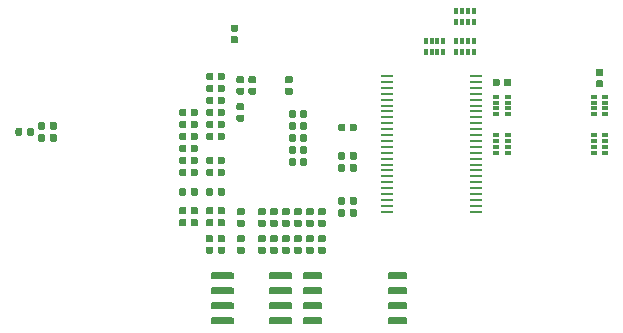
<source format=gbr>
G04 #@! TF.GenerationSoftware,KiCad,Pcbnew,(5.1.5)-3*
G04 #@! TF.CreationDate,2020-04-08T14:33:05+08:00*
G04 #@! TF.ProjectId,vllink_highspeed.r0,766c6c69-6e6b-45f6-9869-676873706565,rev?*
G04 #@! TF.SameCoordinates,Original*
G04 #@! TF.FileFunction,Paste,Bot*
G04 #@! TF.FilePolarity,Positive*
%FSLAX46Y46*%
G04 Gerber Fmt 4.6, Leading zero omitted, Abs format (unit mm)*
G04 Created by KiCad (PCBNEW (5.1.5)-3) date 2020-04-08 14:33:05*
%MOMM*%
%LPD*%
G04 APERTURE LIST*
%ADD10C,0.101600*%
%ADD11R,0.320000X0.500000*%
%ADD12R,1.000000X0.285000*%
%ADD13R,0.500000X0.320000*%
G04 APERTURE END LIST*
D10*
G36*
X150986758Y-113677910D02*
G01*
X151001076Y-113680034D01*
X151015117Y-113683551D01*
X151028746Y-113688428D01*
X151041831Y-113694617D01*
X151054247Y-113702058D01*
X151065873Y-113710681D01*
X151076598Y-113720402D01*
X151086319Y-113731127D01*
X151094942Y-113742753D01*
X151102383Y-113755169D01*
X151108572Y-113768254D01*
X151113449Y-113781883D01*
X151116966Y-113795924D01*
X151119090Y-113810242D01*
X151119800Y-113824700D01*
X151119800Y-114119700D01*
X151119090Y-114134158D01*
X151116966Y-114148476D01*
X151113449Y-114162517D01*
X151108572Y-114176146D01*
X151102383Y-114189231D01*
X151094942Y-114201647D01*
X151086319Y-114213273D01*
X151076598Y-114223998D01*
X151065873Y-114233719D01*
X151054247Y-114242342D01*
X151041831Y-114249783D01*
X151028746Y-114255972D01*
X151015117Y-114260849D01*
X151001076Y-114264366D01*
X150986758Y-114266490D01*
X150972300Y-114267200D01*
X150627300Y-114267200D01*
X150612842Y-114266490D01*
X150598524Y-114264366D01*
X150584483Y-114260849D01*
X150570854Y-114255972D01*
X150557769Y-114249783D01*
X150545353Y-114242342D01*
X150533727Y-114233719D01*
X150523002Y-114223998D01*
X150513281Y-114213273D01*
X150504658Y-114201647D01*
X150497217Y-114189231D01*
X150491028Y-114176146D01*
X150486151Y-114162517D01*
X150482634Y-114148476D01*
X150480510Y-114134158D01*
X150479800Y-114119700D01*
X150479800Y-113824700D01*
X150480510Y-113810242D01*
X150482634Y-113795924D01*
X150486151Y-113781883D01*
X150491028Y-113768254D01*
X150497217Y-113755169D01*
X150504658Y-113742753D01*
X150513281Y-113731127D01*
X150523002Y-113720402D01*
X150533727Y-113710681D01*
X150545353Y-113702058D01*
X150557769Y-113694617D01*
X150570854Y-113688428D01*
X150584483Y-113683551D01*
X150598524Y-113680034D01*
X150612842Y-113677910D01*
X150627300Y-113677200D01*
X150972300Y-113677200D01*
X150986758Y-113677910D01*
G37*
G36*
X150986758Y-112707910D02*
G01*
X151001076Y-112710034D01*
X151015117Y-112713551D01*
X151028746Y-112718428D01*
X151041831Y-112724617D01*
X151054247Y-112732058D01*
X151065873Y-112740681D01*
X151076598Y-112750402D01*
X151086319Y-112761127D01*
X151094942Y-112772753D01*
X151102383Y-112785169D01*
X151108572Y-112798254D01*
X151113449Y-112811883D01*
X151116966Y-112825924D01*
X151119090Y-112840242D01*
X151119800Y-112854700D01*
X151119800Y-113149700D01*
X151119090Y-113164158D01*
X151116966Y-113178476D01*
X151113449Y-113192517D01*
X151108572Y-113206146D01*
X151102383Y-113219231D01*
X151094942Y-113231647D01*
X151086319Y-113243273D01*
X151076598Y-113253998D01*
X151065873Y-113263719D01*
X151054247Y-113272342D01*
X151041831Y-113279783D01*
X151028746Y-113285972D01*
X151015117Y-113290849D01*
X151001076Y-113294366D01*
X150986758Y-113296490D01*
X150972300Y-113297200D01*
X150627300Y-113297200D01*
X150612842Y-113296490D01*
X150598524Y-113294366D01*
X150584483Y-113290849D01*
X150570854Y-113285972D01*
X150557769Y-113279783D01*
X150545353Y-113272342D01*
X150533727Y-113263719D01*
X150523002Y-113253998D01*
X150513281Y-113243273D01*
X150504658Y-113231647D01*
X150497217Y-113219231D01*
X150491028Y-113206146D01*
X150486151Y-113192517D01*
X150482634Y-113178476D01*
X150480510Y-113164158D01*
X150479800Y-113149700D01*
X150479800Y-112854700D01*
X150480510Y-112840242D01*
X150482634Y-112825924D01*
X150486151Y-112811883D01*
X150491028Y-112798254D01*
X150497217Y-112785169D01*
X150504658Y-112772753D01*
X150513281Y-112761127D01*
X150523002Y-112750402D01*
X150533727Y-112740681D01*
X150545353Y-112732058D01*
X150557769Y-112724617D01*
X150570854Y-112718428D01*
X150584483Y-112713551D01*
X150598524Y-112710034D01*
X150612842Y-112707910D01*
X150627300Y-112707200D01*
X150972300Y-112707200D01*
X150986758Y-112707910D01*
G37*
G36*
X143191758Y-113523510D02*
G01*
X143206076Y-113525634D01*
X143220117Y-113529151D01*
X143233746Y-113534028D01*
X143246831Y-113540217D01*
X143259247Y-113547658D01*
X143270873Y-113556281D01*
X143281598Y-113566002D01*
X143291319Y-113576727D01*
X143299942Y-113588353D01*
X143307383Y-113600769D01*
X143313572Y-113613854D01*
X143318449Y-113627483D01*
X143321966Y-113641524D01*
X143324090Y-113655842D01*
X143324800Y-113670300D01*
X143324800Y-114015300D01*
X143324090Y-114029758D01*
X143321966Y-114044076D01*
X143318449Y-114058117D01*
X143313572Y-114071746D01*
X143307383Y-114084831D01*
X143299942Y-114097247D01*
X143291319Y-114108873D01*
X143281598Y-114119598D01*
X143270873Y-114129319D01*
X143259247Y-114137942D01*
X143246831Y-114145383D01*
X143233746Y-114151572D01*
X143220117Y-114156449D01*
X143206076Y-114159966D01*
X143191758Y-114162090D01*
X143177300Y-114162800D01*
X142882300Y-114162800D01*
X142867842Y-114162090D01*
X142853524Y-114159966D01*
X142839483Y-114156449D01*
X142825854Y-114151572D01*
X142812769Y-114145383D01*
X142800353Y-114137942D01*
X142788727Y-114129319D01*
X142778002Y-114119598D01*
X142768281Y-114108873D01*
X142759658Y-114097247D01*
X142752217Y-114084831D01*
X142746028Y-114071746D01*
X142741151Y-114058117D01*
X142737634Y-114044076D01*
X142735510Y-114029758D01*
X142734800Y-114015300D01*
X142734800Y-113670300D01*
X142735510Y-113655842D01*
X142737634Y-113641524D01*
X142741151Y-113627483D01*
X142746028Y-113613854D01*
X142752217Y-113600769D01*
X142759658Y-113588353D01*
X142768281Y-113576727D01*
X142778002Y-113566002D01*
X142788727Y-113556281D01*
X142800353Y-113547658D01*
X142812769Y-113540217D01*
X142825854Y-113534028D01*
X142839483Y-113529151D01*
X142853524Y-113525634D01*
X142867842Y-113523510D01*
X142882300Y-113522800D01*
X143177300Y-113522800D01*
X143191758Y-113523510D01*
G37*
G36*
X142221758Y-113523510D02*
G01*
X142236076Y-113525634D01*
X142250117Y-113529151D01*
X142263746Y-113534028D01*
X142276831Y-113540217D01*
X142289247Y-113547658D01*
X142300873Y-113556281D01*
X142311598Y-113566002D01*
X142321319Y-113576727D01*
X142329942Y-113588353D01*
X142337383Y-113600769D01*
X142343572Y-113613854D01*
X142348449Y-113627483D01*
X142351966Y-113641524D01*
X142354090Y-113655842D01*
X142354800Y-113670300D01*
X142354800Y-114015300D01*
X142354090Y-114029758D01*
X142351966Y-114044076D01*
X142348449Y-114058117D01*
X142343572Y-114071746D01*
X142337383Y-114084831D01*
X142329942Y-114097247D01*
X142321319Y-114108873D01*
X142311598Y-114119598D01*
X142300873Y-114129319D01*
X142289247Y-114137942D01*
X142276831Y-114145383D01*
X142263746Y-114151572D01*
X142250117Y-114156449D01*
X142236076Y-114159966D01*
X142221758Y-114162090D01*
X142207300Y-114162800D01*
X141912300Y-114162800D01*
X141897842Y-114162090D01*
X141883524Y-114159966D01*
X141869483Y-114156449D01*
X141855854Y-114151572D01*
X141842769Y-114145383D01*
X141830353Y-114137942D01*
X141818727Y-114129319D01*
X141808002Y-114119598D01*
X141798281Y-114108873D01*
X141789658Y-114097247D01*
X141782217Y-114084831D01*
X141776028Y-114071746D01*
X141771151Y-114058117D01*
X141767634Y-114044076D01*
X141765510Y-114029758D01*
X141764800Y-114015300D01*
X141764800Y-113670300D01*
X141765510Y-113655842D01*
X141767634Y-113641524D01*
X141771151Y-113627483D01*
X141776028Y-113613854D01*
X141782217Y-113600769D01*
X141789658Y-113588353D01*
X141798281Y-113576727D01*
X141808002Y-113566002D01*
X141818727Y-113556281D01*
X141830353Y-113547658D01*
X141842769Y-113540217D01*
X141855854Y-113534028D01*
X141869483Y-113529151D01*
X141883524Y-113525634D01*
X141897842Y-113523510D01*
X141912300Y-113522800D01*
X142207300Y-113522800D01*
X142221758Y-113523510D01*
G37*
G36*
X120074958Y-108948710D02*
G01*
X120089276Y-108950834D01*
X120103317Y-108954351D01*
X120116946Y-108959228D01*
X120130031Y-108965417D01*
X120142447Y-108972858D01*
X120154073Y-108981481D01*
X120164798Y-108991202D01*
X120174519Y-109001927D01*
X120183142Y-109013553D01*
X120190583Y-109025969D01*
X120196772Y-109039054D01*
X120201649Y-109052683D01*
X120205166Y-109066724D01*
X120207290Y-109081042D01*
X120208000Y-109095500D01*
X120208000Y-109390500D01*
X120207290Y-109404958D01*
X120205166Y-109419276D01*
X120201649Y-109433317D01*
X120196772Y-109446946D01*
X120190583Y-109460031D01*
X120183142Y-109472447D01*
X120174519Y-109484073D01*
X120164798Y-109494798D01*
X120154073Y-109504519D01*
X120142447Y-109513142D01*
X120130031Y-109520583D01*
X120116946Y-109526772D01*
X120103317Y-109531649D01*
X120089276Y-109535166D01*
X120074958Y-109537290D01*
X120060500Y-109538000D01*
X119715500Y-109538000D01*
X119701042Y-109537290D01*
X119686724Y-109535166D01*
X119672683Y-109531649D01*
X119659054Y-109526772D01*
X119645969Y-109520583D01*
X119633553Y-109513142D01*
X119621927Y-109504519D01*
X119611202Y-109494798D01*
X119601481Y-109484073D01*
X119592858Y-109472447D01*
X119585417Y-109460031D01*
X119579228Y-109446946D01*
X119574351Y-109433317D01*
X119570834Y-109419276D01*
X119568710Y-109404958D01*
X119568000Y-109390500D01*
X119568000Y-109095500D01*
X119568710Y-109081042D01*
X119570834Y-109066724D01*
X119574351Y-109052683D01*
X119579228Y-109039054D01*
X119585417Y-109025969D01*
X119592858Y-109013553D01*
X119601481Y-109001927D01*
X119611202Y-108991202D01*
X119621927Y-108981481D01*
X119633553Y-108972858D01*
X119645969Y-108965417D01*
X119659054Y-108959228D01*
X119672683Y-108954351D01*
X119686724Y-108950834D01*
X119701042Y-108948710D01*
X119715500Y-108948000D01*
X120060500Y-108948000D01*
X120074958Y-108948710D01*
G37*
G36*
X120074958Y-109918710D02*
G01*
X120089276Y-109920834D01*
X120103317Y-109924351D01*
X120116946Y-109929228D01*
X120130031Y-109935417D01*
X120142447Y-109942858D01*
X120154073Y-109951481D01*
X120164798Y-109961202D01*
X120174519Y-109971927D01*
X120183142Y-109983553D01*
X120190583Y-109995969D01*
X120196772Y-110009054D01*
X120201649Y-110022683D01*
X120205166Y-110036724D01*
X120207290Y-110051042D01*
X120208000Y-110065500D01*
X120208000Y-110360500D01*
X120207290Y-110374958D01*
X120205166Y-110389276D01*
X120201649Y-110403317D01*
X120196772Y-110416946D01*
X120190583Y-110430031D01*
X120183142Y-110442447D01*
X120174519Y-110454073D01*
X120164798Y-110464798D01*
X120154073Y-110474519D01*
X120142447Y-110483142D01*
X120130031Y-110490583D01*
X120116946Y-110496772D01*
X120103317Y-110501649D01*
X120089276Y-110505166D01*
X120074958Y-110507290D01*
X120060500Y-110508000D01*
X119715500Y-110508000D01*
X119701042Y-110507290D01*
X119686724Y-110505166D01*
X119672683Y-110501649D01*
X119659054Y-110496772D01*
X119645969Y-110490583D01*
X119633553Y-110483142D01*
X119621927Y-110474519D01*
X119611202Y-110464798D01*
X119601481Y-110454073D01*
X119592858Y-110442447D01*
X119585417Y-110430031D01*
X119579228Y-110416946D01*
X119574351Y-110403317D01*
X119570834Y-110389276D01*
X119568710Y-110374958D01*
X119568000Y-110360500D01*
X119568000Y-110065500D01*
X119568710Y-110051042D01*
X119570834Y-110036724D01*
X119574351Y-110022683D01*
X119579228Y-110009054D01*
X119585417Y-109995969D01*
X119592858Y-109983553D01*
X119601481Y-109971927D01*
X119611202Y-109961202D01*
X119621927Y-109951481D01*
X119633553Y-109942858D01*
X119645969Y-109935417D01*
X119659054Y-109929228D01*
X119672683Y-109924351D01*
X119686724Y-109920834D01*
X119701042Y-109918710D01*
X119715500Y-109918000D01*
X120060500Y-109918000D01*
X120074958Y-109918710D01*
G37*
D11*
X138683500Y-107755000D03*
X139183500Y-107755000D03*
X140183500Y-107755000D03*
X139683500Y-107755000D03*
X138683500Y-108755000D03*
X139683500Y-108755000D03*
X139183500Y-108755000D03*
X140183500Y-108755000D03*
D10*
G36*
X125919958Y-116190710D02*
G01*
X125934276Y-116192834D01*
X125948317Y-116196351D01*
X125961946Y-116201228D01*
X125975031Y-116207417D01*
X125987447Y-116214858D01*
X125999073Y-116223481D01*
X126009798Y-116233202D01*
X126019519Y-116243927D01*
X126028142Y-116255553D01*
X126035583Y-116267969D01*
X126041772Y-116281054D01*
X126046649Y-116294683D01*
X126050166Y-116308724D01*
X126052290Y-116323042D01*
X126053000Y-116337500D01*
X126053000Y-116682500D01*
X126052290Y-116696958D01*
X126050166Y-116711276D01*
X126046649Y-116725317D01*
X126041772Y-116738946D01*
X126035583Y-116752031D01*
X126028142Y-116764447D01*
X126019519Y-116776073D01*
X126009798Y-116786798D01*
X125999073Y-116796519D01*
X125987447Y-116805142D01*
X125975031Y-116812583D01*
X125961946Y-116818772D01*
X125948317Y-116823649D01*
X125934276Y-116827166D01*
X125919958Y-116829290D01*
X125905500Y-116830000D01*
X125610500Y-116830000D01*
X125596042Y-116829290D01*
X125581724Y-116827166D01*
X125567683Y-116823649D01*
X125554054Y-116818772D01*
X125540969Y-116812583D01*
X125528553Y-116805142D01*
X125516927Y-116796519D01*
X125506202Y-116786798D01*
X125496481Y-116776073D01*
X125487858Y-116764447D01*
X125480417Y-116752031D01*
X125474228Y-116738946D01*
X125469351Y-116725317D01*
X125465834Y-116711276D01*
X125463710Y-116696958D01*
X125463000Y-116682500D01*
X125463000Y-116337500D01*
X125463710Y-116323042D01*
X125465834Y-116308724D01*
X125469351Y-116294683D01*
X125474228Y-116281054D01*
X125480417Y-116267969D01*
X125487858Y-116255553D01*
X125496481Y-116243927D01*
X125506202Y-116233202D01*
X125516927Y-116223481D01*
X125528553Y-116214858D01*
X125540969Y-116207417D01*
X125554054Y-116201228D01*
X125567683Y-116196351D01*
X125581724Y-116192834D01*
X125596042Y-116190710D01*
X125610500Y-116190000D01*
X125905500Y-116190000D01*
X125919958Y-116190710D01*
G37*
G36*
X124949958Y-116190710D02*
G01*
X124964276Y-116192834D01*
X124978317Y-116196351D01*
X124991946Y-116201228D01*
X125005031Y-116207417D01*
X125017447Y-116214858D01*
X125029073Y-116223481D01*
X125039798Y-116233202D01*
X125049519Y-116243927D01*
X125058142Y-116255553D01*
X125065583Y-116267969D01*
X125071772Y-116281054D01*
X125076649Y-116294683D01*
X125080166Y-116308724D01*
X125082290Y-116323042D01*
X125083000Y-116337500D01*
X125083000Y-116682500D01*
X125082290Y-116696958D01*
X125080166Y-116711276D01*
X125076649Y-116725317D01*
X125071772Y-116738946D01*
X125065583Y-116752031D01*
X125058142Y-116764447D01*
X125049519Y-116776073D01*
X125039798Y-116786798D01*
X125029073Y-116796519D01*
X125017447Y-116805142D01*
X125005031Y-116812583D01*
X124991946Y-116818772D01*
X124978317Y-116823649D01*
X124964276Y-116827166D01*
X124949958Y-116829290D01*
X124935500Y-116830000D01*
X124640500Y-116830000D01*
X124626042Y-116829290D01*
X124611724Y-116827166D01*
X124597683Y-116823649D01*
X124584054Y-116818772D01*
X124570969Y-116812583D01*
X124558553Y-116805142D01*
X124546927Y-116796519D01*
X124536202Y-116786798D01*
X124526481Y-116776073D01*
X124517858Y-116764447D01*
X124510417Y-116752031D01*
X124504228Y-116738946D01*
X124499351Y-116725317D01*
X124495834Y-116711276D01*
X124493710Y-116696958D01*
X124493000Y-116682500D01*
X124493000Y-116337500D01*
X124493710Y-116323042D01*
X124495834Y-116308724D01*
X124499351Y-116294683D01*
X124504228Y-116281054D01*
X124510417Y-116267969D01*
X124517858Y-116255553D01*
X124526481Y-116243927D01*
X124536202Y-116233202D01*
X124546927Y-116223481D01*
X124558553Y-116214858D01*
X124570969Y-116207417D01*
X124584054Y-116201228D01*
X124597683Y-116196351D01*
X124611724Y-116192834D01*
X124626042Y-116190710D01*
X124640500Y-116190000D01*
X124935500Y-116190000D01*
X124949958Y-116190710D01*
G37*
G36*
X125919958Y-117206710D02*
G01*
X125934276Y-117208834D01*
X125948317Y-117212351D01*
X125961946Y-117217228D01*
X125975031Y-117223417D01*
X125987447Y-117230858D01*
X125999073Y-117239481D01*
X126009798Y-117249202D01*
X126019519Y-117259927D01*
X126028142Y-117271553D01*
X126035583Y-117283969D01*
X126041772Y-117297054D01*
X126046649Y-117310683D01*
X126050166Y-117324724D01*
X126052290Y-117339042D01*
X126053000Y-117353500D01*
X126053000Y-117698500D01*
X126052290Y-117712958D01*
X126050166Y-117727276D01*
X126046649Y-117741317D01*
X126041772Y-117754946D01*
X126035583Y-117768031D01*
X126028142Y-117780447D01*
X126019519Y-117792073D01*
X126009798Y-117802798D01*
X125999073Y-117812519D01*
X125987447Y-117821142D01*
X125975031Y-117828583D01*
X125961946Y-117834772D01*
X125948317Y-117839649D01*
X125934276Y-117843166D01*
X125919958Y-117845290D01*
X125905500Y-117846000D01*
X125610500Y-117846000D01*
X125596042Y-117845290D01*
X125581724Y-117843166D01*
X125567683Y-117839649D01*
X125554054Y-117834772D01*
X125540969Y-117828583D01*
X125528553Y-117821142D01*
X125516927Y-117812519D01*
X125506202Y-117802798D01*
X125496481Y-117792073D01*
X125487858Y-117780447D01*
X125480417Y-117768031D01*
X125474228Y-117754946D01*
X125469351Y-117741317D01*
X125465834Y-117727276D01*
X125463710Y-117712958D01*
X125463000Y-117698500D01*
X125463000Y-117353500D01*
X125463710Y-117339042D01*
X125465834Y-117324724D01*
X125469351Y-117310683D01*
X125474228Y-117297054D01*
X125480417Y-117283969D01*
X125487858Y-117271553D01*
X125496481Y-117259927D01*
X125506202Y-117249202D01*
X125516927Y-117239481D01*
X125528553Y-117230858D01*
X125540969Y-117223417D01*
X125554054Y-117217228D01*
X125567683Y-117212351D01*
X125581724Y-117208834D01*
X125596042Y-117206710D01*
X125610500Y-117206000D01*
X125905500Y-117206000D01*
X125919958Y-117206710D01*
G37*
G36*
X124949958Y-117206710D02*
G01*
X124964276Y-117208834D01*
X124978317Y-117212351D01*
X124991946Y-117217228D01*
X125005031Y-117223417D01*
X125017447Y-117230858D01*
X125029073Y-117239481D01*
X125039798Y-117249202D01*
X125049519Y-117259927D01*
X125058142Y-117271553D01*
X125065583Y-117283969D01*
X125071772Y-117297054D01*
X125076649Y-117310683D01*
X125080166Y-117324724D01*
X125082290Y-117339042D01*
X125083000Y-117353500D01*
X125083000Y-117698500D01*
X125082290Y-117712958D01*
X125080166Y-117727276D01*
X125076649Y-117741317D01*
X125071772Y-117754946D01*
X125065583Y-117768031D01*
X125058142Y-117780447D01*
X125049519Y-117792073D01*
X125039798Y-117802798D01*
X125029073Y-117812519D01*
X125017447Y-117821142D01*
X125005031Y-117828583D01*
X124991946Y-117834772D01*
X124978317Y-117839649D01*
X124964276Y-117843166D01*
X124949958Y-117845290D01*
X124935500Y-117846000D01*
X124640500Y-117846000D01*
X124626042Y-117845290D01*
X124611724Y-117843166D01*
X124597683Y-117839649D01*
X124584054Y-117834772D01*
X124570969Y-117828583D01*
X124558553Y-117821142D01*
X124546927Y-117812519D01*
X124536202Y-117802798D01*
X124526481Y-117792073D01*
X124517858Y-117780447D01*
X124510417Y-117768031D01*
X124504228Y-117754946D01*
X124499351Y-117741317D01*
X124495834Y-117727276D01*
X124493710Y-117712958D01*
X124493000Y-117698500D01*
X124493000Y-117353500D01*
X124493710Y-117339042D01*
X124495834Y-117324724D01*
X124499351Y-117310683D01*
X124504228Y-117297054D01*
X124510417Y-117283969D01*
X124517858Y-117271553D01*
X124526481Y-117259927D01*
X124536202Y-117249202D01*
X124546927Y-117239481D01*
X124558553Y-117230858D01*
X124570969Y-117223417D01*
X124584054Y-117217228D01*
X124597683Y-117212351D01*
X124611724Y-117208834D01*
X124626042Y-117206710D01*
X124640500Y-117206000D01*
X124935500Y-117206000D01*
X124949958Y-117206710D01*
G37*
G36*
X125919958Y-118222710D02*
G01*
X125934276Y-118224834D01*
X125948317Y-118228351D01*
X125961946Y-118233228D01*
X125975031Y-118239417D01*
X125987447Y-118246858D01*
X125999073Y-118255481D01*
X126009798Y-118265202D01*
X126019519Y-118275927D01*
X126028142Y-118287553D01*
X126035583Y-118299969D01*
X126041772Y-118313054D01*
X126046649Y-118326683D01*
X126050166Y-118340724D01*
X126052290Y-118355042D01*
X126053000Y-118369500D01*
X126053000Y-118714500D01*
X126052290Y-118728958D01*
X126050166Y-118743276D01*
X126046649Y-118757317D01*
X126041772Y-118770946D01*
X126035583Y-118784031D01*
X126028142Y-118796447D01*
X126019519Y-118808073D01*
X126009798Y-118818798D01*
X125999073Y-118828519D01*
X125987447Y-118837142D01*
X125975031Y-118844583D01*
X125961946Y-118850772D01*
X125948317Y-118855649D01*
X125934276Y-118859166D01*
X125919958Y-118861290D01*
X125905500Y-118862000D01*
X125610500Y-118862000D01*
X125596042Y-118861290D01*
X125581724Y-118859166D01*
X125567683Y-118855649D01*
X125554054Y-118850772D01*
X125540969Y-118844583D01*
X125528553Y-118837142D01*
X125516927Y-118828519D01*
X125506202Y-118818798D01*
X125496481Y-118808073D01*
X125487858Y-118796447D01*
X125480417Y-118784031D01*
X125474228Y-118770946D01*
X125469351Y-118757317D01*
X125465834Y-118743276D01*
X125463710Y-118728958D01*
X125463000Y-118714500D01*
X125463000Y-118369500D01*
X125463710Y-118355042D01*
X125465834Y-118340724D01*
X125469351Y-118326683D01*
X125474228Y-118313054D01*
X125480417Y-118299969D01*
X125487858Y-118287553D01*
X125496481Y-118275927D01*
X125506202Y-118265202D01*
X125516927Y-118255481D01*
X125528553Y-118246858D01*
X125540969Y-118239417D01*
X125554054Y-118233228D01*
X125567683Y-118228351D01*
X125581724Y-118224834D01*
X125596042Y-118222710D01*
X125610500Y-118222000D01*
X125905500Y-118222000D01*
X125919958Y-118222710D01*
G37*
G36*
X124949958Y-118222710D02*
G01*
X124964276Y-118224834D01*
X124978317Y-118228351D01*
X124991946Y-118233228D01*
X125005031Y-118239417D01*
X125017447Y-118246858D01*
X125029073Y-118255481D01*
X125039798Y-118265202D01*
X125049519Y-118275927D01*
X125058142Y-118287553D01*
X125065583Y-118299969D01*
X125071772Y-118313054D01*
X125076649Y-118326683D01*
X125080166Y-118340724D01*
X125082290Y-118355042D01*
X125083000Y-118369500D01*
X125083000Y-118714500D01*
X125082290Y-118728958D01*
X125080166Y-118743276D01*
X125076649Y-118757317D01*
X125071772Y-118770946D01*
X125065583Y-118784031D01*
X125058142Y-118796447D01*
X125049519Y-118808073D01*
X125039798Y-118818798D01*
X125029073Y-118828519D01*
X125017447Y-118837142D01*
X125005031Y-118844583D01*
X124991946Y-118850772D01*
X124978317Y-118855649D01*
X124964276Y-118859166D01*
X124949958Y-118861290D01*
X124935500Y-118862000D01*
X124640500Y-118862000D01*
X124626042Y-118861290D01*
X124611724Y-118859166D01*
X124597683Y-118855649D01*
X124584054Y-118850772D01*
X124570969Y-118844583D01*
X124558553Y-118837142D01*
X124546927Y-118828519D01*
X124536202Y-118818798D01*
X124526481Y-118808073D01*
X124517858Y-118796447D01*
X124510417Y-118784031D01*
X124504228Y-118770946D01*
X124499351Y-118757317D01*
X124495834Y-118743276D01*
X124493710Y-118728958D01*
X124493000Y-118714500D01*
X124493000Y-118369500D01*
X124493710Y-118355042D01*
X124495834Y-118340724D01*
X124499351Y-118326683D01*
X124504228Y-118313054D01*
X124510417Y-118299969D01*
X124517858Y-118287553D01*
X124526481Y-118275927D01*
X124536202Y-118265202D01*
X124546927Y-118255481D01*
X124558553Y-118246858D01*
X124570969Y-118239417D01*
X124584054Y-118233228D01*
X124597683Y-118228351D01*
X124611724Y-118224834D01*
X124626042Y-118222710D01*
X124640500Y-118222000D01*
X124935500Y-118222000D01*
X124949958Y-118222710D01*
G37*
G36*
X125919958Y-119238710D02*
G01*
X125934276Y-119240834D01*
X125948317Y-119244351D01*
X125961946Y-119249228D01*
X125975031Y-119255417D01*
X125987447Y-119262858D01*
X125999073Y-119271481D01*
X126009798Y-119281202D01*
X126019519Y-119291927D01*
X126028142Y-119303553D01*
X126035583Y-119315969D01*
X126041772Y-119329054D01*
X126046649Y-119342683D01*
X126050166Y-119356724D01*
X126052290Y-119371042D01*
X126053000Y-119385500D01*
X126053000Y-119730500D01*
X126052290Y-119744958D01*
X126050166Y-119759276D01*
X126046649Y-119773317D01*
X126041772Y-119786946D01*
X126035583Y-119800031D01*
X126028142Y-119812447D01*
X126019519Y-119824073D01*
X126009798Y-119834798D01*
X125999073Y-119844519D01*
X125987447Y-119853142D01*
X125975031Y-119860583D01*
X125961946Y-119866772D01*
X125948317Y-119871649D01*
X125934276Y-119875166D01*
X125919958Y-119877290D01*
X125905500Y-119878000D01*
X125610500Y-119878000D01*
X125596042Y-119877290D01*
X125581724Y-119875166D01*
X125567683Y-119871649D01*
X125554054Y-119866772D01*
X125540969Y-119860583D01*
X125528553Y-119853142D01*
X125516927Y-119844519D01*
X125506202Y-119834798D01*
X125496481Y-119824073D01*
X125487858Y-119812447D01*
X125480417Y-119800031D01*
X125474228Y-119786946D01*
X125469351Y-119773317D01*
X125465834Y-119759276D01*
X125463710Y-119744958D01*
X125463000Y-119730500D01*
X125463000Y-119385500D01*
X125463710Y-119371042D01*
X125465834Y-119356724D01*
X125469351Y-119342683D01*
X125474228Y-119329054D01*
X125480417Y-119315969D01*
X125487858Y-119303553D01*
X125496481Y-119291927D01*
X125506202Y-119281202D01*
X125516927Y-119271481D01*
X125528553Y-119262858D01*
X125540969Y-119255417D01*
X125554054Y-119249228D01*
X125567683Y-119244351D01*
X125581724Y-119240834D01*
X125596042Y-119238710D01*
X125610500Y-119238000D01*
X125905500Y-119238000D01*
X125919958Y-119238710D01*
G37*
G36*
X124949958Y-119238710D02*
G01*
X124964276Y-119240834D01*
X124978317Y-119244351D01*
X124991946Y-119249228D01*
X125005031Y-119255417D01*
X125017447Y-119262858D01*
X125029073Y-119271481D01*
X125039798Y-119281202D01*
X125049519Y-119291927D01*
X125058142Y-119303553D01*
X125065583Y-119315969D01*
X125071772Y-119329054D01*
X125076649Y-119342683D01*
X125080166Y-119356724D01*
X125082290Y-119371042D01*
X125083000Y-119385500D01*
X125083000Y-119730500D01*
X125082290Y-119744958D01*
X125080166Y-119759276D01*
X125076649Y-119773317D01*
X125071772Y-119786946D01*
X125065583Y-119800031D01*
X125058142Y-119812447D01*
X125049519Y-119824073D01*
X125039798Y-119834798D01*
X125029073Y-119844519D01*
X125017447Y-119853142D01*
X125005031Y-119860583D01*
X124991946Y-119866772D01*
X124978317Y-119871649D01*
X124964276Y-119875166D01*
X124949958Y-119877290D01*
X124935500Y-119878000D01*
X124640500Y-119878000D01*
X124626042Y-119877290D01*
X124611724Y-119875166D01*
X124597683Y-119871649D01*
X124584054Y-119866772D01*
X124570969Y-119860583D01*
X124558553Y-119853142D01*
X124546927Y-119844519D01*
X124536202Y-119834798D01*
X124526481Y-119824073D01*
X124517858Y-119812447D01*
X124510417Y-119800031D01*
X124504228Y-119786946D01*
X124499351Y-119773317D01*
X124495834Y-119759276D01*
X124493710Y-119744958D01*
X124493000Y-119730500D01*
X124493000Y-119385500D01*
X124493710Y-119371042D01*
X124495834Y-119356724D01*
X124499351Y-119342683D01*
X124504228Y-119329054D01*
X124510417Y-119315969D01*
X124517858Y-119303553D01*
X124526481Y-119291927D01*
X124536202Y-119281202D01*
X124546927Y-119271481D01*
X124558553Y-119262858D01*
X124570969Y-119255417D01*
X124584054Y-119249228D01*
X124597683Y-119244351D01*
X124611724Y-119240834D01*
X124626042Y-119238710D01*
X124640500Y-119238000D01*
X124935500Y-119238000D01*
X124949958Y-119238710D01*
G37*
G36*
X125919958Y-120254710D02*
G01*
X125934276Y-120256834D01*
X125948317Y-120260351D01*
X125961946Y-120265228D01*
X125975031Y-120271417D01*
X125987447Y-120278858D01*
X125999073Y-120287481D01*
X126009798Y-120297202D01*
X126019519Y-120307927D01*
X126028142Y-120319553D01*
X126035583Y-120331969D01*
X126041772Y-120345054D01*
X126046649Y-120358683D01*
X126050166Y-120372724D01*
X126052290Y-120387042D01*
X126053000Y-120401500D01*
X126053000Y-120746500D01*
X126052290Y-120760958D01*
X126050166Y-120775276D01*
X126046649Y-120789317D01*
X126041772Y-120802946D01*
X126035583Y-120816031D01*
X126028142Y-120828447D01*
X126019519Y-120840073D01*
X126009798Y-120850798D01*
X125999073Y-120860519D01*
X125987447Y-120869142D01*
X125975031Y-120876583D01*
X125961946Y-120882772D01*
X125948317Y-120887649D01*
X125934276Y-120891166D01*
X125919958Y-120893290D01*
X125905500Y-120894000D01*
X125610500Y-120894000D01*
X125596042Y-120893290D01*
X125581724Y-120891166D01*
X125567683Y-120887649D01*
X125554054Y-120882772D01*
X125540969Y-120876583D01*
X125528553Y-120869142D01*
X125516927Y-120860519D01*
X125506202Y-120850798D01*
X125496481Y-120840073D01*
X125487858Y-120828447D01*
X125480417Y-120816031D01*
X125474228Y-120802946D01*
X125469351Y-120789317D01*
X125465834Y-120775276D01*
X125463710Y-120760958D01*
X125463000Y-120746500D01*
X125463000Y-120401500D01*
X125463710Y-120387042D01*
X125465834Y-120372724D01*
X125469351Y-120358683D01*
X125474228Y-120345054D01*
X125480417Y-120331969D01*
X125487858Y-120319553D01*
X125496481Y-120307927D01*
X125506202Y-120297202D01*
X125516927Y-120287481D01*
X125528553Y-120278858D01*
X125540969Y-120271417D01*
X125554054Y-120265228D01*
X125567683Y-120260351D01*
X125581724Y-120256834D01*
X125596042Y-120254710D01*
X125610500Y-120254000D01*
X125905500Y-120254000D01*
X125919958Y-120254710D01*
G37*
G36*
X124949958Y-120254710D02*
G01*
X124964276Y-120256834D01*
X124978317Y-120260351D01*
X124991946Y-120265228D01*
X125005031Y-120271417D01*
X125017447Y-120278858D01*
X125029073Y-120287481D01*
X125039798Y-120297202D01*
X125049519Y-120307927D01*
X125058142Y-120319553D01*
X125065583Y-120331969D01*
X125071772Y-120345054D01*
X125076649Y-120358683D01*
X125080166Y-120372724D01*
X125082290Y-120387042D01*
X125083000Y-120401500D01*
X125083000Y-120746500D01*
X125082290Y-120760958D01*
X125080166Y-120775276D01*
X125076649Y-120789317D01*
X125071772Y-120802946D01*
X125065583Y-120816031D01*
X125058142Y-120828447D01*
X125049519Y-120840073D01*
X125039798Y-120850798D01*
X125029073Y-120860519D01*
X125017447Y-120869142D01*
X125005031Y-120876583D01*
X124991946Y-120882772D01*
X124978317Y-120887649D01*
X124964276Y-120891166D01*
X124949958Y-120893290D01*
X124935500Y-120894000D01*
X124640500Y-120894000D01*
X124626042Y-120893290D01*
X124611724Y-120891166D01*
X124597683Y-120887649D01*
X124584054Y-120882772D01*
X124570969Y-120876583D01*
X124558553Y-120869142D01*
X124546927Y-120860519D01*
X124536202Y-120850798D01*
X124526481Y-120840073D01*
X124517858Y-120828447D01*
X124510417Y-120816031D01*
X124504228Y-120802946D01*
X124499351Y-120789317D01*
X124495834Y-120775276D01*
X124493710Y-120760958D01*
X124493000Y-120746500D01*
X124493000Y-120401500D01*
X124493710Y-120387042D01*
X124495834Y-120372724D01*
X124499351Y-120358683D01*
X124504228Y-120345054D01*
X124510417Y-120331969D01*
X124517858Y-120319553D01*
X124526481Y-120307927D01*
X124536202Y-120297202D01*
X124546927Y-120287481D01*
X124558553Y-120278858D01*
X124570969Y-120271417D01*
X124584054Y-120265228D01*
X124597683Y-120260351D01*
X124611724Y-120256834D01*
X124626042Y-120254710D01*
X124640500Y-120254000D01*
X124935500Y-120254000D01*
X124949958Y-120254710D01*
G37*
G36*
X124443958Y-124493710D02*
G01*
X124458276Y-124495834D01*
X124472317Y-124499351D01*
X124485946Y-124504228D01*
X124499031Y-124510417D01*
X124511447Y-124517858D01*
X124523073Y-124526481D01*
X124533798Y-124536202D01*
X124543519Y-124546927D01*
X124552142Y-124558553D01*
X124559583Y-124570969D01*
X124565772Y-124584054D01*
X124570649Y-124597683D01*
X124574166Y-124611724D01*
X124576290Y-124626042D01*
X124577000Y-124640500D01*
X124577000Y-124935500D01*
X124576290Y-124949958D01*
X124574166Y-124964276D01*
X124570649Y-124978317D01*
X124565772Y-124991946D01*
X124559583Y-125005031D01*
X124552142Y-125017447D01*
X124543519Y-125029073D01*
X124533798Y-125039798D01*
X124523073Y-125049519D01*
X124511447Y-125058142D01*
X124499031Y-125065583D01*
X124485946Y-125071772D01*
X124472317Y-125076649D01*
X124458276Y-125080166D01*
X124443958Y-125082290D01*
X124429500Y-125083000D01*
X124084500Y-125083000D01*
X124070042Y-125082290D01*
X124055724Y-125080166D01*
X124041683Y-125076649D01*
X124028054Y-125071772D01*
X124014969Y-125065583D01*
X124002553Y-125058142D01*
X123990927Y-125049519D01*
X123980202Y-125039798D01*
X123970481Y-125029073D01*
X123961858Y-125017447D01*
X123954417Y-125005031D01*
X123948228Y-124991946D01*
X123943351Y-124978317D01*
X123939834Y-124964276D01*
X123937710Y-124949958D01*
X123937000Y-124935500D01*
X123937000Y-124640500D01*
X123937710Y-124626042D01*
X123939834Y-124611724D01*
X123943351Y-124597683D01*
X123948228Y-124584054D01*
X123954417Y-124570969D01*
X123961858Y-124558553D01*
X123970481Y-124546927D01*
X123980202Y-124536202D01*
X123990927Y-124526481D01*
X124002553Y-124517858D01*
X124014969Y-124510417D01*
X124028054Y-124504228D01*
X124041683Y-124499351D01*
X124055724Y-124495834D01*
X124070042Y-124493710D01*
X124084500Y-124493000D01*
X124429500Y-124493000D01*
X124443958Y-124493710D01*
G37*
G36*
X124443958Y-125463710D02*
G01*
X124458276Y-125465834D01*
X124472317Y-125469351D01*
X124485946Y-125474228D01*
X124499031Y-125480417D01*
X124511447Y-125487858D01*
X124523073Y-125496481D01*
X124533798Y-125506202D01*
X124543519Y-125516927D01*
X124552142Y-125528553D01*
X124559583Y-125540969D01*
X124565772Y-125554054D01*
X124570649Y-125567683D01*
X124574166Y-125581724D01*
X124576290Y-125596042D01*
X124577000Y-125610500D01*
X124577000Y-125905500D01*
X124576290Y-125919958D01*
X124574166Y-125934276D01*
X124570649Y-125948317D01*
X124565772Y-125961946D01*
X124559583Y-125975031D01*
X124552142Y-125987447D01*
X124543519Y-125999073D01*
X124533798Y-126009798D01*
X124523073Y-126019519D01*
X124511447Y-126028142D01*
X124499031Y-126035583D01*
X124485946Y-126041772D01*
X124472317Y-126046649D01*
X124458276Y-126050166D01*
X124443958Y-126052290D01*
X124429500Y-126053000D01*
X124084500Y-126053000D01*
X124070042Y-126052290D01*
X124055724Y-126050166D01*
X124041683Y-126046649D01*
X124028054Y-126041772D01*
X124014969Y-126035583D01*
X124002553Y-126028142D01*
X123990927Y-126019519D01*
X123980202Y-126009798D01*
X123970481Y-125999073D01*
X123961858Y-125987447D01*
X123954417Y-125975031D01*
X123948228Y-125961946D01*
X123943351Y-125948317D01*
X123939834Y-125934276D01*
X123937710Y-125919958D01*
X123937000Y-125905500D01*
X123937000Y-125610500D01*
X123937710Y-125596042D01*
X123939834Y-125581724D01*
X123943351Y-125567683D01*
X123948228Y-125554054D01*
X123954417Y-125540969D01*
X123961858Y-125528553D01*
X123970481Y-125516927D01*
X123980202Y-125506202D01*
X123990927Y-125496481D01*
X124002553Y-125487858D01*
X124014969Y-125480417D01*
X124028054Y-125474228D01*
X124041683Y-125469351D01*
X124055724Y-125465834D01*
X124070042Y-125463710D01*
X124084500Y-125463000D01*
X124429500Y-125463000D01*
X124443958Y-125463710D01*
G37*
G36*
X118934958Y-118095710D02*
G01*
X118949276Y-118097834D01*
X118963317Y-118101351D01*
X118976946Y-118106228D01*
X118990031Y-118112417D01*
X119002447Y-118119858D01*
X119014073Y-118128481D01*
X119024798Y-118138202D01*
X119034519Y-118148927D01*
X119043142Y-118160553D01*
X119050583Y-118172969D01*
X119056772Y-118186054D01*
X119061649Y-118199683D01*
X119065166Y-118213724D01*
X119067290Y-118228042D01*
X119068000Y-118242500D01*
X119068000Y-118587500D01*
X119067290Y-118601958D01*
X119065166Y-118616276D01*
X119061649Y-118630317D01*
X119056772Y-118643946D01*
X119050583Y-118657031D01*
X119043142Y-118669447D01*
X119034519Y-118681073D01*
X119024798Y-118691798D01*
X119014073Y-118701519D01*
X119002447Y-118710142D01*
X118990031Y-118717583D01*
X118976946Y-118723772D01*
X118963317Y-118728649D01*
X118949276Y-118732166D01*
X118934958Y-118734290D01*
X118920500Y-118735000D01*
X118625500Y-118735000D01*
X118611042Y-118734290D01*
X118596724Y-118732166D01*
X118582683Y-118728649D01*
X118569054Y-118723772D01*
X118555969Y-118717583D01*
X118543553Y-118710142D01*
X118531927Y-118701519D01*
X118521202Y-118691798D01*
X118511481Y-118681073D01*
X118502858Y-118669447D01*
X118495417Y-118657031D01*
X118489228Y-118643946D01*
X118484351Y-118630317D01*
X118480834Y-118616276D01*
X118478710Y-118601958D01*
X118478000Y-118587500D01*
X118478000Y-118242500D01*
X118478710Y-118228042D01*
X118480834Y-118213724D01*
X118484351Y-118199683D01*
X118489228Y-118186054D01*
X118495417Y-118172969D01*
X118502858Y-118160553D01*
X118511481Y-118148927D01*
X118521202Y-118138202D01*
X118531927Y-118128481D01*
X118543553Y-118119858D01*
X118555969Y-118112417D01*
X118569054Y-118106228D01*
X118582683Y-118101351D01*
X118596724Y-118097834D01*
X118611042Y-118095710D01*
X118625500Y-118095000D01*
X118920500Y-118095000D01*
X118934958Y-118095710D01*
G37*
G36*
X117964958Y-118095710D02*
G01*
X117979276Y-118097834D01*
X117993317Y-118101351D01*
X118006946Y-118106228D01*
X118020031Y-118112417D01*
X118032447Y-118119858D01*
X118044073Y-118128481D01*
X118054798Y-118138202D01*
X118064519Y-118148927D01*
X118073142Y-118160553D01*
X118080583Y-118172969D01*
X118086772Y-118186054D01*
X118091649Y-118199683D01*
X118095166Y-118213724D01*
X118097290Y-118228042D01*
X118098000Y-118242500D01*
X118098000Y-118587500D01*
X118097290Y-118601958D01*
X118095166Y-118616276D01*
X118091649Y-118630317D01*
X118086772Y-118643946D01*
X118080583Y-118657031D01*
X118073142Y-118669447D01*
X118064519Y-118681073D01*
X118054798Y-118691798D01*
X118044073Y-118701519D01*
X118032447Y-118710142D01*
X118020031Y-118717583D01*
X118006946Y-118723772D01*
X117993317Y-118728649D01*
X117979276Y-118732166D01*
X117964958Y-118734290D01*
X117950500Y-118735000D01*
X117655500Y-118735000D01*
X117641042Y-118734290D01*
X117626724Y-118732166D01*
X117612683Y-118728649D01*
X117599054Y-118723772D01*
X117585969Y-118717583D01*
X117573553Y-118710142D01*
X117561927Y-118701519D01*
X117551202Y-118691798D01*
X117541481Y-118681073D01*
X117532858Y-118669447D01*
X117525417Y-118657031D01*
X117519228Y-118643946D01*
X117514351Y-118630317D01*
X117510834Y-118616276D01*
X117508710Y-118601958D01*
X117508000Y-118587500D01*
X117508000Y-118242500D01*
X117508710Y-118228042D01*
X117510834Y-118213724D01*
X117514351Y-118199683D01*
X117519228Y-118186054D01*
X117525417Y-118172969D01*
X117532858Y-118160553D01*
X117541481Y-118148927D01*
X117551202Y-118138202D01*
X117561927Y-118128481D01*
X117573553Y-118119858D01*
X117585969Y-118112417D01*
X117599054Y-118106228D01*
X117612683Y-118101351D01*
X117626724Y-118097834D01*
X117641042Y-118095710D01*
X117655500Y-118095000D01*
X117950500Y-118095000D01*
X117964958Y-118095710D01*
G37*
G36*
X120633958Y-126779710D02*
G01*
X120648276Y-126781834D01*
X120662317Y-126785351D01*
X120675946Y-126790228D01*
X120689031Y-126796417D01*
X120701447Y-126803858D01*
X120713073Y-126812481D01*
X120723798Y-126822202D01*
X120733519Y-126832927D01*
X120742142Y-126844553D01*
X120749583Y-126856969D01*
X120755772Y-126870054D01*
X120760649Y-126883683D01*
X120764166Y-126897724D01*
X120766290Y-126912042D01*
X120767000Y-126926500D01*
X120767000Y-127221500D01*
X120766290Y-127235958D01*
X120764166Y-127250276D01*
X120760649Y-127264317D01*
X120755772Y-127277946D01*
X120749583Y-127291031D01*
X120742142Y-127303447D01*
X120733519Y-127315073D01*
X120723798Y-127325798D01*
X120713073Y-127335519D01*
X120701447Y-127344142D01*
X120689031Y-127351583D01*
X120675946Y-127357772D01*
X120662317Y-127362649D01*
X120648276Y-127366166D01*
X120633958Y-127368290D01*
X120619500Y-127369000D01*
X120274500Y-127369000D01*
X120260042Y-127368290D01*
X120245724Y-127366166D01*
X120231683Y-127362649D01*
X120218054Y-127357772D01*
X120204969Y-127351583D01*
X120192553Y-127344142D01*
X120180927Y-127335519D01*
X120170202Y-127325798D01*
X120160481Y-127315073D01*
X120151858Y-127303447D01*
X120144417Y-127291031D01*
X120138228Y-127277946D01*
X120133351Y-127264317D01*
X120129834Y-127250276D01*
X120127710Y-127235958D01*
X120127000Y-127221500D01*
X120127000Y-126926500D01*
X120127710Y-126912042D01*
X120129834Y-126897724D01*
X120133351Y-126883683D01*
X120138228Y-126870054D01*
X120144417Y-126856969D01*
X120151858Y-126844553D01*
X120160481Y-126832927D01*
X120170202Y-126822202D01*
X120180927Y-126812481D01*
X120192553Y-126803858D01*
X120204969Y-126796417D01*
X120218054Y-126790228D01*
X120231683Y-126785351D01*
X120245724Y-126781834D01*
X120260042Y-126779710D01*
X120274500Y-126779000D01*
X120619500Y-126779000D01*
X120633958Y-126779710D01*
G37*
G36*
X120633958Y-127749710D02*
G01*
X120648276Y-127751834D01*
X120662317Y-127755351D01*
X120675946Y-127760228D01*
X120689031Y-127766417D01*
X120701447Y-127773858D01*
X120713073Y-127782481D01*
X120723798Y-127792202D01*
X120733519Y-127802927D01*
X120742142Y-127814553D01*
X120749583Y-127826969D01*
X120755772Y-127840054D01*
X120760649Y-127853683D01*
X120764166Y-127867724D01*
X120766290Y-127882042D01*
X120767000Y-127896500D01*
X120767000Y-128191500D01*
X120766290Y-128205958D01*
X120764166Y-128220276D01*
X120760649Y-128234317D01*
X120755772Y-128247946D01*
X120749583Y-128261031D01*
X120742142Y-128273447D01*
X120733519Y-128285073D01*
X120723798Y-128295798D01*
X120713073Y-128305519D01*
X120701447Y-128314142D01*
X120689031Y-128321583D01*
X120675946Y-128327772D01*
X120662317Y-128332649D01*
X120648276Y-128336166D01*
X120633958Y-128338290D01*
X120619500Y-128339000D01*
X120274500Y-128339000D01*
X120260042Y-128338290D01*
X120245724Y-128336166D01*
X120231683Y-128332649D01*
X120218054Y-128327772D01*
X120204969Y-128321583D01*
X120192553Y-128314142D01*
X120180927Y-128305519D01*
X120170202Y-128295798D01*
X120160481Y-128285073D01*
X120151858Y-128273447D01*
X120144417Y-128261031D01*
X120138228Y-128247946D01*
X120133351Y-128234317D01*
X120129834Y-128220276D01*
X120127710Y-128205958D01*
X120127000Y-128191500D01*
X120127000Y-127896500D01*
X120127710Y-127882042D01*
X120129834Y-127867724D01*
X120133351Y-127853683D01*
X120138228Y-127840054D01*
X120144417Y-127826969D01*
X120151858Y-127814553D01*
X120160481Y-127802927D01*
X120170202Y-127792202D01*
X120180927Y-127782481D01*
X120192553Y-127773858D01*
X120204969Y-127766417D01*
X120218054Y-127760228D01*
X120231683Y-127755351D01*
X120245724Y-127751834D01*
X120260042Y-127749710D01*
X120274500Y-127749000D01*
X120619500Y-127749000D01*
X120633958Y-127749710D01*
G37*
G36*
X124650703Y-133736722D02*
G01*
X124665264Y-133738882D01*
X124679543Y-133742459D01*
X124693403Y-133747418D01*
X124706710Y-133753712D01*
X124719336Y-133761280D01*
X124731159Y-133770048D01*
X124742066Y-133779934D01*
X124751952Y-133790841D01*
X124760720Y-133802664D01*
X124768288Y-133815290D01*
X124774582Y-133828597D01*
X124779541Y-133842457D01*
X124783118Y-133856736D01*
X124785278Y-133871297D01*
X124786000Y-133886000D01*
X124786000Y-134186000D01*
X124785278Y-134200703D01*
X124783118Y-134215264D01*
X124779541Y-134229543D01*
X124774582Y-134243403D01*
X124768288Y-134256710D01*
X124760720Y-134269336D01*
X124751952Y-134281159D01*
X124742066Y-134292066D01*
X124731159Y-134301952D01*
X124719336Y-134310720D01*
X124706710Y-134318288D01*
X124693403Y-134324582D01*
X124679543Y-134329541D01*
X124665264Y-134333118D01*
X124650703Y-134335278D01*
X124636000Y-134336000D01*
X122986000Y-134336000D01*
X122971297Y-134335278D01*
X122956736Y-134333118D01*
X122942457Y-134329541D01*
X122928597Y-134324582D01*
X122915290Y-134318288D01*
X122902664Y-134310720D01*
X122890841Y-134301952D01*
X122879934Y-134292066D01*
X122870048Y-134281159D01*
X122861280Y-134269336D01*
X122853712Y-134256710D01*
X122847418Y-134243403D01*
X122842459Y-134229543D01*
X122838882Y-134215264D01*
X122836722Y-134200703D01*
X122836000Y-134186000D01*
X122836000Y-133886000D01*
X122836722Y-133871297D01*
X122838882Y-133856736D01*
X122842459Y-133842457D01*
X122847418Y-133828597D01*
X122853712Y-133815290D01*
X122861280Y-133802664D01*
X122870048Y-133790841D01*
X122879934Y-133779934D01*
X122890841Y-133770048D01*
X122902664Y-133761280D01*
X122915290Y-133753712D01*
X122928597Y-133747418D01*
X122942457Y-133742459D01*
X122956736Y-133738882D01*
X122971297Y-133736722D01*
X122986000Y-133736000D01*
X124636000Y-133736000D01*
X124650703Y-133736722D01*
G37*
G36*
X124650703Y-132466722D02*
G01*
X124665264Y-132468882D01*
X124679543Y-132472459D01*
X124693403Y-132477418D01*
X124706710Y-132483712D01*
X124719336Y-132491280D01*
X124731159Y-132500048D01*
X124742066Y-132509934D01*
X124751952Y-132520841D01*
X124760720Y-132532664D01*
X124768288Y-132545290D01*
X124774582Y-132558597D01*
X124779541Y-132572457D01*
X124783118Y-132586736D01*
X124785278Y-132601297D01*
X124786000Y-132616000D01*
X124786000Y-132916000D01*
X124785278Y-132930703D01*
X124783118Y-132945264D01*
X124779541Y-132959543D01*
X124774582Y-132973403D01*
X124768288Y-132986710D01*
X124760720Y-132999336D01*
X124751952Y-133011159D01*
X124742066Y-133022066D01*
X124731159Y-133031952D01*
X124719336Y-133040720D01*
X124706710Y-133048288D01*
X124693403Y-133054582D01*
X124679543Y-133059541D01*
X124665264Y-133063118D01*
X124650703Y-133065278D01*
X124636000Y-133066000D01*
X122986000Y-133066000D01*
X122971297Y-133065278D01*
X122956736Y-133063118D01*
X122942457Y-133059541D01*
X122928597Y-133054582D01*
X122915290Y-133048288D01*
X122902664Y-133040720D01*
X122890841Y-133031952D01*
X122879934Y-133022066D01*
X122870048Y-133011159D01*
X122861280Y-132999336D01*
X122853712Y-132986710D01*
X122847418Y-132973403D01*
X122842459Y-132959543D01*
X122838882Y-132945264D01*
X122836722Y-132930703D01*
X122836000Y-132916000D01*
X122836000Y-132616000D01*
X122836722Y-132601297D01*
X122838882Y-132586736D01*
X122842459Y-132572457D01*
X122847418Y-132558597D01*
X122853712Y-132545290D01*
X122861280Y-132532664D01*
X122870048Y-132520841D01*
X122879934Y-132509934D01*
X122890841Y-132500048D01*
X122902664Y-132491280D01*
X122915290Y-132483712D01*
X122928597Y-132477418D01*
X122942457Y-132472459D01*
X122956736Y-132468882D01*
X122971297Y-132466722D01*
X122986000Y-132466000D01*
X124636000Y-132466000D01*
X124650703Y-132466722D01*
G37*
G36*
X124650703Y-131196722D02*
G01*
X124665264Y-131198882D01*
X124679543Y-131202459D01*
X124693403Y-131207418D01*
X124706710Y-131213712D01*
X124719336Y-131221280D01*
X124731159Y-131230048D01*
X124742066Y-131239934D01*
X124751952Y-131250841D01*
X124760720Y-131262664D01*
X124768288Y-131275290D01*
X124774582Y-131288597D01*
X124779541Y-131302457D01*
X124783118Y-131316736D01*
X124785278Y-131331297D01*
X124786000Y-131346000D01*
X124786000Y-131646000D01*
X124785278Y-131660703D01*
X124783118Y-131675264D01*
X124779541Y-131689543D01*
X124774582Y-131703403D01*
X124768288Y-131716710D01*
X124760720Y-131729336D01*
X124751952Y-131741159D01*
X124742066Y-131752066D01*
X124731159Y-131761952D01*
X124719336Y-131770720D01*
X124706710Y-131778288D01*
X124693403Y-131784582D01*
X124679543Y-131789541D01*
X124665264Y-131793118D01*
X124650703Y-131795278D01*
X124636000Y-131796000D01*
X122986000Y-131796000D01*
X122971297Y-131795278D01*
X122956736Y-131793118D01*
X122942457Y-131789541D01*
X122928597Y-131784582D01*
X122915290Y-131778288D01*
X122902664Y-131770720D01*
X122890841Y-131761952D01*
X122879934Y-131752066D01*
X122870048Y-131741159D01*
X122861280Y-131729336D01*
X122853712Y-131716710D01*
X122847418Y-131703403D01*
X122842459Y-131689543D01*
X122838882Y-131675264D01*
X122836722Y-131660703D01*
X122836000Y-131646000D01*
X122836000Y-131346000D01*
X122836722Y-131331297D01*
X122838882Y-131316736D01*
X122842459Y-131302457D01*
X122847418Y-131288597D01*
X122853712Y-131275290D01*
X122861280Y-131262664D01*
X122870048Y-131250841D01*
X122879934Y-131239934D01*
X122890841Y-131230048D01*
X122902664Y-131221280D01*
X122915290Y-131213712D01*
X122928597Y-131207418D01*
X122942457Y-131202459D01*
X122956736Y-131198882D01*
X122971297Y-131196722D01*
X122986000Y-131196000D01*
X124636000Y-131196000D01*
X124650703Y-131196722D01*
G37*
G36*
X124650703Y-129926722D02*
G01*
X124665264Y-129928882D01*
X124679543Y-129932459D01*
X124693403Y-129937418D01*
X124706710Y-129943712D01*
X124719336Y-129951280D01*
X124731159Y-129960048D01*
X124742066Y-129969934D01*
X124751952Y-129980841D01*
X124760720Y-129992664D01*
X124768288Y-130005290D01*
X124774582Y-130018597D01*
X124779541Y-130032457D01*
X124783118Y-130046736D01*
X124785278Y-130061297D01*
X124786000Y-130076000D01*
X124786000Y-130376000D01*
X124785278Y-130390703D01*
X124783118Y-130405264D01*
X124779541Y-130419543D01*
X124774582Y-130433403D01*
X124768288Y-130446710D01*
X124760720Y-130459336D01*
X124751952Y-130471159D01*
X124742066Y-130482066D01*
X124731159Y-130491952D01*
X124719336Y-130500720D01*
X124706710Y-130508288D01*
X124693403Y-130514582D01*
X124679543Y-130519541D01*
X124665264Y-130523118D01*
X124650703Y-130525278D01*
X124636000Y-130526000D01*
X122986000Y-130526000D01*
X122971297Y-130525278D01*
X122956736Y-130523118D01*
X122942457Y-130519541D01*
X122928597Y-130514582D01*
X122915290Y-130508288D01*
X122902664Y-130500720D01*
X122890841Y-130491952D01*
X122879934Y-130482066D01*
X122870048Y-130471159D01*
X122861280Y-130459336D01*
X122853712Y-130446710D01*
X122847418Y-130433403D01*
X122842459Y-130419543D01*
X122838882Y-130405264D01*
X122836722Y-130390703D01*
X122836000Y-130376000D01*
X122836000Y-130076000D01*
X122836722Y-130061297D01*
X122838882Y-130046736D01*
X122842459Y-130032457D01*
X122847418Y-130018597D01*
X122853712Y-130005290D01*
X122861280Y-129992664D01*
X122870048Y-129980841D01*
X122879934Y-129969934D01*
X122890841Y-129960048D01*
X122902664Y-129951280D01*
X122915290Y-129943712D01*
X122928597Y-129937418D01*
X122942457Y-129932459D01*
X122956736Y-129928882D01*
X122971297Y-129926722D01*
X122986000Y-129926000D01*
X124636000Y-129926000D01*
X124650703Y-129926722D01*
G37*
G36*
X119700703Y-129926722D02*
G01*
X119715264Y-129928882D01*
X119729543Y-129932459D01*
X119743403Y-129937418D01*
X119756710Y-129943712D01*
X119769336Y-129951280D01*
X119781159Y-129960048D01*
X119792066Y-129969934D01*
X119801952Y-129980841D01*
X119810720Y-129992664D01*
X119818288Y-130005290D01*
X119824582Y-130018597D01*
X119829541Y-130032457D01*
X119833118Y-130046736D01*
X119835278Y-130061297D01*
X119836000Y-130076000D01*
X119836000Y-130376000D01*
X119835278Y-130390703D01*
X119833118Y-130405264D01*
X119829541Y-130419543D01*
X119824582Y-130433403D01*
X119818288Y-130446710D01*
X119810720Y-130459336D01*
X119801952Y-130471159D01*
X119792066Y-130482066D01*
X119781159Y-130491952D01*
X119769336Y-130500720D01*
X119756710Y-130508288D01*
X119743403Y-130514582D01*
X119729543Y-130519541D01*
X119715264Y-130523118D01*
X119700703Y-130525278D01*
X119686000Y-130526000D01*
X118036000Y-130526000D01*
X118021297Y-130525278D01*
X118006736Y-130523118D01*
X117992457Y-130519541D01*
X117978597Y-130514582D01*
X117965290Y-130508288D01*
X117952664Y-130500720D01*
X117940841Y-130491952D01*
X117929934Y-130482066D01*
X117920048Y-130471159D01*
X117911280Y-130459336D01*
X117903712Y-130446710D01*
X117897418Y-130433403D01*
X117892459Y-130419543D01*
X117888882Y-130405264D01*
X117886722Y-130390703D01*
X117886000Y-130376000D01*
X117886000Y-130076000D01*
X117886722Y-130061297D01*
X117888882Y-130046736D01*
X117892459Y-130032457D01*
X117897418Y-130018597D01*
X117903712Y-130005290D01*
X117911280Y-129992664D01*
X117920048Y-129980841D01*
X117929934Y-129969934D01*
X117940841Y-129960048D01*
X117952664Y-129951280D01*
X117965290Y-129943712D01*
X117978597Y-129937418D01*
X117992457Y-129932459D01*
X118006736Y-129928882D01*
X118021297Y-129926722D01*
X118036000Y-129926000D01*
X119686000Y-129926000D01*
X119700703Y-129926722D01*
G37*
G36*
X119700703Y-131196722D02*
G01*
X119715264Y-131198882D01*
X119729543Y-131202459D01*
X119743403Y-131207418D01*
X119756710Y-131213712D01*
X119769336Y-131221280D01*
X119781159Y-131230048D01*
X119792066Y-131239934D01*
X119801952Y-131250841D01*
X119810720Y-131262664D01*
X119818288Y-131275290D01*
X119824582Y-131288597D01*
X119829541Y-131302457D01*
X119833118Y-131316736D01*
X119835278Y-131331297D01*
X119836000Y-131346000D01*
X119836000Y-131646000D01*
X119835278Y-131660703D01*
X119833118Y-131675264D01*
X119829541Y-131689543D01*
X119824582Y-131703403D01*
X119818288Y-131716710D01*
X119810720Y-131729336D01*
X119801952Y-131741159D01*
X119792066Y-131752066D01*
X119781159Y-131761952D01*
X119769336Y-131770720D01*
X119756710Y-131778288D01*
X119743403Y-131784582D01*
X119729543Y-131789541D01*
X119715264Y-131793118D01*
X119700703Y-131795278D01*
X119686000Y-131796000D01*
X118036000Y-131796000D01*
X118021297Y-131795278D01*
X118006736Y-131793118D01*
X117992457Y-131789541D01*
X117978597Y-131784582D01*
X117965290Y-131778288D01*
X117952664Y-131770720D01*
X117940841Y-131761952D01*
X117929934Y-131752066D01*
X117920048Y-131741159D01*
X117911280Y-131729336D01*
X117903712Y-131716710D01*
X117897418Y-131703403D01*
X117892459Y-131689543D01*
X117888882Y-131675264D01*
X117886722Y-131660703D01*
X117886000Y-131646000D01*
X117886000Y-131346000D01*
X117886722Y-131331297D01*
X117888882Y-131316736D01*
X117892459Y-131302457D01*
X117897418Y-131288597D01*
X117903712Y-131275290D01*
X117911280Y-131262664D01*
X117920048Y-131250841D01*
X117929934Y-131239934D01*
X117940841Y-131230048D01*
X117952664Y-131221280D01*
X117965290Y-131213712D01*
X117978597Y-131207418D01*
X117992457Y-131202459D01*
X118006736Y-131198882D01*
X118021297Y-131196722D01*
X118036000Y-131196000D01*
X119686000Y-131196000D01*
X119700703Y-131196722D01*
G37*
G36*
X119700703Y-132466722D02*
G01*
X119715264Y-132468882D01*
X119729543Y-132472459D01*
X119743403Y-132477418D01*
X119756710Y-132483712D01*
X119769336Y-132491280D01*
X119781159Y-132500048D01*
X119792066Y-132509934D01*
X119801952Y-132520841D01*
X119810720Y-132532664D01*
X119818288Y-132545290D01*
X119824582Y-132558597D01*
X119829541Y-132572457D01*
X119833118Y-132586736D01*
X119835278Y-132601297D01*
X119836000Y-132616000D01*
X119836000Y-132916000D01*
X119835278Y-132930703D01*
X119833118Y-132945264D01*
X119829541Y-132959543D01*
X119824582Y-132973403D01*
X119818288Y-132986710D01*
X119810720Y-132999336D01*
X119801952Y-133011159D01*
X119792066Y-133022066D01*
X119781159Y-133031952D01*
X119769336Y-133040720D01*
X119756710Y-133048288D01*
X119743403Y-133054582D01*
X119729543Y-133059541D01*
X119715264Y-133063118D01*
X119700703Y-133065278D01*
X119686000Y-133066000D01*
X118036000Y-133066000D01*
X118021297Y-133065278D01*
X118006736Y-133063118D01*
X117992457Y-133059541D01*
X117978597Y-133054582D01*
X117965290Y-133048288D01*
X117952664Y-133040720D01*
X117940841Y-133031952D01*
X117929934Y-133022066D01*
X117920048Y-133011159D01*
X117911280Y-132999336D01*
X117903712Y-132986710D01*
X117897418Y-132973403D01*
X117892459Y-132959543D01*
X117888882Y-132945264D01*
X117886722Y-132930703D01*
X117886000Y-132916000D01*
X117886000Y-132616000D01*
X117886722Y-132601297D01*
X117888882Y-132586736D01*
X117892459Y-132572457D01*
X117897418Y-132558597D01*
X117903712Y-132545290D01*
X117911280Y-132532664D01*
X117920048Y-132520841D01*
X117929934Y-132509934D01*
X117940841Y-132500048D01*
X117952664Y-132491280D01*
X117965290Y-132483712D01*
X117978597Y-132477418D01*
X117992457Y-132472459D01*
X118006736Y-132468882D01*
X118021297Y-132466722D01*
X118036000Y-132466000D01*
X119686000Y-132466000D01*
X119700703Y-132466722D01*
G37*
G36*
X119700703Y-133736722D02*
G01*
X119715264Y-133738882D01*
X119729543Y-133742459D01*
X119743403Y-133747418D01*
X119756710Y-133753712D01*
X119769336Y-133761280D01*
X119781159Y-133770048D01*
X119792066Y-133779934D01*
X119801952Y-133790841D01*
X119810720Y-133802664D01*
X119818288Y-133815290D01*
X119824582Y-133828597D01*
X119829541Y-133842457D01*
X119833118Y-133856736D01*
X119835278Y-133871297D01*
X119836000Y-133886000D01*
X119836000Y-134186000D01*
X119835278Y-134200703D01*
X119833118Y-134215264D01*
X119829541Y-134229543D01*
X119824582Y-134243403D01*
X119818288Y-134256710D01*
X119810720Y-134269336D01*
X119801952Y-134281159D01*
X119792066Y-134292066D01*
X119781159Y-134301952D01*
X119769336Y-134310720D01*
X119756710Y-134318288D01*
X119743403Y-134324582D01*
X119729543Y-134329541D01*
X119715264Y-134333118D01*
X119700703Y-134335278D01*
X119686000Y-134336000D01*
X118036000Y-134336000D01*
X118021297Y-134335278D01*
X118006736Y-134333118D01*
X117992457Y-134329541D01*
X117978597Y-134324582D01*
X117965290Y-134318288D01*
X117952664Y-134310720D01*
X117940841Y-134301952D01*
X117929934Y-134292066D01*
X117920048Y-134281159D01*
X117911280Y-134269336D01*
X117903712Y-134256710D01*
X117897418Y-134243403D01*
X117892459Y-134229543D01*
X117888882Y-134215264D01*
X117886722Y-134200703D01*
X117886000Y-134186000D01*
X117886000Y-133886000D01*
X117886722Y-133871297D01*
X117888882Y-133856736D01*
X117892459Y-133842457D01*
X117897418Y-133828597D01*
X117903712Y-133815290D01*
X117911280Y-133802664D01*
X117920048Y-133790841D01*
X117929934Y-133779934D01*
X117940841Y-133770048D01*
X117952664Y-133761280D01*
X117965290Y-133753712D01*
X117978597Y-133747418D01*
X117992457Y-133742459D01*
X118006736Y-133738882D01*
X118021297Y-133736722D01*
X118036000Y-133736000D01*
X119686000Y-133736000D01*
X119700703Y-133736722D01*
G37*
G36*
X115678958Y-116063710D02*
G01*
X115693276Y-116065834D01*
X115707317Y-116069351D01*
X115720946Y-116074228D01*
X115734031Y-116080417D01*
X115746447Y-116087858D01*
X115758073Y-116096481D01*
X115768798Y-116106202D01*
X115778519Y-116116927D01*
X115787142Y-116128553D01*
X115794583Y-116140969D01*
X115800772Y-116154054D01*
X115805649Y-116167683D01*
X115809166Y-116181724D01*
X115811290Y-116196042D01*
X115812000Y-116210500D01*
X115812000Y-116555500D01*
X115811290Y-116569958D01*
X115809166Y-116584276D01*
X115805649Y-116598317D01*
X115800772Y-116611946D01*
X115794583Y-116625031D01*
X115787142Y-116637447D01*
X115778519Y-116649073D01*
X115768798Y-116659798D01*
X115758073Y-116669519D01*
X115746447Y-116678142D01*
X115734031Y-116685583D01*
X115720946Y-116691772D01*
X115707317Y-116696649D01*
X115693276Y-116700166D01*
X115678958Y-116702290D01*
X115664500Y-116703000D01*
X115369500Y-116703000D01*
X115355042Y-116702290D01*
X115340724Y-116700166D01*
X115326683Y-116696649D01*
X115313054Y-116691772D01*
X115299969Y-116685583D01*
X115287553Y-116678142D01*
X115275927Y-116669519D01*
X115265202Y-116659798D01*
X115255481Y-116649073D01*
X115246858Y-116637447D01*
X115239417Y-116625031D01*
X115233228Y-116611946D01*
X115228351Y-116598317D01*
X115224834Y-116584276D01*
X115222710Y-116569958D01*
X115222000Y-116555500D01*
X115222000Y-116210500D01*
X115222710Y-116196042D01*
X115224834Y-116181724D01*
X115228351Y-116167683D01*
X115233228Y-116154054D01*
X115239417Y-116140969D01*
X115246858Y-116128553D01*
X115255481Y-116116927D01*
X115265202Y-116106202D01*
X115275927Y-116096481D01*
X115287553Y-116087858D01*
X115299969Y-116080417D01*
X115313054Y-116074228D01*
X115326683Y-116069351D01*
X115340724Y-116065834D01*
X115355042Y-116063710D01*
X115369500Y-116063000D01*
X115664500Y-116063000D01*
X115678958Y-116063710D01*
G37*
G36*
X116648958Y-116063710D02*
G01*
X116663276Y-116065834D01*
X116677317Y-116069351D01*
X116690946Y-116074228D01*
X116704031Y-116080417D01*
X116716447Y-116087858D01*
X116728073Y-116096481D01*
X116738798Y-116106202D01*
X116748519Y-116116927D01*
X116757142Y-116128553D01*
X116764583Y-116140969D01*
X116770772Y-116154054D01*
X116775649Y-116167683D01*
X116779166Y-116181724D01*
X116781290Y-116196042D01*
X116782000Y-116210500D01*
X116782000Y-116555500D01*
X116781290Y-116569958D01*
X116779166Y-116584276D01*
X116775649Y-116598317D01*
X116770772Y-116611946D01*
X116764583Y-116625031D01*
X116757142Y-116637447D01*
X116748519Y-116649073D01*
X116738798Y-116659798D01*
X116728073Y-116669519D01*
X116716447Y-116678142D01*
X116704031Y-116685583D01*
X116690946Y-116691772D01*
X116677317Y-116696649D01*
X116663276Y-116700166D01*
X116648958Y-116702290D01*
X116634500Y-116703000D01*
X116339500Y-116703000D01*
X116325042Y-116702290D01*
X116310724Y-116700166D01*
X116296683Y-116696649D01*
X116283054Y-116691772D01*
X116269969Y-116685583D01*
X116257553Y-116678142D01*
X116245927Y-116669519D01*
X116235202Y-116659798D01*
X116225481Y-116649073D01*
X116216858Y-116637447D01*
X116209417Y-116625031D01*
X116203228Y-116611946D01*
X116198351Y-116598317D01*
X116194834Y-116584276D01*
X116192710Y-116569958D01*
X116192000Y-116555500D01*
X116192000Y-116210500D01*
X116192710Y-116196042D01*
X116194834Y-116181724D01*
X116198351Y-116167683D01*
X116203228Y-116154054D01*
X116209417Y-116140969D01*
X116216858Y-116128553D01*
X116225481Y-116116927D01*
X116235202Y-116106202D01*
X116245927Y-116096481D01*
X116257553Y-116087858D01*
X116269969Y-116080417D01*
X116283054Y-116074228D01*
X116296683Y-116069351D01*
X116310724Y-116065834D01*
X116325042Y-116063710D01*
X116339500Y-116063000D01*
X116634500Y-116063000D01*
X116648958Y-116063710D01*
G37*
D12*
X132826000Y-113300000D03*
X132826000Y-113800000D03*
X132826000Y-114300000D03*
X132826000Y-114800000D03*
X132826000Y-115300000D03*
X132826000Y-115800000D03*
X132826000Y-116300000D03*
X132826000Y-116800000D03*
X132826000Y-117300000D03*
X132826000Y-117800000D03*
X132826000Y-118300000D03*
X132826000Y-118800000D03*
X132826000Y-119300000D03*
X132826000Y-119800000D03*
X132826000Y-120300000D03*
X132826000Y-120800000D03*
X132826000Y-121300000D03*
X132826000Y-121800000D03*
X132826000Y-122300000D03*
X132826000Y-122800000D03*
X132826000Y-123300000D03*
X132826000Y-123800000D03*
X132826000Y-124300000D03*
X132826000Y-124800000D03*
X140326000Y-124800000D03*
X140326000Y-124300000D03*
X140326000Y-123800000D03*
X140326000Y-123300000D03*
X140326000Y-122800000D03*
X140326000Y-122300000D03*
X140326000Y-121800000D03*
X140326000Y-121300000D03*
X140326000Y-120800000D03*
X140326000Y-120300000D03*
X140326000Y-119800000D03*
X140326000Y-119300000D03*
X140326000Y-118800000D03*
X140326000Y-118300000D03*
X140326000Y-117800000D03*
X140326000Y-117300000D03*
X140326000Y-116800000D03*
X140326000Y-116300000D03*
X140326000Y-115800000D03*
X140326000Y-115300000D03*
X140326000Y-114800000D03*
X140326000Y-114300000D03*
X140326000Y-113800000D03*
X140326000Y-113300000D03*
D10*
G36*
X134363703Y-133736722D02*
G01*
X134378264Y-133738882D01*
X134392543Y-133742459D01*
X134406403Y-133747418D01*
X134419710Y-133753712D01*
X134432336Y-133761280D01*
X134444159Y-133770048D01*
X134455066Y-133779934D01*
X134464952Y-133790841D01*
X134473720Y-133802664D01*
X134481288Y-133815290D01*
X134487582Y-133828597D01*
X134492541Y-133842457D01*
X134496118Y-133856736D01*
X134498278Y-133871297D01*
X134499000Y-133886000D01*
X134499000Y-134186000D01*
X134498278Y-134200703D01*
X134496118Y-134215264D01*
X134492541Y-134229543D01*
X134487582Y-134243403D01*
X134481288Y-134256710D01*
X134473720Y-134269336D01*
X134464952Y-134281159D01*
X134455066Y-134292066D01*
X134444159Y-134301952D01*
X134432336Y-134310720D01*
X134419710Y-134318288D01*
X134406403Y-134324582D01*
X134392543Y-134329541D01*
X134378264Y-134333118D01*
X134363703Y-134335278D01*
X134349000Y-134336000D01*
X133049000Y-134336000D01*
X133034297Y-134335278D01*
X133019736Y-134333118D01*
X133005457Y-134329541D01*
X132991597Y-134324582D01*
X132978290Y-134318288D01*
X132965664Y-134310720D01*
X132953841Y-134301952D01*
X132942934Y-134292066D01*
X132933048Y-134281159D01*
X132924280Y-134269336D01*
X132916712Y-134256710D01*
X132910418Y-134243403D01*
X132905459Y-134229543D01*
X132901882Y-134215264D01*
X132899722Y-134200703D01*
X132899000Y-134186000D01*
X132899000Y-133886000D01*
X132899722Y-133871297D01*
X132901882Y-133856736D01*
X132905459Y-133842457D01*
X132910418Y-133828597D01*
X132916712Y-133815290D01*
X132924280Y-133802664D01*
X132933048Y-133790841D01*
X132942934Y-133779934D01*
X132953841Y-133770048D01*
X132965664Y-133761280D01*
X132978290Y-133753712D01*
X132991597Y-133747418D01*
X133005457Y-133742459D01*
X133019736Y-133738882D01*
X133034297Y-133736722D01*
X133049000Y-133736000D01*
X134349000Y-133736000D01*
X134363703Y-133736722D01*
G37*
G36*
X134363703Y-132466722D02*
G01*
X134378264Y-132468882D01*
X134392543Y-132472459D01*
X134406403Y-132477418D01*
X134419710Y-132483712D01*
X134432336Y-132491280D01*
X134444159Y-132500048D01*
X134455066Y-132509934D01*
X134464952Y-132520841D01*
X134473720Y-132532664D01*
X134481288Y-132545290D01*
X134487582Y-132558597D01*
X134492541Y-132572457D01*
X134496118Y-132586736D01*
X134498278Y-132601297D01*
X134499000Y-132616000D01*
X134499000Y-132916000D01*
X134498278Y-132930703D01*
X134496118Y-132945264D01*
X134492541Y-132959543D01*
X134487582Y-132973403D01*
X134481288Y-132986710D01*
X134473720Y-132999336D01*
X134464952Y-133011159D01*
X134455066Y-133022066D01*
X134444159Y-133031952D01*
X134432336Y-133040720D01*
X134419710Y-133048288D01*
X134406403Y-133054582D01*
X134392543Y-133059541D01*
X134378264Y-133063118D01*
X134363703Y-133065278D01*
X134349000Y-133066000D01*
X133049000Y-133066000D01*
X133034297Y-133065278D01*
X133019736Y-133063118D01*
X133005457Y-133059541D01*
X132991597Y-133054582D01*
X132978290Y-133048288D01*
X132965664Y-133040720D01*
X132953841Y-133031952D01*
X132942934Y-133022066D01*
X132933048Y-133011159D01*
X132924280Y-132999336D01*
X132916712Y-132986710D01*
X132910418Y-132973403D01*
X132905459Y-132959543D01*
X132901882Y-132945264D01*
X132899722Y-132930703D01*
X132899000Y-132916000D01*
X132899000Y-132616000D01*
X132899722Y-132601297D01*
X132901882Y-132586736D01*
X132905459Y-132572457D01*
X132910418Y-132558597D01*
X132916712Y-132545290D01*
X132924280Y-132532664D01*
X132933048Y-132520841D01*
X132942934Y-132509934D01*
X132953841Y-132500048D01*
X132965664Y-132491280D01*
X132978290Y-132483712D01*
X132991597Y-132477418D01*
X133005457Y-132472459D01*
X133019736Y-132468882D01*
X133034297Y-132466722D01*
X133049000Y-132466000D01*
X134349000Y-132466000D01*
X134363703Y-132466722D01*
G37*
G36*
X134363703Y-131196722D02*
G01*
X134378264Y-131198882D01*
X134392543Y-131202459D01*
X134406403Y-131207418D01*
X134419710Y-131213712D01*
X134432336Y-131221280D01*
X134444159Y-131230048D01*
X134455066Y-131239934D01*
X134464952Y-131250841D01*
X134473720Y-131262664D01*
X134481288Y-131275290D01*
X134487582Y-131288597D01*
X134492541Y-131302457D01*
X134496118Y-131316736D01*
X134498278Y-131331297D01*
X134499000Y-131346000D01*
X134499000Y-131646000D01*
X134498278Y-131660703D01*
X134496118Y-131675264D01*
X134492541Y-131689543D01*
X134487582Y-131703403D01*
X134481288Y-131716710D01*
X134473720Y-131729336D01*
X134464952Y-131741159D01*
X134455066Y-131752066D01*
X134444159Y-131761952D01*
X134432336Y-131770720D01*
X134419710Y-131778288D01*
X134406403Y-131784582D01*
X134392543Y-131789541D01*
X134378264Y-131793118D01*
X134363703Y-131795278D01*
X134349000Y-131796000D01*
X133049000Y-131796000D01*
X133034297Y-131795278D01*
X133019736Y-131793118D01*
X133005457Y-131789541D01*
X132991597Y-131784582D01*
X132978290Y-131778288D01*
X132965664Y-131770720D01*
X132953841Y-131761952D01*
X132942934Y-131752066D01*
X132933048Y-131741159D01*
X132924280Y-131729336D01*
X132916712Y-131716710D01*
X132910418Y-131703403D01*
X132905459Y-131689543D01*
X132901882Y-131675264D01*
X132899722Y-131660703D01*
X132899000Y-131646000D01*
X132899000Y-131346000D01*
X132899722Y-131331297D01*
X132901882Y-131316736D01*
X132905459Y-131302457D01*
X132910418Y-131288597D01*
X132916712Y-131275290D01*
X132924280Y-131262664D01*
X132933048Y-131250841D01*
X132942934Y-131239934D01*
X132953841Y-131230048D01*
X132965664Y-131221280D01*
X132978290Y-131213712D01*
X132991597Y-131207418D01*
X133005457Y-131202459D01*
X133019736Y-131198882D01*
X133034297Y-131196722D01*
X133049000Y-131196000D01*
X134349000Y-131196000D01*
X134363703Y-131196722D01*
G37*
G36*
X134363703Y-129926722D02*
G01*
X134378264Y-129928882D01*
X134392543Y-129932459D01*
X134406403Y-129937418D01*
X134419710Y-129943712D01*
X134432336Y-129951280D01*
X134444159Y-129960048D01*
X134455066Y-129969934D01*
X134464952Y-129980841D01*
X134473720Y-129992664D01*
X134481288Y-130005290D01*
X134487582Y-130018597D01*
X134492541Y-130032457D01*
X134496118Y-130046736D01*
X134498278Y-130061297D01*
X134499000Y-130076000D01*
X134499000Y-130376000D01*
X134498278Y-130390703D01*
X134496118Y-130405264D01*
X134492541Y-130419543D01*
X134487582Y-130433403D01*
X134481288Y-130446710D01*
X134473720Y-130459336D01*
X134464952Y-130471159D01*
X134455066Y-130482066D01*
X134444159Y-130491952D01*
X134432336Y-130500720D01*
X134419710Y-130508288D01*
X134406403Y-130514582D01*
X134392543Y-130519541D01*
X134378264Y-130523118D01*
X134363703Y-130525278D01*
X134349000Y-130526000D01*
X133049000Y-130526000D01*
X133034297Y-130525278D01*
X133019736Y-130523118D01*
X133005457Y-130519541D01*
X132991597Y-130514582D01*
X132978290Y-130508288D01*
X132965664Y-130500720D01*
X132953841Y-130491952D01*
X132942934Y-130482066D01*
X132933048Y-130471159D01*
X132924280Y-130459336D01*
X132916712Y-130446710D01*
X132910418Y-130433403D01*
X132905459Y-130419543D01*
X132901882Y-130405264D01*
X132899722Y-130390703D01*
X132899000Y-130376000D01*
X132899000Y-130076000D01*
X132899722Y-130061297D01*
X132901882Y-130046736D01*
X132905459Y-130032457D01*
X132910418Y-130018597D01*
X132916712Y-130005290D01*
X132924280Y-129992664D01*
X132933048Y-129980841D01*
X132942934Y-129969934D01*
X132953841Y-129960048D01*
X132965664Y-129951280D01*
X132978290Y-129943712D01*
X132991597Y-129937418D01*
X133005457Y-129932459D01*
X133019736Y-129928882D01*
X133034297Y-129926722D01*
X133049000Y-129926000D01*
X134349000Y-129926000D01*
X134363703Y-129926722D01*
G37*
G36*
X127163703Y-129926722D02*
G01*
X127178264Y-129928882D01*
X127192543Y-129932459D01*
X127206403Y-129937418D01*
X127219710Y-129943712D01*
X127232336Y-129951280D01*
X127244159Y-129960048D01*
X127255066Y-129969934D01*
X127264952Y-129980841D01*
X127273720Y-129992664D01*
X127281288Y-130005290D01*
X127287582Y-130018597D01*
X127292541Y-130032457D01*
X127296118Y-130046736D01*
X127298278Y-130061297D01*
X127299000Y-130076000D01*
X127299000Y-130376000D01*
X127298278Y-130390703D01*
X127296118Y-130405264D01*
X127292541Y-130419543D01*
X127287582Y-130433403D01*
X127281288Y-130446710D01*
X127273720Y-130459336D01*
X127264952Y-130471159D01*
X127255066Y-130482066D01*
X127244159Y-130491952D01*
X127232336Y-130500720D01*
X127219710Y-130508288D01*
X127206403Y-130514582D01*
X127192543Y-130519541D01*
X127178264Y-130523118D01*
X127163703Y-130525278D01*
X127149000Y-130526000D01*
X125849000Y-130526000D01*
X125834297Y-130525278D01*
X125819736Y-130523118D01*
X125805457Y-130519541D01*
X125791597Y-130514582D01*
X125778290Y-130508288D01*
X125765664Y-130500720D01*
X125753841Y-130491952D01*
X125742934Y-130482066D01*
X125733048Y-130471159D01*
X125724280Y-130459336D01*
X125716712Y-130446710D01*
X125710418Y-130433403D01*
X125705459Y-130419543D01*
X125701882Y-130405264D01*
X125699722Y-130390703D01*
X125699000Y-130376000D01*
X125699000Y-130076000D01*
X125699722Y-130061297D01*
X125701882Y-130046736D01*
X125705459Y-130032457D01*
X125710418Y-130018597D01*
X125716712Y-130005290D01*
X125724280Y-129992664D01*
X125733048Y-129980841D01*
X125742934Y-129969934D01*
X125753841Y-129960048D01*
X125765664Y-129951280D01*
X125778290Y-129943712D01*
X125791597Y-129937418D01*
X125805457Y-129932459D01*
X125819736Y-129928882D01*
X125834297Y-129926722D01*
X125849000Y-129926000D01*
X127149000Y-129926000D01*
X127163703Y-129926722D01*
G37*
G36*
X127163703Y-131196722D02*
G01*
X127178264Y-131198882D01*
X127192543Y-131202459D01*
X127206403Y-131207418D01*
X127219710Y-131213712D01*
X127232336Y-131221280D01*
X127244159Y-131230048D01*
X127255066Y-131239934D01*
X127264952Y-131250841D01*
X127273720Y-131262664D01*
X127281288Y-131275290D01*
X127287582Y-131288597D01*
X127292541Y-131302457D01*
X127296118Y-131316736D01*
X127298278Y-131331297D01*
X127299000Y-131346000D01*
X127299000Y-131646000D01*
X127298278Y-131660703D01*
X127296118Y-131675264D01*
X127292541Y-131689543D01*
X127287582Y-131703403D01*
X127281288Y-131716710D01*
X127273720Y-131729336D01*
X127264952Y-131741159D01*
X127255066Y-131752066D01*
X127244159Y-131761952D01*
X127232336Y-131770720D01*
X127219710Y-131778288D01*
X127206403Y-131784582D01*
X127192543Y-131789541D01*
X127178264Y-131793118D01*
X127163703Y-131795278D01*
X127149000Y-131796000D01*
X125849000Y-131796000D01*
X125834297Y-131795278D01*
X125819736Y-131793118D01*
X125805457Y-131789541D01*
X125791597Y-131784582D01*
X125778290Y-131778288D01*
X125765664Y-131770720D01*
X125753841Y-131761952D01*
X125742934Y-131752066D01*
X125733048Y-131741159D01*
X125724280Y-131729336D01*
X125716712Y-131716710D01*
X125710418Y-131703403D01*
X125705459Y-131689543D01*
X125701882Y-131675264D01*
X125699722Y-131660703D01*
X125699000Y-131646000D01*
X125699000Y-131346000D01*
X125699722Y-131331297D01*
X125701882Y-131316736D01*
X125705459Y-131302457D01*
X125710418Y-131288597D01*
X125716712Y-131275290D01*
X125724280Y-131262664D01*
X125733048Y-131250841D01*
X125742934Y-131239934D01*
X125753841Y-131230048D01*
X125765664Y-131221280D01*
X125778290Y-131213712D01*
X125791597Y-131207418D01*
X125805457Y-131202459D01*
X125819736Y-131198882D01*
X125834297Y-131196722D01*
X125849000Y-131196000D01*
X127149000Y-131196000D01*
X127163703Y-131196722D01*
G37*
G36*
X127163703Y-132466722D02*
G01*
X127178264Y-132468882D01*
X127192543Y-132472459D01*
X127206403Y-132477418D01*
X127219710Y-132483712D01*
X127232336Y-132491280D01*
X127244159Y-132500048D01*
X127255066Y-132509934D01*
X127264952Y-132520841D01*
X127273720Y-132532664D01*
X127281288Y-132545290D01*
X127287582Y-132558597D01*
X127292541Y-132572457D01*
X127296118Y-132586736D01*
X127298278Y-132601297D01*
X127299000Y-132616000D01*
X127299000Y-132916000D01*
X127298278Y-132930703D01*
X127296118Y-132945264D01*
X127292541Y-132959543D01*
X127287582Y-132973403D01*
X127281288Y-132986710D01*
X127273720Y-132999336D01*
X127264952Y-133011159D01*
X127255066Y-133022066D01*
X127244159Y-133031952D01*
X127232336Y-133040720D01*
X127219710Y-133048288D01*
X127206403Y-133054582D01*
X127192543Y-133059541D01*
X127178264Y-133063118D01*
X127163703Y-133065278D01*
X127149000Y-133066000D01*
X125849000Y-133066000D01*
X125834297Y-133065278D01*
X125819736Y-133063118D01*
X125805457Y-133059541D01*
X125791597Y-133054582D01*
X125778290Y-133048288D01*
X125765664Y-133040720D01*
X125753841Y-133031952D01*
X125742934Y-133022066D01*
X125733048Y-133011159D01*
X125724280Y-132999336D01*
X125716712Y-132986710D01*
X125710418Y-132973403D01*
X125705459Y-132959543D01*
X125701882Y-132945264D01*
X125699722Y-132930703D01*
X125699000Y-132916000D01*
X125699000Y-132616000D01*
X125699722Y-132601297D01*
X125701882Y-132586736D01*
X125705459Y-132572457D01*
X125710418Y-132558597D01*
X125716712Y-132545290D01*
X125724280Y-132532664D01*
X125733048Y-132520841D01*
X125742934Y-132509934D01*
X125753841Y-132500048D01*
X125765664Y-132491280D01*
X125778290Y-132483712D01*
X125791597Y-132477418D01*
X125805457Y-132472459D01*
X125819736Y-132468882D01*
X125834297Y-132466722D01*
X125849000Y-132466000D01*
X127149000Y-132466000D01*
X127163703Y-132466722D01*
G37*
G36*
X127163703Y-133736722D02*
G01*
X127178264Y-133738882D01*
X127192543Y-133742459D01*
X127206403Y-133747418D01*
X127219710Y-133753712D01*
X127232336Y-133761280D01*
X127244159Y-133770048D01*
X127255066Y-133779934D01*
X127264952Y-133790841D01*
X127273720Y-133802664D01*
X127281288Y-133815290D01*
X127287582Y-133828597D01*
X127292541Y-133842457D01*
X127296118Y-133856736D01*
X127298278Y-133871297D01*
X127299000Y-133886000D01*
X127299000Y-134186000D01*
X127298278Y-134200703D01*
X127296118Y-134215264D01*
X127292541Y-134229543D01*
X127287582Y-134243403D01*
X127281288Y-134256710D01*
X127273720Y-134269336D01*
X127264952Y-134281159D01*
X127255066Y-134292066D01*
X127244159Y-134301952D01*
X127232336Y-134310720D01*
X127219710Y-134318288D01*
X127206403Y-134324582D01*
X127192543Y-134329541D01*
X127178264Y-134333118D01*
X127163703Y-134335278D01*
X127149000Y-134336000D01*
X125849000Y-134336000D01*
X125834297Y-134335278D01*
X125819736Y-134333118D01*
X125805457Y-134329541D01*
X125791597Y-134324582D01*
X125778290Y-134318288D01*
X125765664Y-134310720D01*
X125753841Y-134301952D01*
X125742934Y-134292066D01*
X125733048Y-134281159D01*
X125724280Y-134269336D01*
X125716712Y-134256710D01*
X125710418Y-134243403D01*
X125705459Y-134229543D01*
X125701882Y-134215264D01*
X125699722Y-134200703D01*
X125699000Y-134186000D01*
X125699000Y-133886000D01*
X125699722Y-133871297D01*
X125701882Y-133856736D01*
X125705459Y-133842457D01*
X125710418Y-133828597D01*
X125716712Y-133815290D01*
X125724280Y-133802664D01*
X125733048Y-133790841D01*
X125742934Y-133779934D01*
X125753841Y-133770048D01*
X125765664Y-133761280D01*
X125778290Y-133753712D01*
X125791597Y-133747418D01*
X125805457Y-133742459D01*
X125819736Y-133738882D01*
X125834297Y-133736722D01*
X125849000Y-133736000D01*
X127149000Y-133736000D01*
X127163703Y-133736722D01*
G37*
D13*
X151300000Y-118300000D03*
X151300000Y-118800000D03*
X151300000Y-119800000D03*
X151300000Y-119300000D03*
X150300000Y-118300000D03*
X150300000Y-119300000D03*
X150300000Y-118800000D03*
X150300000Y-119800000D03*
X151300000Y-115048800D03*
X151300000Y-115548800D03*
X151300000Y-116548800D03*
X151300000Y-116048800D03*
X150300000Y-115048800D03*
X150300000Y-116048800D03*
X150300000Y-115548800D03*
X150300000Y-116548800D03*
D11*
X138683500Y-110295000D03*
X139183500Y-110295000D03*
X140183500Y-110295000D03*
X139683500Y-110295000D03*
X138683500Y-111295000D03*
X139683500Y-111295000D03*
X139183500Y-111295000D03*
X140183500Y-111295000D03*
X136080000Y-110295000D03*
X136580000Y-110295000D03*
X137580000Y-110295000D03*
X137080000Y-110295000D03*
X136080000Y-111295000D03*
X137080000Y-111295000D03*
X136580000Y-111295000D03*
X137580000Y-111295000D03*
D13*
X143045000Y-118300000D03*
X143045000Y-118800000D03*
X143045000Y-119800000D03*
X143045000Y-119300000D03*
X142045000Y-118300000D03*
X142045000Y-119300000D03*
X142045000Y-118800000D03*
X142045000Y-119800000D03*
X143045000Y-115048800D03*
X143045000Y-115548800D03*
X143045000Y-116548800D03*
X143045000Y-116048800D03*
X142045000Y-115048800D03*
X142045000Y-116048800D03*
X142045000Y-115548800D03*
X142045000Y-116548800D03*
D10*
G36*
X123427958Y-124493710D02*
G01*
X123442276Y-124495834D01*
X123456317Y-124499351D01*
X123469946Y-124504228D01*
X123483031Y-124510417D01*
X123495447Y-124517858D01*
X123507073Y-124526481D01*
X123517798Y-124536202D01*
X123527519Y-124546927D01*
X123536142Y-124558553D01*
X123543583Y-124570969D01*
X123549772Y-124584054D01*
X123554649Y-124597683D01*
X123558166Y-124611724D01*
X123560290Y-124626042D01*
X123561000Y-124640500D01*
X123561000Y-124935500D01*
X123560290Y-124949958D01*
X123558166Y-124964276D01*
X123554649Y-124978317D01*
X123549772Y-124991946D01*
X123543583Y-125005031D01*
X123536142Y-125017447D01*
X123527519Y-125029073D01*
X123517798Y-125039798D01*
X123507073Y-125049519D01*
X123495447Y-125058142D01*
X123483031Y-125065583D01*
X123469946Y-125071772D01*
X123456317Y-125076649D01*
X123442276Y-125080166D01*
X123427958Y-125082290D01*
X123413500Y-125083000D01*
X123068500Y-125083000D01*
X123054042Y-125082290D01*
X123039724Y-125080166D01*
X123025683Y-125076649D01*
X123012054Y-125071772D01*
X122998969Y-125065583D01*
X122986553Y-125058142D01*
X122974927Y-125049519D01*
X122964202Y-125039798D01*
X122954481Y-125029073D01*
X122945858Y-125017447D01*
X122938417Y-125005031D01*
X122932228Y-124991946D01*
X122927351Y-124978317D01*
X122923834Y-124964276D01*
X122921710Y-124949958D01*
X122921000Y-124935500D01*
X122921000Y-124640500D01*
X122921710Y-124626042D01*
X122923834Y-124611724D01*
X122927351Y-124597683D01*
X122932228Y-124584054D01*
X122938417Y-124570969D01*
X122945858Y-124558553D01*
X122954481Y-124546927D01*
X122964202Y-124536202D01*
X122974927Y-124526481D01*
X122986553Y-124517858D01*
X122998969Y-124510417D01*
X123012054Y-124504228D01*
X123025683Y-124499351D01*
X123039724Y-124495834D01*
X123054042Y-124493710D01*
X123068500Y-124493000D01*
X123413500Y-124493000D01*
X123427958Y-124493710D01*
G37*
G36*
X123427958Y-125463710D02*
G01*
X123442276Y-125465834D01*
X123456317Y-125469351D01*
X123469946Y-125474228D01*
X123483031Y-125480417D01*
X123495447Y-125487858D01*
X123507073Y-125496481D01*
X123517798Y-125506202D01*
X123527519Y-125516927D01*
X123536142Y-125528553D01*
X123543583Y-125540969D01*
X123549772Y-125554054D01*
X123554649Y-125567683D01*
X123558166Y-125581724D01*
X123560290Y-125596042D01*
X123561000Y-125610500D01*
X123561000Y-125905500D01*
X123560290Y-125919958D01*
X123558166Y-125934276D01*
X123554649Y-125948317D01*
X123549772Y-125961946D01*
X123543583Y-125975031D01*
X123536142Y-125987447D01*
X123527519Y-125999073D01*
X123517798Y-126009798D01*
X123507073Y-126019519D01*
X123495447Y-126028142D01*
X123483031Y-126035583D01*
X123469946Y-126041772D01*
X123456317Y-126046649D01*
X123442276Y-126050166D01*
X123427958Y-126052290D01*
X123413500Y-126053000D01*
X123068500Y-126053000D01*
X123054042Y-126052290D01*
X123039724Y-126050166D01*
X123025683Y-126046649D01*
X123012054Y-126041772D01*
X122998969Y-126035583D01*
X122986553Y-126028142D01*
X122974927Y-126019519D01*
X122964202Y-126009798D01*
X122954481Y-125999073D01*
X122945858Y-125987447D01*
X122938417Y-125975031D01*
X122932228Y-125961946D01*
X122927351Y-125948317D01*
X122923834Y-125934276D01*
X122921710Y-125919958D01*
X122921000Y-125905500D01*
X122921000Y-125610500D01*
X122921710Y-125596042D01*
X122923834Y-125581724D01*
X122927351Y-125567683D01*
X122932228Y-125554054D01*
X122938417Y-125540969D01*
X122945858Y-125528553D01*
X122954481Y-125516927D01*
X122964202Y-125506202D01*
X122974927Y-125496481D01*
X122986553Y-125487858D01*
X122998969Y-125480417D01*
X123012054Y-125474228D01*
X123025683Y-125469351D01*
X123039724Y-125465834D01*
X123054042Y-125463710D01*
X123068500Y-125463000D01*
X123413500Y-125463000D01*
X123427958Y-125463710D01*
G37*
G36*
X126475958Y-124493710D02*
G01*
X126490276Y-124495834D01*
X126504317Y-124499351D01*
X126517946Y-124504228D01*
X126531031Y-124510417D01*
X126543447Y-124517858D01*
X126555073Y-124526481D01*
X126565798Y-124536202D01*
X126575519Y-124546927D01*
X126584142Y-124558553D01*
X126591583Y-124570969D01*
X126597772Y-124584054D01*
X126602649Y-124597683D01*
X126606166Y-124611724D01*
X126608290Y-124626042D01*
X126609000Y-124640500D01*
X126609000Y-124935500D01*
X126608290Y-124949958D01*
X126606166Y-124964276D01*
X126602649Y-124978317D01*
X126597772Y-124991946D01*
X126591583Y-125005031D01*
X126584142Y-125017447D01*
X126575519Y-125029073D01*
X126565798Y-125039798D01*
X126555073Y-125049519D01*
X126543447Y-125058142D01*
X126531031Y-125065583D01*
X126517946Y-125071772D01*
X126504317Y-125076649D01*
X126490276Y-125080166D01*
X126475958Y-125082290D01*
X126461500Y-125083000D01*
X126116500Y-125083000D01*
X126102042Y-125082290D01*
X126087724Y-125080166D01*
X126073683Y-125076649D01*
X126060054Y-125071772D01*
X126046969Y-125065583D01*
X126034553Y-125058142D01*
X126022927Y-125049519D01*
X126012202Y-125039798D01*
X126002481Y-125029073D01*
X125993858Y-125017447D01*
X125986417Y-125005031D01*
X125980228Y-124991946D01*
X125975351Y-124978317D01*
X125971834Y-124964276D01*
X125969710Y-124949958D01*
X125969000Y-124935500D01*
X125969000Y-124640500D01*
X125969710Y-124626042D01*
X125971834Y-124611724D01*
X125975351Y-124597683D01*
X125980228Y-124584054D01*
X125986417Y-124570969D01*
X125993858Y-124558553D01*
X126002481Y-124546927D01*
X126012202Y-124536202D01*
X126022927Y-124526481D01*
X126034553Y-124517858D01*
X126046969Y-124510417D01*
X126060054Y-124504228D01*
X126073683Y-124499351D01*
X126087724Y-124495834D01*
X126102042Y-124493710D01*
X126116500Y-124493000D01*
X126461500Y-124493000D01*
X126475958Y-124493710D01*
G37*
G36*
X126475958Y-125463710D02*
G01*
X126490276Y-125465834D01*
X126504317Y-125469351D01*
X126517946Y-125474228D01*
X126531031Y-125480417D01*
X126543447Y-125487858D01*
X126555073Y-125496481D01*
X126565798Y-125506202D01*
X126575519Y-125516927D01*
X126584142Y-125528553D01*
X126591583Y-125540969D01*
X126597772Y-125554054D01*
X126602649Y-125567683D01*
X126606166Y-125581724D01*
X126608290Y-125596042D01*
X126609000Y-125610500D01*
X126609000Y-125905500D01*
X126608290Y-125919958D01*
X126606166Y-125934276D01*
X126602649Y-125948317D01*
X126597772Y-125961946D01*
X126591583Y-125975031D01*
X126584142Y-125987447D01*
X126575519Y-125999073D01*
X126565798Y-126009798D01*
X126555073Y-126019519D01*
X126543447Y-126028142D01*
X126531031Y-126035583D01*
X126517946Y-126041772D01*
X126504317Y-126046649D01*
X126490276Y-126050166D01*
X126475958Y-126052290D01*
X126461500Y-126053000D01*
X126116500Y-126053000D01*
X126102042Y-126052290D01*
X126087724Y-126050166D01*
X126073683Y-126046649D01*
X126060054Y-126041772D01*
X126046969Y-126035583D01*
X126034553Y-126028142D01*
X126022927Y-126019519D01*
X126012202Y-126009798D01*
X126002481Y-125999073D01*
X125993858Y-125987447D01*
X125986417Y-125975031D01*
X125980228Y-125961946D01*
X125975351Y-125948317D01*
X125971834Y-125934276D01*
X125969710Y-125919958D01*
X125969000Y-125905500D01*
X125969000Y-125610500D01*
X125969710Y-125596042D01*
X125971834Y-125581724D01*
X125975351Y-125567683D01*
X125980228Y-125554054D01*
X125986417Y-125540969D01*
X125993858Y-125528553D01*
X126002481Y-125516927D01*
X126012202Y-125506202D01*
X126022927Y-125496481D01*
X126034553Y-125487858D01*
X126046969Y-125480417D01*
X126060054Y-125474228D01*
X126073683Y-125469351D01*
X126087724Y-125465834D01*
X126102042Y-125463710D01*
X126116500Y-125463000D01*
X126461500Y-125463000D01*
X126475958Y-125463710D01*
G37*
G36*
X126475958Y-127749710D02*
G01*
X126490276Y-127751834D01*
X126504317Y-127755351D01*
X126517946Y-127760228D01*
X126531031Y-127766417D01*
X126543447Y-127773858D01*
X126555073Y-127782481D01*
X126565798Y-127792202D01*
X126575519Y-127802927D01*
X126584142Y-127814553D01*
X126591583Y-127826969D01*
X126597772Y-127840054D01*
X126602649Y-127853683D01*
X126606166Y-127867724D01*
X126608290Y-127882042D01*
X126609000Y-127896500D01*
X126609000Y-128191500D01*
X126608290Y-128205958D01*
X126606166Y-128220276D01*
X126602649Y-128234317D01*
X126597772Y-128247946D01*
X126591583Y-128261031D01*
X126584142Y-128273447D01*
X126575519Y-128285073D01*
X126565798Y-128295798D01*
X126555073Y-128305519D01*
X126543447Y-128314142D01*
X126531031Y-128321583D01*
X126517946Y-128327772D01*
X126504317Y-128332649D01*
X126490276Y-128336166D01*
X126475958Y-128338290D01*
X126461500Y-128339000D01*
X126116500Y-128339000D01*
X126102042Y-128338290D01*
X126087724Y-128336166D01*
X126073683Y-128332649D01*
X126060054Y-128327772D01*
X126046969Y-128321583D01*
X126034553Y-128314142D01*
X126022927Y-128305519D01*
X126012202Y-128295798D01*
X126002481Y-128285073D01*
X125993858Y-128273447D01*
X125986417Y-128261031D01*
X125980228Y-128247946D01*
X125975351Y-128234317D01*
X125971834Y-128220276D01*
X125969710Y-128205958D01*
X125969000Y-128191500D01*
X125969000Y-127896500D01*
X125969710Y-127882042D01*
X125971834Y-127867724D01*
X125975351Y-127853683D01*
X125980228Y-127840054D01*
X125986417Y-127826969D01*
X125993858Y-127814553D01*
X126002481Y-127802927D01*
X126012202Y-127792202D01*
X126022927Y-127782481D01*
X126034553Y-127773858D01*
X126046969Y-127766417D01*
X126060054Y-127760228D01*
X126073683Y-127755351D01*
X126087724Y-127751834D01*
X126102042Y-127749710D01*
X126116500Y-127749000D01*
X126461500Y-127749000D01*
X126475958Y-127749710D01*
G37*
G36*
X126475958Y-126779710D02*
G01*
X126490276Y-126781834D01*
X126504317Y-126785351D01*
X126517946Y-126790228D01*
X126531031Y-126796417D01*
X126543447Y-126803858D01*
X126555073Y-126812481D01*
X126565798Y-126822202D01*
X126575519Y-126832927D01*
X126584142Y-126844553D01*
X126591583Y-126856969D01*
X126597772Y-126870054D01*
X126602649Y-126883683D01*
X126606166Y-126897724D01*
X126608290Y-126912042D01*
X126609000Y-126926500D01*
X126609000Y-127221500D01*
X126608290Y-127235958D01*
X126606166Y-127250276D01*
X126602649Y-127264317D01*
X126597772Y-127277946D01*
X126591583Y-127291031D01*
X126584142Y-127303447D01*
X126575519Y-127315073D01*
X126565798Y-127325798D01*
X126555073Y-127335519D01*
X126543447Y-127344142D01*
X126531031Y-127351583D01*
X126517946Y-127357772D01*
X126504317Y-127362649D01*
X126490276Y-127366166D01*
X126475958Y-127368290D01*
X126461500Y-127369000D01*
X126116500Y-127369000D01*
X126102042Y-127368290D01*
X126087724Y-127366166D01*
X126073683Y-127362649D01*
X126060054Y-127357772D01*
X126046969Y-127351583D01*
X126034553Y-127344142D01*
X126022927Y-127335519D01*
X126012202Y-127325798D01*
X126002481Y-127315073D01*
X125993858Y-127303447D01*
X125986417Y-127291031D01*
X125980228Y-127277946D01*
X125975351Y-127264317D01*
X125971834Y-127250276D01*
X125969710Y-127235958D01*
X125969000Y-127221500D01*
X125969000Y-126926500D01*
X125969710Y-126912042D01*
X125971834Y-126897724D01*
X125975351Y-126883683D01*
X125980228Y-126870054D01*
X125986417Y-126856969D01*
X125993858Y-126844553D01*
X126002481Y-126832927D01*
X126012202Y-126822202D01*
X126022927Y-126812481D01*
X126034553Y-126803858D01*
X126046969Y-126796417D01*
X126060054Y-126790228D01*
X126073683Y-126785351D01*
X126087724Y-126781834D01*
X126102042Y-126779710D01*
X126116500Y-126779000D01*
X126461500Y-126779000D01*
X126475958Y-126779710D01*
G37*
G36*
X127491958Y-127749710D02*
G01*
X127506276Y-127751834D01*
X127520317Y-127755351D01*
X127533946Y-127760228D01*
X127547031Y-127766417D01*
X127559447Y-127773858D01*
X127571073Y-127782481D01*
X127581798Y-127792202D01*
X127591519Y-127802927D01*
X127600142Y-127814553D01*
X127607583Y-127826969D01*
X127613772Y-127840054D01*
X127618649Y-127853683D01*
X127622166Y-127867724D01*
X127624290Y-127882042D01*
X127625000Y-127896500D01*
X127625000Y-128191500D01*
X127624290Y-128205958D01*
X127622166Y-128220276D01*
X127618649Y-128234317D01*
X127613772Y-128247946D01*
X127607583Y-128261031D01*
X127600142Y-128273447D01*
X127591519Y-128285073D01*
X127581798Y-128295798D01*
X127571073Y-128305519D01*
X127559447Y-128314142D01*
X127547031Y-128321583D01*
X127533946Y-128327772D01*
X127520317Y-128332649D01*
X127506276Y-128336166D01*
X127491958Y-128338290D01*
X127477500Y-128339000D01*
X127132500Y-128339000D01*
X127118042Y-128338290D01*
X127103724Y-128336166D01*
X127089683Y-128332649D01*
X127076054Y-128327772D01*
X127062969Y-128321583D01*
X127050553Y-128314142D01*
X127038927Y-128305519D01*
X127028202Y-128295798D01*
X127018481Y-128285073D01*
X127009858Y-128273447D01*
X127002417Y-128261031D01*
X126996228Y-128247946D01*
X126991351Y-128234317D01*
X126987834Y-128220276D01*
X126985710Y-128205958D01*
X126985000Y-128191500D01*
X126985000Y-127896500D01*
X126985710Y-127882042D01*
X126987834Y-127867724D01*
X126991351Y-127853683D01*
X126996228Y-127840054D01*
X127002417Y-127826969D01*
X127009858Y-127814553D01*
X127018481Y-127802927D01*
X127028202Y-127792202D01*
X127038927Y-127782481D01*
X127050553Y-127773858D01*
X127062969Y-127766417D01*
X127076054Y-127760228D01*
X127089683Y-127755351D01*
X127103724Y-127751834D01*
X127118042Y-127749710D01*
X127132500Y-127749000D01*
X127477500Y-127749000D01*
X127491958Y-127749710D01*
G37*
G36*
X127491958Y-126779710D02*
G01*
X127506276Y-126781834D01*
X127520317Y-126785351D01*
X127533946Y-126790228D01*
X127547031Y-126796417D01*
X127559447Y-126803858D01*
X127571073Y-126812481D01*
X127581798Y-126822202D01*
X127591519Y-126832927D01*
X127600142Y-126844553D01*
X127607583Y-126856969D01*
X127613772Y-126870054D01*
X127618649Y-126883683D01*
X127622166Y-126897724D01*
X127624290Y-126912042D01*
X127625000Y-126926500D01*
X127625000Y-127221500D01*
X127624290Y-127235958D01*
X127622166Y-127250276D01*
X127618649Y-127264317D01*
X127613772Y-127277946D01*
X127607583Y-127291031D01*
X127600142Y-127303447D01*
X127591519Y-127315073D01*
X127581798Y-127325798D01*
X127571073Y-127335519D01*
X127559447Y-127344142D01*
X127547031Y-127351583D01*
X127533946Y-127357772D01*
X127520317Y-127362649D01*
X127506276Y-127366166D01*
X127491958Y-127368290D01*
X127477500Y-127369000D01*
X127132500Y-127369000D01*
X127118042Y-127368290D01*
X127103724Y-127366166D01*
X127089683Y-127362649D01*
X127076054Y-127357772D01*
X127062969Y-127351583D01*
X127050553Y-127344142D01*
X127038927Y-127335519D01*
X127028202Y-127325798D01*
X127018481Y-127315073D01*
X127009858Y-127303447D01*
X127002417Y-127291031D01*
X126996228Y-127277946D01*
X126991351Y-127264317D01*
X126987834Y-127250276D01*
X126985710Y-127235958D01*
X126985000Y-127221500D01*
X126985000Y-126926500D01*
X126985710Y-126912042D01*
X126987834Y-126897724D01*
X126991351Y-126883683D01*
X126996228Y-126870054D01*
X127002417Y-126856969D01*
X127009858Y-126844553D01*
X127018481Y-126832927D01*
X127028202Y-126822202D01*
X127038927Y-126812481D01*
X127050553Y-126803858D01*
X127062969Y-126796417D01*
X127076054Y-126790228D01*
X127089683Y-126785351D01*
X127103724Y-126781834D01*
X127118042Y-126779710D01*
X127132500Y-126779000D01*
X127477500Y-126779000D01*
X127491958Y-126779710D01*
G37*
G36*
X127491958Y-125463710D02*
G01*
X127506276Y-125465834D01*
X127520317Y-125469351D01*
X127533946Y-125474228D01*
X127547031Y-125480417D01*
X127559447Y-125487858D01*
X127571073Y-125496481D01*
X127581798Y-125506202D01*
X127591519Y-125516927D01*
X127600142Y-125528553D01*
X127607583Y-125540969D01*
X127613772Y-125554054D01*
X127618649Y-125567683D01*
X127622166Y-125581724D01*
X127624290Y-125596042D01*
X127625000Y-125610500D01*
X127625000Y-125905500D01*
X127624290Y-125919958D01*
X127622166Y-125934276D01*
X127618649Y-125948317D01*
X127613772Y-125961946D01*
X127607583Y-125975031D01*
X127600142Y-125987447D01*
X127591519Y-125999073D01*
X127581798Y-126009798D01*
X127571073Y-126019519D01*
X127559447Y-126028142D01*
X127547031Y-126035583D01*
X127533946Y-126041772D01*
X127520317Y-126046649D01*
X127506276Y-126050166D01*
X127491958Y-126052290D01*
X127477500Y-126053000D01*
X127132500Y-126053000D01*
X127118042Y-126052290D01*
X127103724Y-126050166D01*
X127089683Y-126046649D01*
X127076054Y-126041772D01*
X127062969Y-126035583D01*
X127050553Y-126028142D01*
X127038927Y-126019519D01*
X127028202Y-126009798D01*
X127018481Y-125999073D01*
X127009858Y-125987447D01*
X127002417Y-125975031D01*
X126996228Y-125961946D01*
X126991351Y-125948317D01*
X126987834Y-125934276D01*
X126985710Y-125919958D01*
X126985000Y-125905500D01*
X126985000Y-125610500D01*
X126985710Y-125596042D01*
X126987834Y-125581724D01*
X126991351Y-125567683D01*
X126996228Y-125554054D01*
X127002417Y-125540969D01*
X127009858Y-125528553D01*
X127018481Y-125516927D01*
X127028202Y-125506202D01*
X127038927Y-125496481D01*
X127050553Y-125487858D01*
X127062969Y-125480417D01*
X127076054Y-125474228D01*
X127089683Y-125469351D01*
X127103724Y-125465834D01*
X127118042Y-125463710D01*
X127132500Y-125463000D01*
X127477500Y-125463000D01*
X127491958Y-125463710D01*
G37*
G36*
X127491958Y-124493710D02*
G01*
X127506276Y-124495834D01*
X127520317Y-124499351D01*
X127533946Y-124504228D01*
X127547031Y-124510417D01*
X127559447Y-124517858D01*
X127571073Y-124526481D01*
X127581798Y-124536202D01*
X127591519Y-124546927D01*
X127600142Y-124558553D01*
X127607583Y-124570969D01*
X127613772Y-124584054D01*
X127618649Y-124597683D01*
X127622166Y-124611724D01*
X127624290Y-124626042D01*
X127625000Y-124640500D01*
X127625000Y-124935500D01*
X127624290Y-124949958D01*
X127622166Y-124964276D01*
X127618649Y-124978317D01*
X127613772Y-124991946D01*
X127607583Y-125005031D01*
X127600142Y-125017447D01*
X127591519Y-125029073D01*
X127581798Y-125039798D01*
X127571073Y-125049519D01*
X127559447Y-125058142D01*
X127547031Y-125065583D01*
X127533946Y-125071772D01*
X127520317Y-125076649D01*
X127506276Y-125080166D01*
X127491958Y-125082290D01*
X127477500Y-125083000D01*
X127132500Y-125083000D01*
X127118042Y-125082290D01*
X127103724Y-125080166D01*
X127089683Y-125076649D01*
X127076054Y-125071772D01*
X127062969Y-125065583D01*
X127050553Y-125058142D01*
X127038927Y-125049519D01*
X127028202Y-125039798D01*
X127018481Y-125029073D01*
X127009858Y-125017447D01*
X127002417Y-125005031D01*
X126996228Y-124991946D01*
X126991351Y-124978317D01*
X126987834Y-124964276D01*
X126985710Y-124949958D01*
X126985000Y-124935500D01*
X126985000Y-124640500D01*
X126985710Y-124626042D01*
X126987834Y-124611724D01*
X126991351Y-124597683D01*
X126996228Y-124584054D01*
X127002417Y-124570969D01*
X127009858Y-124558553D01*
X127018481Y-124546927D01*
X127028202Y-124536202D01*
X127038927Y-124526481D01*
X127050553Y-124517858D01*
X127062969Y-124510417D01*
X127076054Y-124504228D01*
X127089683Y-124499351D01*
X127103724Y-124495834D01*
X127118042Y-124493710D01*
X127132500Y-124493000D01*
X127477500Y-124493000D01*
X127491958Y-124493710D01*
G37*
G36*
X125459958Y-124493710D02*
G01*
X125474276Y-124495834D01*
X125488317Y-124499351D01*
X125501946Y-124504228D01*
X125515031Y-124510417D01*
X125527447Y-124517858D01*
X125539073Y-124526481D01*
X125549798Y-124536202D01*
X125559519Y-124546927D01*
X125568142Y-124558553D01*
X125575583Y-124570969D01*
X125581772Y-124584054D01*
X125586649Y-124597683D01*
X125590166Y-124611724D01*
X125592290Y-124626042D01*
X125593000Y-124640500D01*
X125593000Y-124935500D01*
X125592290Y-124949958D01*
X125590166Y-124964276D01*
X125586649Y-124978317D01*
X125581772Y-124991946D01*
X125575583Y-125005031D01*
X125568142Y-125017447D01*
X125559519Y-125029073D01*
X125549798Y-125039798D01*
X125539073Y-125049519D01*
X125527447Y-125058142D01*
X125515031Y-125065583D01*
X125501946Y-125071772D01*
X125488317Y-125076649D01*
X125474276Y-125080166D01*
X125459958Y-125082290D01*
X125445500Y-125083000D01*
X125100500Y-125083000D01*
X125086042Y-125082290D01*
X125071724Y-125080166D01*
X125057683Y-125076649D01*
X125044054Y-125071772D01*
X125030969Y-125065583D01*
X125018553Y-125058142D01*
X125006927Y-125049519D01*
X124996202Y-125039798D01*
X124986481Y-125029073D01*
X124977858Y-125017447D01*
X124970417Y-125005031D01*
X124964228Y-124991946D01*
X124959351Y-124978317D01*
X124955834Y-124964276D01*
X124953710Y-124949958D01*
X124953000Y-124935500D01*
X124953000Y-124640500D01*
X124953710Y-124626042D01*
X124955834Y-124611724D01*
X124959351Y-124597683D01*
X124964228Y-124584054D01*
X124970417Y-124570969D01*
X124977858Y-124558553D01*
X124986481Y-124546927D01*
X124996202Y-124536202D01*
X125006927Y-124526481D01*
X125018553Y-124517858D01*
X125030969Y-124510417D01*
X125044054Y-124504228D01*
X125057683Y-124499351D01*
X125071724Y-124495834D01*
X125086042Y-124493710D01*
X125100500Y-124493000D01*
X125445500Y-124493000D01*
X125459958Y-124493710D01*
G37*
G36*
X125459958Y-125463710D02*
G01*
X125474276Y-125465834D01*
X125488317Y-125469351D01*
X125501946Y-125474228D01*
X125515031Y-125480417D01*
X125527447Y-125487858D01*
X125539073Y-125496481D01*
X125549798Y-125506202D01*
X125559519Y-125516927D01*
X125568142Y-125528553D01*
X125575583Y-125540969D01*
X125581772Y-125554054D01*
X125586649Y-125567683D01*
X125590166Y-125581724D01*
X125592290Y-125596042D01*
X125593000Y-125610500D01*
X125593000Y-125905500D01*
X125592290Y-125919958D01*
X125590166Y-125934276D01*
X125586649Y-125948317D01*
X125581772Y-125961946D01*
X125575583Y-125975031D01*
X125568142Y-125987447D01*
X125559519Y-125999073D01*
X125549798Y-126009798D01*
X125539073Y-126019519D01*
X125527447Y-126028142D01*
X125515031Y-126035583D01*
X125501946Y-126041772D01*
X125488317Y-126046649D01*
X125474276Y-126050166D01*
X125459958Y-126052290D01*
X125445500Y-126053000D01*
X125100500Y-126053000D01*
X125086042Y-126052290D01*
X125071724Y-126050166D01*
X125057683Y-126046649D01*
X125044054Y-126041772D01*
X125030969Y-126035583D01*
X125018553Y-126028142D01*
X125006927Y-126019519D01*
X124996202Y-126009798D01*
X124986481Y-125999073D01*
X124977858Y-125987447D01*
X124970417Y-125975031D01*
X124964228Y-125961946D01*
X124959351Y-125948317D01*
X124955834Y-125934276D01*
X124953710Y-125919958D01*
X124953000Y-125905500D01*
X124953000Y-125610500D01*
X124953710Y-125596042D01*
X124955834Y-125581724D01*
X124959351Y-125567683D01*
X124964228Y-125554054D01*
X124970417Y-125540969D01*
X124977858Y-125528553D01*
X124986481Y-125516927D01*
X124996202Y-125506202D01*
X125006927Y-125496481D01*
X125018553Y-125487858D01*
X125030969Y-125480417D01*
X125044054Y-125474228D01*
X125057683Y-125469351D01*
X125071724Y-125465834D01*
X125086042Y-125463710D01*
X125100500Y-125463000D01*
X125445500Y-125463000D01*
X125459958Y-125463710D01*
G37*
G36*
X118934958Y-120127710D02*
G01*
X118949276Y-120129834D01*
X118963317Y-120133351D01*
X118976946Y-120138228D01*
X118990031Y-120144417D01*
X119002447Y-120151858D01*
X119014073Y-120160481D01*
X119024798Y-120170202D01*
X119034519Y-120180927D01*
X119043142Y-120192553D01*
X119050583Y-120204969D01*
X119056772Y-120218054D01*
X119061649Y-120231683D01*
X119065166Y-120245724D01*
X119067290Y-120260042D01*
X119068000Y-120274500D01*
X119068000Y-120619500D01*
X119067290Y-120633958D01*
X119065166Y-120648276D01*
X119061649Y-120662317D01*
X119056772Y-120675946D01*
X119050583Y-120689031D01*
X119043142Y-120701447D01*
X119034519Y-120713073D01*
X119024798Y-120723798D01*
X119014073Y-120733519D01*
X119002447Y-120742142D01*
X118990031Y-120749583D01*
X118976946Y-120755772D01*
X118963317Y-120760649D01*
X118949276Y-120764166D01*
X118934958Y-120766290D01*
X118920500Y-120767000D01*
X118625500Y-120767000D01*
X118611042Y-120766290D01*
X118596724Y-120764166D01*
X118582683Y-120760649D01*
X118569054Y-120755772D01*
X118555969Y-120749583D01*
X118543553Y-120742142D01*
X118531927Y-120733519D01*
X118521202Y-120723798D01*
X118511481Y-120713073D01*
X118502858Y-120701447D01*
X118495417Y-120689031D01*
X118489228Y-120675946D01*
X118484351Y-120662317D01*
X118480834Y-120648276D01*
X118478710Y-120633958D01*
X118478000Y-120619500D01*
X118478000Y-120274500D01*
X118478710Y-120260042D01*
X118480834Y-120245724D01*
X118484351Y-120231683D01*
X118489228Y-120218054D01*
X118495417Y-120204969D01*
X118502858Y-120192553D01*
X118511481Y-120180927D01*
X118521202Y-120170202D01*
X118531927Y-120160481D01*
X118543553Y-120151858D01*
X118555969Y-120144417D01*
X118569054Y-120138228D01*
X118582683Y-120133351D01*
X118596724Y-120129834D01*
X118611042Y-120127710D01*
X118625500Y-120127000D01*
X118920500Y-120127000D01*
X118934958Y-120127710D01*
G37*
G36*
X117964958Y-120127710D02*
G01*
X117979276Y-120129834D01*
X117993317Y-120133351D01*
X118006946Y-120138228D01*
X118020031Y-120144417D01*
X118032447Y-120151858D01*
X118044073Y-120160481D01*
X118054798Y-120170202D01*
X118064519Y-120180927D01*
X118073142Y-120192553D01*
X118080583Y-120204969D01*
X118086772Y-120218054D01*
X118091649Y-120231683D01*
X118095166Y-120245724D01*
X118097290Y-120260042D01*
X118098000Y-120274500D01*
X118098000Y-120619500D01*
X118097290Y-120633958D01*
X118095166Y-120648276D01*
X118091649Y-120662317D01*
X118086772Y-120675946D01*
X118080583Y-120689031D01*
X118073142Y-120701447D01*
X118064519Y-120713073D01*
X118054798Y-120723798D01*
X118044073Y-120733519D01*
X118032447Y-120742142D01*
X118020031Y-120749583D01*
X118006946Y-120755772D01*
X117993317Y-120760649D01*
X117979276Y-120764166D01*
X117964958Y-120766290D01*
X117950500Y-120767000D01*
X117655500Y-120767000D01*
X117641042Y-120766290D01*
X117626724Y-120764166D01*
X117612683Y-120760649D01*
X117599054Y-120755772D01*
X117585969Y-120749583D01*
X117573553Y-120742142D01*
X117561927Y-120733519D01*
X117551202Y-120723798D01*
X117541481Y-120713073D01*
X117532858Y-120701447D01*
X117525417Y-120689031D01*
X117519228Y-120675946D01*
X117514351Y-120662317D01*
X117510834Y-120648276D01*
X117508710Y-120633958D01*
X117508000Y-120619500D01*
X117508000Y-120274500D01*
X117508710Y-120260042D01*
X117510834Y-120245724D01*
X117514351Y-120231683D01*
X117519228Y-120218054D01*
X117525417Y-120204969D01*
X117532858Y-120192553D01*
X117541481Y-120180927D01*
X117551202Y-120170202D01*
X117561927Y-120160481D01*
X117573553Y-120151858D01*
X117585969Y-120144417D01*
X117599054Y-120138228D01*
X117612683Y-120133351D01*
X117626724Y-120129834D01*
X117641042Y-120127710D01*
X117655500Y-120127000D01*
X117950500Y-120127000D01*
X117964958Y-120127710D01*
G37*
G36*
X120633958Y-125463710D02*
G01*
X120648276Y-125465834D01*
X120662317Y-125469351D01*
X120675946Y-125474228D01*
X120689031Y-125480417D01*
X120701447Y-125487858D01*
X120713073Y-125496481D01*
X120723798Y-125506202D01*
X120733519Y-125516927D01*
X120742142Y-125528553D01*
X120749583Y-125540969D01*
X120755772Y-125554054D01*
X120760649Y-125567683D01*
X120764166Y-125581724D01*
X120766290Y-125596042D01*
X120767000Y-125610500D01*
X120767000Y-125905500D01*
X120766290Y-125919958D01*
X120764166Y-125934276D01*
X120760649Y-125948317D01*
X120755772Y-125961946D01*
X120749583Y-125975031D01*
X120742142Y-125987447D01*
X120733519Y-125999073D01*
X120723798Y-126009798D01*
X120713073Y-126019519D01*
X120701447Y-126028142D01*
X120689031Y-126035583D01*
X120675946Y-126041772D01*
X120662317Y-126046649D01*
X120648276Y-126050166D01*
X120633958Y-126052290D01*
X120619500Y-126053000D01*
X120274500Y-126053000D01*
X120260042Y-126052290D01*
X120245724Y-126050166D01*
X120231683Y-126046649D01*
X120218054Y-126041772D01*
X120204969Y-126035583D01*
X120192553Y-126028142D01*
X120180927Y-126019519D01*
X120170202Y-126009798D01*
X120160481Y-125999073D01*
X120151858Y-125987447D01*
X120144417Y-125975031D01*
X120138228Y-125961946D01*
X120133351Y-125948317D01*
X120129834Y-125934276D01*
X120127710Y-125919958D01*
X120127000Y-125905500D01*
X120127000Y-125610500D01*
X120127710Y-125596042D01*
X120129834Y-125581724D01*
X120133351Y-125567683D01*
X120138228Y-125554054D01*
X120144417Y-125540969D01*
X120151858Y-125528553D01*
X120160481Y-125516927D01*
X120170202Y-125506202D01*
X120180927Y-125496481D01*
X120192553Y-125487858D01*
X120204969Y-125480417D01*
X120218054Y-125474228D01*
X120231683Y-125469351D01*
X120245724Y-125465834D01*
X120260042Y-125463710D01*
X120274500Y-125463000D01*
X120619500Y-125463000D01*
X120633958Y-125463710D01*
G37*
G36*
X120633958Y-124493710D02*
G01*
X120648276Y-124495834D01*
X120662317Y-124499351D01*
X120675946Y-124504228D01*
X120689031Y-124510417D01*
X120701447Y-124517858D01*
X120713073Y-124526481D01*
X120723798Y-124536202D01*
X120733519Y-124546927D01*
X120742142Y-124558553D01*
X120749583Y-124570969D01*
X120755772Y-124584054D01*
X120760649Y-124597683D01*
X120764166Y-124611724D01*
X120766290Y-124626042D01*
X120767000Y-124640500D01*
X120767000Y-124935500D01*
X120766290Y-124949958D01*
X120764166Y-124964276D01*
X120760649Y-124978317D01*
X120755772Y-124991946D01*
X120749583Y-125005031D01*
X120742142Y-125017447D01*
X120733519Y-125029073D01*
X120723798Y-125039798D01*
X120713073Y-125049519D01*
X120701447Y-125058142D01*
X120689031Y-125065583D01*
X120675946Y-125071772D01*
X120662317Y-125076649D01*
X120648276Y-125080166D01*
X120633958Y-125082290D01*
X120619500Y-125083000D01*
X120274500Y-125083000D01*
X120260042Y-125082290D01*
X120245724Y-125080166D01*
X120231683Y-125076649D01*
X120218054Y-125071772D01*
X120204969Y-125065583D01*
X120192553Y-125058142D01*
X120180927Y-125049519D01*
X120170202Y-125039798D01*
X120160481Y-125029073D01*
X120151858Y-125017447D01*
X120144417Y-125005031D01*
X120138228Y-124991946D01*
X120133351Y-124978317D01*
X120129834Y-124964276D01*
X120127710Y-124949958D01*
X120127000Y-124935500D01*
X120127000Y-124640500D01*
X120127710Y-124626042D01*
X120129834Y-124611724D01*
X120133351Y-124597683D01*
X120138228Y-124584054D01*
X120144417Y-124570969D01*
X120151858Y-124558553D01*
X120160481Y-124546927D01*
X120170202Y-124536202D01*
X120180927Y-124526481D01*
X120192553Y-124517858D01*
X120204969Y-124510417D01*
X120218054Y-124504228D01*
X120231683Y-124499351D01*
X120245724Y-124495834D01*
X120260042Y-124493710D01*
X120274500Y-124493000D01*
X120619500Y-124493000D01*
X120633958Y-124493710D01*
G37*
G36*
X115678958Y-119111710D02*
G01*
X115693276Y-119113834D01*
X115707317Y-119117351D01*
X115720946Y-119122228D01*
X115734031Y-119128417D01*
X115746447Y-119135858D01*
X115758073Y-119144481D01*
X115768798Y-119154202D01*
X115778519Y-119164927D01*
X115787142Y-119176553D01*
X115794583Y-119188969D01*
X115800772Y-119202054D01*
X115805649Y-119215683D01*
X115809166Y-119229724D01*
X115811290Y-119244042D01*
X115812000Y-119258500D01*
X115812000Y-119603500D01*
X115811290Y-119617958D01*
X115809166Y-119632276D01*
X115805649Y-119646317D01*
X115800772Y-119659946D01*
X115794583Y-119673031D01*
X115787142Y-119685447D01*
X115778519Y-119697073D01*
X115768798Y-119707798D01*
X115758073Y-119717519D01*
X115746447Y-119726142D01*
X115734031Y-119733583D01*
X115720946Y-119739772D01*
X115707317Y-119744649D01*
X115693276Y-119748166D01*
X115678958Y-119750290D01*
X115664500Y-119751000D01*
X115369500Y-119751000D01*
X115355042Y-119750290D01*
X115340724Y-119748166D01*
X115326683Y-119744649D01*
X115313054Y-119739772D01*
X115299969Y-119733583D01*
X115287553Y-119726142D01*
X115275927Y-119717519D01*
X115265202Y-119707798D01*
X115255481Y-119697073D01*
X115246858Y-119685447D01*
X115239417Y-119673031D01*
X115233228Y-119659946D01*
X115228351Y-119646317D01*
X115224834Y-119632276D01*
X115222710Y-119617958D01*
X115222000Y-119603500D01*
X115222000Y-119258500D01*
X115222710Y-119244042D01*
X115224834Y-119229724D01*
X115228351Y-119215683D01*
X115233228Y-119202054D01*
X115239417Y-119188969D01*
X115246858Y-119176553D01*
X115255481Y-119164927D01*
X115265202Y-119154202D01*
X115275927Y-119144481D01*
X115287553Y-119135858D01*
X115299969Y-119128417D01*
X115313054Y-119122228D01*
X115326683Y-119117351D01*
X115340724Y-119113834D01*
X115355042Y-119111710D01*
X115369500Y-119111000D01*
X115664500Y-119111000D01*
X115678958Y-119111710D01*
G37*
G36*
X116648958Y-119111710D02*
G01*
X116663276Y-119113834D01*
X116677317Y-119117351D01*
X116690946Y-119122228D01*
X116704031Y-119128417D01*
X116716447Y-119135858D01*
X116728073Y-119144481D01*
X116738798Y-119154202D01*
X116748519Y-119164927D01*
X116757142Y-119176553D01*
X116764583Y-119188969D01*
X116770772Y-119202054D01*
X116775649Y-119215683D01*
X116779166Y-119229724D01*
X116781290Y-119244042D01*
X116782000Y-119258500D01*
X116782000Y-119603500D01*
X116781290Y-119617958D01*
X116779166Y-119632276D01*
X116775649Y-119646317D01*
X116770772Y-119659946D01*
X116764583Y-119673031D01*
X116757142Y-119685447D01*
X116748519Y-119697073D01*
X116738798Y-119707798D01*
X116728073Y-119717519D01*
X116716447Y-119726142D01*
X116704031Y-119733583D01*
X116690946Y-119739772D01*
X116677317Y-119744649D01*
X116663276Y-119748166D01*
X116648958Y-119750290D01*
X116634500Y-119751000D01*
X116339500Y-119751000D01*
X116325042Y-119750290D01*
X116310724Y-119748166D01*
X116296683Y-119744649D01*
X116283054Y-119739772D01*
X116269969Y-119733583D01*
X116257553Y-119726142D01*
X116245927Y-119717519D01*
X116235202Y-119707798D01*
X116225481Y-119697073D01*
X116216858Y-119685447D01*
X116209417Y-119673031D01*
X116203228Y-119659946D01*
X116198351Y-119646317D01*
X116194834Y-119632276D01*
X116192710Y-119617958D01*
X116192000Y-119603500D01*
X116192000Y-119258500D01*
X116192710Y-119244042D01*
X116194834Y-119229724D01*
X116198351Y-119215683D01*
X116203228Y-119202054D01*
X116209417Y-119188969D01*
X116216858Y-119176553D01*
X116225481Y-119164927D01*
X116235202Y-119154202D01*
X116245927Y-119144481D01*
X116257553Y-119135858D01*
X116269969Y-119128417D01*
X116283054Y-119122228D01*
X116296683Y-119117351D01*
X116310724Y-119113834D01*
X116325042Y-119111710D01*
X116339500Y-119111000D01*
X116634500Y-119111000D01*
X116648958Y-119111710D01*
G37*
G36*
X118934958Y-117079710D02*
G01*
X118949276Y-117081834D01*
X118963317Y-117085351D01*
X118976946Y-117090228D01*
X118990031Y-117096417D01*
X119002447Y-117103858D01*
X119014073Y-117112481D01*
X119024798Y-117122202D01*
X119034519Y-117132927D01*
X119043142Y-117144553D01*
X119050583Y-117156969D01*
X119056772Y-117170054D01*
X119061649Y-117183683D01*
X119065166Y-117197724D01*
X119067290Y-117212042D01*
X119068000Y-117226500D01*
X119068000Y-117571500D01*
X119067290Y-117585958D01*
X119065166Y-117600276D01*
X119061649Y-117614317D01*
X119056772Y-117627946D01*
X119050583Y-117641031D01*
X119043142Y-117653447D01*
X119034519Y-117665073D01*
X119024798Y-117675798D01*
X119014073Y-117685519D01*
X119002447Y-117694142D01*
X118990031Y-117701583D01*
X118976946Y-117707772D01*
X118963317Y-117712649D01*
X118949276Y-117716166D01*
X118934958Y-117718290D01*
X118920500Y-117719000D01*
X118625500Y-117719000D01*
X118611042Y-117718290D01*
X118596724Y-117716166D01*
X118582683Y-117712649D01*
X118569054Y-117707772D01*
X118555969Y-117701583D01*
X118543553Y-117694142D01*
X118531927Y-117685519D01*
X118521202Y-117675798D01*
X118511481Y-117665073D01*
X118502858Y-117653447D01*
X118495417Y-117641031D01*
X118489228Y-117627946D01*
X118484351Y-117614317D01*
X118480834Y-117600276D01*
X118478710Y-117585958D01*
X118478000Y-117571500D01*
X118478000Y-117226500D01*
X118478710Y-117212042D01*
X118480834Y-117197724D01*
X118484351Y-117183683D01*
X118489228Y-117170054D01*
X118495417Y-117156969D01*
X118502858Y-117144553D01*
X118511481Y-117132927D01*
X118521202Y-117122202D01*
X118531927Y-117112481D01*
X118543553Y-117103858D01*
X118555969Y-117096417D01*
X118569054Y-117090228D01*
X118582683Y-117085351D01*
X118596724Y-117081834D01*
X118611042Y-117079710D01*
X118625500Y-117079000D01*
X118920500Y-117079000D01*
X118934958Y-117079710D01*
G37*
G36*
X117964958Y-117079710D02*
G01*
X117979276Y-117081834D01*
X117993317Y-117085351D01*
X118006946Y-117090228D01*
X118020031Y-117096417D01*
X118032447Y-117103858D01*
X118044073Y-117112481D01*
X118054798Y-117122202D01*
X118064519Y-117132927D01*
X118073142Y-117144553D01*
X118080583Y-117156969D01*
X118086772Y-117170054D01*
X118091649Y-117183683D01*
X118095166Y-117197724D01*
X118097290Y-117212042D01*
X118098000Y-117226500D01*
X118098000Y-117571500D01*
X118097290Y-117585958D01*
X118095166Y-117600276D01*
X118091649Y-117614317D01*
X118086772Y-117627946D01*
X118080583Y-117641031D01*
X118073142Y-117653447D01*
X118064519Y-117665073D01*
X118054798Y-117675798D01*
X118044073Y-117685519D01*
X118032447Y-117694142D01*
X118020031Y-117701583D01*
X118006946Y-117707772D01*
X117993317Y-117712649D01*
X117979276Y-117716166D01*
X117964958Y-117718290D01*
X117950500Y-117719000D01*
X117655500Y-117719000D01*
X117641042Y-117718290D01*
X117626724Y-117716166D01*
X117612683Y-117712649D01*
X117599054Y-117707772D01*
X117585969Y-117701583D01*
X117573553Y-117694142D01*
X117561927Y-117685519D01*
X117551202Y-117675798D01*
X117541481Y-117665073D01*
X117532858Y-117653447D01*
X117525417Y-117641031D01*
X117519228Y-117627946D01*
X117514351Y-117614317D01*
X117510834Y-117600276D01*
X117508710Y-117585958D01*
X117508000Y-117571500D01*
X117508000Y-117226500D01*
X117508710Y-117212042D01*
X117510834Y-117197724D01*
X117514351Y-117183683D01*
X117519228Y-117170054D01*
X117525417Y-117156969D01*
X117532858Y-117144553D01*
X117541481Y-117132927D01*
X117551202Y-117122202D01*
X117561927Y-117112481D01*
X117573553Y-117103858D01*
X117585969Y-117096417D01*
X117599054Y-117090228D01*
X117612683Y-117085351D01*
X117626724Y-117081834D01*
X117641042Y-117079710D01*
X117655500Y-117079000D01*
X117950500Y-117079000D01*
X117964958Y-117079710D01*
G37*
G36*
X118934958Y-116063710D02*
G01*
X118949276Y-116065834D01*
X118963317Y-116069351D01*
X118976946Y-116074228D01*
X118990031Y-116080417D01*
X119002447Y-116087858D01*
X119014073Y-116096481D01*
X119024798Y-116106202D01*
X119034519Y-116116927D01*
X119043142Y-116128553D01*
X119050583Y-116140969D01*
X119056772Y-116154054D01*
X119061649Y-116167683D01*
X119065166Y-116181724D01*
X119067290Y-116196042D01*
X119068000Y-116210500D01*
X119068000Y-116555500D01*
X119067290Y-116569958D01*
X119065166Y-116584276D01*
X119061649Y-116598317D01*
X119056772Y-116611946D01*
X119050583Y-116625031D01*
X119043142Y-116637447D01*
X119034519Y-116649073D01*
X119024798Y-116659798D01*
X119014073Y-116669519D01*
X119002447Y-116678142D01*
X118990031Y-116685583D01*
X118976946Y-116691772D01*
X118963317Y-116696649D01*
X118949276Y-116700166D01*
X118934958Y-116702290D01*
X118920500Y-116703000D01*
X118625500Y-116703000D01*
X118611042Y-116702290D01*
X118596724Y-116700166D01*
X118582683Y-116696649D01*
X118569054Y-116691772D01*
X118555969Y-116685583D01*
X118543553Y-116678142D01*
X118531927Y-116669519D01*
X118521202Y-116659798D01*
X118511481Y-116649073D01*
X118502858Y-116637447D01*
X118495417Y-116625031D01*
X118489228Y-116611946D01*
X118484351Y-116598317D01*
X118480834Y-116584276D01*
X118478710Y-116569958D01*
X118478000Y-116555500D01*
X118478000Y-116210500D01*
X118478710Y-116196042D01*
X118480834Y-116181724D01*
X118484351Y-116167683D01*
X118489228Y-116154054D01*
X118495417Y-116140969D01*
X118502858Y-116128553D01*
X118511481Y-116116927D01*
X118521202Y-116106202D01*
X118531927Y-116096481D01*
X118543553Y-116087858D01*
X118555969Y-116080417D01*
X118569054Y-116074228D01*
X118582683Y-116069351D01*
X118596724Y-116065834D01*
X118611042Y-116063710D01*
X118625500Y-116063000D01*
X118920500Y-116063000D01*
X118934958Y-116063710D01*
G37*
G36*
X117964958Y-116063710D02*
G01*
X117979276Y-116065834D01*
X117993317Y-116069351D01*
X118006946Y-116074228D01*
X118020031Y-116080417D01*
X118032447Y-116087858D01*
X118044073Y-116096481D01*
X118054798Y-116106202D01*
X118064519Y-116116927D01*
X118073142Y-116128553D01*
X118080583Y-116140969D01*
X118086772Y-116154054D01*
X118091649Y-116167683D01*
X118095166Y-116181724D01*
X118097290Y-116196042D01*
X118098000Y-116210500D01*
X118098000Y-116555500D01*
X118097290Y-116569958D01*
X118095166Y-116584276D01*
X118091649Y-116598317D01*
X118086772Y-116611946D01*
X118080583Y-116625031D01*
X118073142Y-116637447D01*
X118064519Y-116649073D01*
X118054798Y-116659798D01*
X118044073Y-116669519D01*
X118032447Y-116678142D01*
X118020031Y-116685583D01*
X118006946Y-116691772D01*
X117993317Y-116696649D01*
X117979276Y-116700166D01*
X117964958Y-116702290D01*
X117950500Y-116703000D01*
X117655500Y-116703000D01*
X117641042Y-116702290D01*
X117626724Y-116700166D01*
X117612683Y-116696649D01*
X117599054Y-116691772D01*
X117585969Y-116685583D01*
X117573553Y-116678142D01*
X117561927Y-116669519D01*
X117551202Y-116659798D01*
X117541481Y-116649073D01*
X117532858Y-116637447D01*
X117525417Y-116625031D01*
X117519228Y-116611946D01*
X117514351Y-116598317D01*
X117510834Y-116584276D01*
X117508710Y-116569958D01*
X117508000Y-116555500D01*
X117508000Y-116210500D01*
X117508710Y-116196042D01*
X117510834Y-116181724D01*
X117514351Y-116167683D01*
X117519228Y-116154054D01*
X117525417Y-116140969D01*
X117532858Y-116128553D01*
X117541481Y-116116927D01*
X117551202Y-116106202D01*
X117561927Y-116096481D01*
X117573553Y-116087858D01*
X117585969Y-116080417D01*
X117599054Y-116074228D01*
X117612683Y-116069351D01*
X117626724Y-116065834D01*
X117641042Y-116063710D01*
X117655500Y-116063000D01*
X117950500Y-116063000D01*
X117964958Y-116063710D01*
G37*
G36*
X104710958Y-118222710D02*
G01*
X104725276Y-118224834D01*
X104739317Y-118228351D01*
X104752946Y-118233228D01*
X104766031Y-118239417D01*
X104778447Y-118246858D01*
X104790073Y-118255481D01*
X104800798Y-118265202D01*
X104810519Y-118275927D01*
X104819142Y-118287553D01*
X104826583Y-118299969D01*
X104832772Y-118313054D01*
X104837649Y-118326683D01*
X104841166Y-118340724D01*
X104843290Y-118355042D01*
X104844000Y-118369500D01*
X104844000Y-118714500D01*
X104843290Y-118728958D01*
X104841166Y-118743276D01*
X104837649Y-118757317D01*
X104832772Y-118770946D01*
X104826583Y-118784031D01*
X104819142Y-118796447D01*
X104810519Y-118808073D01*
X104800798Y-118818798D01*
X104790073Y-118828519D01*
X104778447Y-118837142D01*
X104766031Y-118844583D01*
X104752946Y-118850772D01*
X104739317Y-118855649D01*
X104725276Y-118859166D01*
X104710958Y-118861290D01*
X104696500Y-118862000D01*
X104401500Y-118862000D01*
X104387042Y-118861290D01*
X104372724Y-118859166D01*
X104358683Y-118855649D01*
X104345054Y-118850772D01*
X104331969Y-118844583D01*
X104319553Y-118837142D01*
X104307927Y-118828519D01*
X104297202Y-118818798D01*
X104287481Y-118808073D01*
X104278858Y-118796447D01*
X104271417Y-118784031D01*
X104265228Y-118770946D01*
X104260351Y-118757317D01*
X104256834Y-118743276D01*
X104254710Y-118728958D01*
X104254000Y-118714500D01*
X104254000Y-118369500D01*
X104254710Y-118355042D01*
X104256834Y-118340724D01*
X104260351Y-118326683D01*
X104265228Y-118313054D01*
X104271417Y-118299969D01*
X104278858Y-118287553D01*
X104287481Y-118275927D01*
X104297202Y-118265202D01*
X104307927Y-118255481D01*
X104319553Y-118246858D01*
X104331969Y-118239417D01*
X104345054Y-118233228D01*
X104358683Y-118228351D01*
X104372724Y-118224834D01*
X104387042Y-118222710D01*
X104401500Y-118222000D01*
X104696500Y-118222000D01*
X104710958Y-118222710D01*
G37*
G36*
X103740958Y-118222710D02*
G01*
X103755276Y-118224834D01*
X103769317Y-118228351D01*
X103782946Y-118233228D01*
X103796031Y-118239417D01*
X103808447Y-118246858D01*
X103820073Y-118255481D01*
X103830798Y-118265202D01*
X103840519Y-118275927D01*
X103849142Y-118287553D01*
X103856583Y-118299969D01*
X103862772Y-118313054D01*
X103867649Y-118326683D01*
X103871166Y-118340724D01*
X103873290Y-118355042D01*
X103874000Y-118369500D01*
X103874000Y-118714500D01*
X103873290Y-118728958D01*
X103871166Y-118743276D01*
X103867649Y-118757317D01*
X103862772Y-118770946D01*
X103856583Y-118784031D01*
X103849142Y-118796447D01*
X103840519Y-118808073D01*
X103830798Y-118818798D01*
X103820073Y-118828519D01*
X103808447Y-118837142D01*
X103796031Y-118844583D01*
X103782946Y-118850772D01*
X103769317Y-118855649D01*
X103755276Y-118859166D01*
X103740958Y-118861290D01*
X103726500Y-118862000D01*
X103431500Y-118862000D01*
X103417042Y-118861290D01*
X103402724Y-118859166D01*
X103388683Y-118855649D01*
X103375054Y-118850772D01*
X103361969Y-118844583D01*
X103349553Y-118837142D01*
X103337927Y-118828519D01*
X103327202Y-118818798D01*
X103317481Y-118808073D01*
X103308858Y-118796447D01*
X103301417Y-118784031D01*
X103295228Y-118770946D01*
X103290351Y-118757317D01*
X103286834Y-118743276D01*
X103284710Y-118728958D01*
X103284000Y-118714500D01*
X103284000Y-118369500D01*
X103284710Y-118355042D01*
X103286834Y-118340724D01*
X103290351Y-118326683D01*
X103295228Y-118313054D01*
X103301417Y-118299969D01*
X103308858Y-118287553D01*
X103317481Y-118275927D01*
X103327202Y-118265202D01*
X103337927Y-118255481D01*
X103349553Y-118246858D01*
X103361969Y-118239417D01*
X103375054Y-118233228D01*
X103388683Y-118228351D01*
X103402724Y-118224834D01*
X103417042Y-118222710D01*
X103431500Y-118222000D01*
X103726500Y-118222000D01*
X103740958Y-118222710D01*
G37*
G36*
X104710958Y-117206710D02*
G01*
X104725276Y-117208834D01*
X104739317Y-117212351D01*
X104752946Y-117217228D01*
X104766031Y-117223417D01*
X104778447Y-117230858D01*
X104790073Y-117239481D01*
X104800798Y-117249202D01*
X104810519Y-117259927D01*
X104819142Y-117271553D01*
X104826583Y-117283969D01*
X104832772Y-117297054D01*
X104837649Y-117310683D01*
X104841166Y-117324724D01*
X104843290Y-117339042D01*
X104844000Y-117353500D01*
X104844000Y-117698500D01*
X104843290Y-117712958D01*
X104841166Y-117727276D01*
X104837649Y-117741317D01*
X104832772Y-117754946D01*
X104826583Y-117768031D01*
X104819142Y-117780447D01*
X104810519Y-117792073D01*
X104800798Y-117802798D01*
X104790073Y-117812519D01*
X104778447Y-117821142D01*
X104766031Y-117828583D01*
X104752946Y-117834772D01*
X104739317Y-117839649D01*
X104725276Y-117843166D01*
X104710958Y-117845290D01*
X104696500Y-117846000D01*
X104401500Y-117846000D01*
X104387042Y-117845290D01*
X104372724Y-117843166D01*
X104358683Y-117839649D01*
X104345054Y-117834772D01*
X104331969Y-117828583D01*
X104319553Y-117821142D01*
X104307927Y-117812519D01*
X104297202Y-117802798D01*
X104287481Y-117792073D01*
X104278858Y-117780447D01*
X104271417Y-117768031D01*
X104265228Y-117754946D01*
X104260351Y-117741317D01*
X104256834Y-117727276D01*
X104254710Y-117712958D01*
X104254000Y-117698500D01*
X104254000Y-117353500D01*
X104254710Y-117339042D01*
X104256834Y-117324724D01*
X104260351Y-117310683D01*
X104265228Y-117297054D01*
X104271417Y-117283969D01*
X104278858Y-117271553D01*
X104287481Y-117259927D01*
X104297202Y-117249202D01*
X104307927Y-117239481D01*
X104319553Y-117230858D01*
X104331969Y-117223417D01*
X104345054Y-117217228D01*
X104358683Y-117212351D01*
X104372724Y-117208834D01*
X104387042Y-117206710D01*
X104401500Y-117206000D01*
X104696500Y-117206000D01*
X104710958Y-117206710D01*
G37*
G36*
X103740958Y-117206710D02*
G01*
X103755276Y-117208834D01*
X103769317Y-117212351D01*
X103782946Y-117217228D01*
X103796031Y-117223417D01*
X103808447Y-117230858D01*
X103820073Y-117239481D01*
X103830798Y-117249202D01*
X103840519Y-117259927D01*
X103849142Y-117271553D01*
X103856583Y-117283969D01*
X103862772Y-117297054D01*
X103867649Y-117310683D01*
X103871166Y-117324724D01*
X103873290Y-117339042D01*
X103874000Y-117353500D01*
X103874000Y-117698500D01*
X103873290Y-117712958D01*
X103871166Y-117727276D01*
X103867649Y-117741317D01*
X103862772Y-117754946D01*
X103856583Y-117768031D01*
X103849142Y-117780447D01*
X103840519Y-117792073D01*
X103830798Y-117802798D01*
X103820073Y-117812519D01*
X103808447Y-117821142D01*
X103796031Y-117828583D01*
X103782946Y-117834772D01*
X103769317Y-117839649D01*
X103755276Y-117843166D01*
X103740958Y-117845290D01*
X103726500Y-117846000D01*
X103431500Y-117846000D01*
X103417042Y-117845290D01*
X103402724Y-117843166D01*
X103388683Y-117839649D01*
X103375054Y-117834772D01*
X103361969Y-117828583D01*
X103349553Y-117821142D01*
X103337927Y-117812519D01*
X103327202Y-117802798D01*
X103317481Y-117792073D01*
X103308858Y-117780447D01*
X103301417Y-117768031D01*
X103295228Y-117754946D01*
X103290351Y-117741317D01*
X103286834Y-117727276D01*
X103284710Y-117712958D01*
X103284000Y-117698500D01*
X103284000Y-117353500D01*
X103284710Y-117339042D01*
X103286834Y-117324724D01*
X103290351Y-117310683D01*
X103295228Y-117297054D01*
X103301417Y-117283969D01*
X103308858Y-117271553D01*
X103317481Y-117259927D01*
X103327202Y-117249202D01*
X103337927Y-117239481D01*
X103349553Y-117230858D01*
X103361969Y-117223417D01*
X103375054Y-117217228D01*
X103388683Y-117212351D01*
X103402724Y-117208834D01*
X103417042Y-117206710D01*
X103431500Y-117206000D01*
X103726500Y-117206000D01*
X103740958Y-117206710D01*
G37*
G36*
X120570458Y-115603710D02*
G01*
X120584776Y-115605834D01*
X120598817Y-115609351D01*
X120612446Y-115614228D01*
X120625531Y-115620417D01*
X120637947Y-115627858D01*
X120649573Y-115636481D01*
X120660298Y-115646202D01*
X120670019Y-115656927D01*
X120678642Y-115668553D01*
X120686083Y-115680969D01*
X120692272Y-115694054D01*
X120697149Y-115707683D01*
X120700666Y-115721724D01*
X120702790Y-115736042D01*
X120703500Y-115750500D01*
X120703500Y-116045500D01*
X120702790Y-116059958D01*
X120700666Y-116074276D01*
X120697149Y-116088317D01*
X120692272Y-116101946D01*
X120686083Y-116115031D01*
X120678642Y-116127447D01*
X120670019Y-116139073D01*
X120660298Y-116149798D01*
X120649573Y-116159519D01*
X120637947Y-116168142D01*
X120625531Y-116175583D01*
X120612446Y-116181772D01*
X120598817Y-116186649D01*
X120584776Y-116190166D01*
X120570458Y-116192290D01*
X120556000Y-116193000D01*
X120211000Y-116193000D01*
X120196542Y-116192290D01*
X120182224Y-116190166D01*
X120168183Y-116186649D01*
X120154554Y-116181772D01*
X120141469Y-116175583D01*
X120129053Y-116168142D01*
X120117427Y-116159519D01*
X120106702Y-116149798D01*
X120096981Y-116139073D01*
X120088358Y-116127447D01*
X120080917Y-116115031D01*
X120074728Y-116101946D01*
X120069851Y-116088317D01*
X120066334Y-116074276D01*
X120064210Y-116059958D01*
X120063500Y-116045500D01*
X120063500Y-115750500D01*
X120064210Y-115736042D01*
X120066334Y-115721724D01*
X120069851Y-115707683D01*
X120074728Y-115694054D01*
X120080917Y-115680969D01*
X120088358Y-115668553D01*
X120096981Y-115656927D01*
X120106702Y-115646202D01*
X120117427Y-115636481D01*
X120129053Y-115627858D01*
X120141469Y-115620417D01*
X120154554Y-115614228D01*
X120168183Y-115609351D01*
X120182224Y-115605834D01*
X120196542Y-115603710D01*
X120211000Y-115603000D01*
X120556000Y-115603000D01*
X120570458Y-115603710D01*
G37*
G36*
X120570458Y-116573710D02*
G01*
X120584776Y-116575834D01*
X120598817Y-116579351D01*
X120612446Y-116584228D01*
X120625531Y-116590417D01*
X120637947Y-116597858D01*
X120649573Y-116606481D01*
X120660298Y-116616202D01*
X120670019Y-116626927D01*
X120678642Y-116638553D01*
X120686083Y-116650969D01*
X120692272Y-116664054D01*
X120697149Y-116677683D01*
X120700666Y-116691724D01*
X120702790Y-116706042D01*
X120703500Y-116720500D01*
X120703500Y-117015500D01*
X120702790Y-117029958D01*
X120700666Y-117044276D01*
X120697149Y-117058317D01*
X120692272Y-117071946D01*
X120686083Y-117085031D01*
X120678642Y-117097447D01*
X120670019Y-117109073D01*
X120660298Y-117119798D01*
X120649573Y-117129519D01*
X120637947Y-117138142D01*
X120625531Y-117145583D01*
X120612446Y-117151772D01*
X120598817Y-117156649D01*
X120584776Y-117160166D01*
X120570458Y-117162290D01*
X120556000Y-117163000D01*
X120211000Y-117163000D01*
X120196542Y-117162290D01*
X120182224Y-117160166D01*
X120168183Y-117156649D01*
X120154554Y-117151772D01*
X120141469Y-117145583D01*
X120129053Y-117138142D01*
X120117427Y-117129519D01*
X120106702Y-117119798D01*
X120096981Y-117109073D01*
X120088358Y-117097447D01*
X120080917Y-117085031D01*
X120074728Y-117071946D01*
X120069851Y-117058317D01*
X120066334Y-117044276D01*
X120064210Y-117029958D01*
X120063500Y-117015500D01*
X120063500Y-116720500D01*
X120064210Y-116706042D01*
X120066334Y-116691724D01*
X120069851Y-116677683D01*
X120074728Y-116664054D01*
X120080917Y-116650969D01*
X120088358Y-116638553D01*
X120096981Y-116626927D01*
X120106702Y-116616202D01*
X120117427Y-116606481D01*
X120129053Y-116597858D01*
X120141469Y-116590417D01*
X120154554Y-116584228D01*
X120168183Y-116579351D01*
X120182224Y-116575834D01*
X120196542Y-116573710D01*
X120211000Y-116573000D01*
X120556000Y-116573000D01*
X120570458Y-116573710D01*
G37*
G36*
X102780558Y-117714710D02*
G01*
X102794876Y-117716834D01*
X102808917Y-117720351D01*
X102822546Y-117725228D01*
X102835631Y-117731417D01*
X102848047Y-117738858D01*
X102859673Y-117747481D01*
X102870398Y-117757202D01*
X102880119Y-117767927D01*
X102888742Y-117779553D01*
X102896183Y-117791969D01*
X102902372Y-117805054D01*
X102907249Y-117818683D01*
X102910766Y-117832724D01*
X102912890Y-117847042D01*
X102913600Y-117861500D01*
X102913600Y-118206500D01*
X102912890Y-118220958D01*
X102910766Y-118235276D01*
X102907249Y-118249317D01*
X102902372Y-118262946D01*
X102896183Y-118276031D01*
X102888742Y-118288447D01*
X102880119Y-118300073D01*
X102870398Y-118310798D01*
X102859673Y-118320519D01*
X102848047Y-118329142D01*
X102835631Y-118336583D01*
X102822546Y-118342772D01*
X102808917Y-118347649D01*
X102794876Y-118351166D01*
X102780558Y-118353290D01*
X102766100Y-118354000D01*
X102471100Y-118354000D01*
X102456642Y-118353290D01*
X102442324Y-118351166D01*
X102428283Y-118347649D01*
X102414654Y-118342772D01*
X102401569Y-118336583D01*
X102389153Y-118329142D01*
X102377527Y-118320519D01*
X102366802Y-118310798D01*
X102357081Y-118300073D01*
X102348458Y-118288447D01*
X102341017Y-118276031D01*
X102334828Y-118262946D01*
X102329951Y-118249317D01*
X102326434Y-118235276D01*
X102324310Y-118220958D01*
X102323600Y-118206500D01*
X102323600Y-117861500D01*
X102324310Y-117847042D01*
X102326434Y-117832724D01*
X102329951Y-117818683D01*
X102334828Y-117805054D01*
X102341017Y-117791969D01*
X102348458Y-117779553D01*
X102357081Y-117767927D01*
X102366802Y-117757202D01*
X102377527Y-117747481D01*
X102389153Y-117738858D01*
X102401569Y-117731417D01*
X102414654Y-117725228D01*
X102428283Y-117720351D01*
X102442324Y-117716834D01*
X102456642Y-117714710D01*
X102471100Y-117714000D01*
X102766100Y-117714000D01*
X102780558Y-117714710D01*
G37*
G36*
X101810558Y-117714710D02*
G01*
X101824876Y-117716834D01*
X101838917Y-117720351D01*
X101852546Y-117725228D01*
X101865631Y-117731417D01*
X101878047Y-117738858D01*
X101889673Y-117747481D01*
X101900398Y-117757202D01*
X101910119Y-117767927D01*
X101918742Y-117779553D01*
X101926183Y-117791969D01*
X101932372Y-117805054D01*
X101937249Y-117818683D01*
X101940766Y-117832724D01*
X101942890Y-117847042D01*
X101943600Y-117861500D01*
X101943600Y-118206500D01*
X101942890Y-118220958D01*
X101940766Y-118235276D01*
X101937249Y-118249317D01*
X101932372Y-118262946D01*
X101926183Y-118276031D01*
X101918742Y-118288447D01*
X101910119Y-118300073D01*
X101900398Y-118310798D01*
X101889673Y-118320519D01*
X101878047Y-118329142D01*
X101865631Y-118336583D01*
X101852546Y-118342772D01*
X101838917Y-118347649D01*
X101824876Y-118351166D01*
X101810558Y-118353290D01*
X101796100Y-118354000D01*
X101501100Y-118354000D01*
X101486642Y-118353290D01*
X101472324Y-118351166D01*
X101458283Y-118347649D01*
X101444654Y-118342772D01*
X101431569Y-118336583D01*
X101419153Y-118329142D01*
X101407527Y-118320519D01*
X101396802Y-118310798D01*
X101387081Y-118300073D01*
X101378458Y-118288447D01*
X101371017Y-118276031D01*
X101364828Y-118262946D01*
X101359951Y-118249317D01*
X101356434Y-118235276D01*
X101354310Y-118220958D01*
X101353600Y-118206500D01*
X101353600Y-117861500D01*
X101354310Y-117847042D01*
X101356434Y-117832724D01*
X101359951Y-117818683D01*
X101364828Y-117805054D01*
X101371017Y-117791969D01*
X101378458Y-117779553D01*
X101387081Y-117767927D01*
X101396802Y-117757202D01*
X101407527Y-117747481D01*
X101419153Y-117738858D01*
X101431569Y-117731417D01*
X101444654Y-117725228D01*
X101458283Y-117720351D01*
X101472324Y-117716834D01*
X101486642Y-117714710D01*
X101501100Y-117714000D01*
X101796100Y-117714000D01*
X101810558Y-117714710D01*
G37*
G36*
X123427958Y-127749710D02*
G01*
X123442276Y-127751834D01*
X123456317Y-127755351D01*
X123469946Y-127760228D01*
X123483031Y-127766417D01*
X123495447Y-127773858D01*
X123507073Y-127782481D01*
X123517798Y-127792202D01*
X123527519Y-127802927D01*
X123536142Y-127814553D01*
X123543583Y-127826969D01*
X123549772Y-127840054D01*
X123554649Y-127853683D01*
X123558166Y-127867724D01*
X123560290Y-127882042D01*
X123561000Y-127896500D01*
X123561000Y-128191500D01*
X123560290Y-128205958D01*
X123558166Y-128220276D01*
X123554649Y-128234317D01*
X123549772Y-128247946D01*
X123543583Y-128261031D01*
X123536142Y-128273447D01*
X123527519Y-128285073D01*
X123517798Y-128295798D01*
X123507073Y-128305519D01*
X123495447Y-128314142D01*
X123483031Y-128321583D01*
X123469946Y-128327772D01*
X123456317Y-128332649D01*
X123442276Y-128336166D01*
X123427958Y-128338290D01*
X123413500Y-128339000D01*
X123068500Y-128339000D01*
X123054042Y-128338290D01*
X123039724Y-128336166D01*
X123025683Y-128332649D01*
X123012054Y-128327772D01*
X122998969Y-128321583D01*
X122986553Y-128314142D01*
X122974927Y-128305519D01*
X122964202Y-128295798D01*
X122954481Y-128285073D01*
X122945858Y-128273447D01*
X122938417Y-128261031D01*
X122932228Y-128247946D01*
X122927351Y-128234317D01*
X122923834Y-128220276D01*
X122921710Y-128205958D01*
X122921000Y-128191500D01*
X122921000Y-127896500D01*
X122921710Y-127882042D01*
X122923834Y-127867724D01*
X122927351Y-127853683D01*
X122932228Y-127840054D01*
X122938417Y-127826969D01*
X122945858Y-127814553D01*
X122954481Y-127802927D01*
X122964202Y-127792202D01*
X122974927Y-127782481D01*
X122986553Y-127773858D01*
X122998969Y-127766417D01*
X123012054Y-127760228D01*
X123025683Y-127755351D01*
X123039724Y-127751834D01*
X123054042Y-127749710D01*
X123068500Y-127749000D01*
X123413500Y-127749000D01*
X123427958Y-127749710D01*
G37*
G36*
X123427958Y-126779710D02*
G01*
X123442276Y-126781834D01*
X123456317Y-126785351D01*
X123469946Y-126790228D01*
X123483031Y-126796417D01*
X123495447Y-126803858D01*
X123507073Y-126812481D01*
X123517798Y-126822202D01*
X123527519Y-126832927D01*
X123536142Y-126844553D01*
X123543583Y-126856969D01*
X123549772Y-126870054D01*
X123554649Y-126883683D01*
X123558166Y-126897724D01*
X123560290Y-126912042D01*
X123561000Y-126926500D01*
X123561000Y-127221500D01*
X123560290Y-127235958D01*
X123558166Y-127250276D01*
X123554649Y-127264317D01*
X123549772Y-127277946D01*
X123543583Y-127291031D01*
X123536142Y-127303447D01*
X123527519Y-127315073D01*
X123517798Y-127325798D01*
X123507073Y-127335519D01*
X123495447Y-127344142D01*
X123483031Y-127351583D01*
X123469946Y-127357772D01*
X123456317Y-127362649D01*
X123442276Y-127366166D01*
X123427958Y-127368290D01*
X123413500Y-127369000D01*
X123068500Y-127369000D01*
X123054042Y-127368290D01*
X123039724Y-127366166D01*
X123025683Y-127362649D01*
X123012054Y-127357772D01*
X122998969Y-127351583D01*
X122986553Y-127344142D01*
X122974927Y-127335519D01*
X122964202Y-127325798D01*
X122954481Y-127315073D01*
X122945858Y-127303447D01*
X122938417Y-127291031D01*
X122932228Y-127277946D01*
X122927351Y-127264317D01*
X122923834Y-127250276D01*
X122921710Y-127235958D01*
X122921000Y-127221500D01*
X122921000Y-126926500D01*
X122921710Y-126912042D01*
X122923834Y-126897724D01*
X122927351Y-126883683D01*
X122932228Y-126870054D01*
X122938417Y-126856969D01*
X122945858Y-126844553D01*
X122954481Y-126832927D01*
X122964202Y-126822202D01*
X122974927Y-126812481D01*
X122986553Y-126803858D01*
X122998969Y-126796417D01*
X123012054Y-126790228D01*
X123025683Y-126785351D01*
X123039724Y-126781834D01*
X123054042Y-126779710D01*
X123068500Y-126779000D01*
X123413500Y-126779000D01*
X123427958Y-126779710D01*
G37*
G36*
X118934958Y-125398210D02*
G01*
X118949276Y-125400334D01*
X118963317Y-125403851D01*
X118976946Y-125408728D01*
X118990031Y-125414917D01*
X119002447Y-125422358D01*
X119014073Y-125430981D01*
X119024798Y-125440702D01*
X119034519Y-125451427D01*
X119043142Y-125463053D01*
X119050583Y-125475469D01*
X119056772Y-125488554D01*
X119061649Y-125502183D01*
X119065166Y-125516224D01*
X119067290Y-125530542D01*
X119068000Y-125545000D01*
X119068000Y-125890000D01*
X119067290Y-125904458D01*
X119065166Y-125918776D01*
X119061649Y-125932817D01*
X119056772Y-125946446D01*
X119050583Y-125959531D01*
X119043142Y-125971947D01*
X119034519Y-125983573D01*
X119024798Y-125994298D01*
X119014073Y-126004019D01*
X119002447Y-126012642D01*
X118990031Y-126020083D01*
X118976946Y-126026272D01*
X118963317Y-126031149D01*
X118949276Y-126034666D01*
X118934958Y-126036790D01*
X118920500Y-126037500D01*
X118625500Y-126037500D01*
X118611042Y-126036790D01*
X118596724Y-126034666D01*
X118582683Y-126031149D01*
X118569054Y-126026272D01*
X118555969Y-126020083D01*
X118543553Y-126012642D01*
X118531927Y-126004019D01*
X118521202Y-125994298D01*
X118511481Y-125983573D01*
X118502858Y-125971947D01*
X118495417Y-125959531D01*
X118489228Y-125946446D01*
X118484351Y-125932817D01*
X118480834Y-125918776D01*
X118478710Y-125904458D01*
X118478000Y-125890000D01*
X118478000Y-125545000D01*
X118478710Y-125530542D01*
X118480834Y-125516224D01*
X118484351Y-125502183D01*
X118489228Y-125488554D01*
X118495417Y-125475469D01*
X118502858Y-125463053D01*
X118511481Y-125451427D01*
X118521202Y-125440702D01*
X118531927Y-125430981D01*
X118543553Y-125422358D01*
X118555969Y-125414917D01*
X118569054Y-125408728D01*
X118582683Y-125403851D01*
X118596724Y-125400334D01*
X118611042Y-125398210D01*
X118625500Y-125397500D01*
X118920500Y-125397500D01*
X118934958Y-125398210D01*
G37*
G36*
X117964958Y-125398210D02*
G01*
X117979276Y-125400334D01*
X117993317Y-125403851D01*
X118006946Y-125408728D01*
X118020031Y-125414917D01*
X118032447Y-125422358D01*
X118044073Y-125430981D01*
X118054798Y-125440702D01*
X118064519Y-125451427D01*
X118073142Y-125463053D01*
X118080583Y-125475469D01*
X118086772Y-125488554D01*
X118091649Y-125502183D01*
X118095166Y-125516224D01*
X118097290Y-125530542D01*
X118098000Y-125545000D01*
X118098000Y-125890000D01*
X118097290Y-125904458D01*
X118095166Y-125918776D01*
X118091649Y-125932817D01*
X118086772Y-125946446D01*
X118080583Y-125959531D01*
X118073142Y-125971947D01*
X118064519Y-125983573D01*
X118054798Y-125994298D01*
X118044073Y-126004019D01*
X118032447Y-126012642D01*
X118020031Y-126020083D01*
X118006946Y-126026272D01*
X117993317Y-126031149D01*
X117979276Y-126034666D01*
X117964958Y-126036790D01*
X117950500Y-126037500D01*
X117655500Y-126037500D01*
X117641042Y-126036790D01*
X117626724Y-126034666D01*
X117612683Y-126031149D01*
X117599054Y-126026272D01*
X117585969Y-126020083D01*
X117573553Y-126012642D01*
X117561927Y-126004019D01*
X117551202Y-125994298D01*
X117541481Y-125983573D01*
X117532858Y-125971947D01*
X117525417Y-125959531D01*
X117519228Y-125946446D01*
X117514351Y-125932817D01*
X117510834Y-125918776D01*
X117508710Y-125904458D01*
X117508000Y-125890000D01*
X117508000Y-125545000D01*
X117508710Y-125530542D01*
X117510834Y-125516224D01*
X117514351Y-125502183D01*
X117519228Y-125488554D01*
X117525417Y-125475469D01*
X117532858Y-125463053D01*
X117541481Y-125451427D01*
X117551202Y-125440702D01*
X117561927Y-125430981D01*
X117573553Y-125422358D01*
X117585969Y-125414917D01*
X117599054Y-125408728D01*
X117612683Y-125403851D01*
X117626724Y-125400334D01*
X117641042Y-125398210D01*
X117655500Y-125397500D01*
X117950500Y-125397500D01*
X117964958Y-125398210D01*
G37*
G36*
X125459958Y-127749710D02*
G01*
X125474276Y-127751834D01*
X125488317Y-127755351D01*
X125501946Y-127760228D01*
X125515031Y-127766417D01*
X125527447Y-127773858D01*
X125539073Y-127782481D01*
X125549798Y-127792202D01*
X125559519Y-127802927D01*
X125568142Y-127814553D01*
X125575583Y-127826969D01*
X125581772Y-127840054D01*
X125586649Y-127853683D01*
X125590166Y-127867724D01*
X125592290Y-127882042D01*
X125593000Y-127896500D01*
X125593000Y-128191500D01*
X125592290Y-128205958D01*
X125590166Y-128220276D01*
X125586649Y-128234317D01*
X125581772Y-128247946D01*
X125575583Y-128261031D01*
X125568142Y-128273447D01*
X125559519Y-128285073D01*
X125549798Y-128295798D01*
X125539073Y-128305519D01*
X125527447Y-128314142D01*
X125515031Y-128321583D01*
X125501946Y-128327772D01*
X125488317Y-128332649D01*
X125474276Y-128336166D01*
X125459958Y-128338290D01*
X125445500Y-128339000D01*
X125100500Y-128339000D01*
X125086042Y-128338290D01*
X125071724Y-128336166D01*
X125057683Y-128332649D01*
X125044054Y-128327772D01*
X125030969Y-128321583D01*
X125018553Y-128314142D01*
X125006927Y-128305519D01*
X124996202Y-128295798D01*
X124986481Y-128285073D01*
X124977858Y-128273447D01*
X124970417Y-128261031D01*
X124964228Y-128247946D01*
X124959351Y-128234317D01*
X124955834Y-128220276D01*
X124953710Y-128205958D01*
X124953000Y-128191500D01*
X124953000Y-127896500D01*
X124953710Y-127882042D01*
X124955834Y-127867724D01*
X124959351Y-127853683D01*
X124964228Y-127840054D01*
X124970417Y-127826969D01*
X124977858Y-127814553D01*
X124986481Y-127802927D01*
X124996202Y-127792202D01*
X125006927Y-127782481D01*
X125018553Y-127773858D01*
X125030969Y-127766417D01*
X125044054Y-127760228D01*
X125057683Y-127755351D01*
X125071724Y-127751834D01*
X125086042Y-127749710D01*
X125100500Y-127749000D01*
X125445500Y-127749000D01*
X125459958Y-127749710D01*
G37*
G36*
X125459958Y-126779710D02*
G01*
X125474276Y-126781834D01*
X125488317Y-126785351D01*
X125501946Y-126790228D01*
X125515031Y-126796417D01*
X125527447Y-126803858D01*
X125539073Y-126812481D01*
X125549798Y-126822202D01*
X125559519Y-126832927D01*
X125568142Y-126844553D01*
X125575583Y-126856969D01*
X125581772Y-126870054D01*
X125586649Y-126883683D01*
X125590166Y-126897724D01*
X125592290Y-126912042D01*
X125593000Y-126926500D01*
X125593000Y-127221500D01*
X125592290Y-127235958D01*
X125590166Y-127250276D01*
X125586649Y-127264317D01*
X125581772Y-127277946D01*
X125575583Y-127291031D01*
X125568142Y-127303447D01*
X125559519Y-127315073D01*
X125549798Y-127325798D01*
X125539073Y-127335519D01*
X125527447Y-127344142D01*
X125515031Y-127351583D01*
X125501946Y-127357772D01*
X125488317Y-127362649D01*
X125474276Y-127366166D01*
X125459958Y-127368290D01*
X125445500Y-127369000D01*
X125100500Y-127369000D01*
X125086042Y-127368290D01*
X125071724Y-127366166D01*
X125057683Y-127362649D01*
X125044054Y-127357772D01*
X125030969Y-127351583D01*
X125018553Y-127344142D01*
X125006927Y-127335519D01*
X124996202Y-127325798D01*
X124986481Y-127315073D01*
X124977858Y-127303447D01*
X124970417Y-127291031D01*
X124964228Y-127277946D01*
X124959351Y-127264317D01*
X124955834Y-127250276D01*
X124953710Y-127235958D01*
X124953000Y-127221500D01*
X124953000Y-126926500D01*
X124953710Y-126912042D01*
X124955834Y-126897724D01*
X124959351Y-126883683D01*
X124964228Y-126870054D01*
X124970417Y-126856969D01*
X124977858Y-126844553D01*
X124986481Y-126832927D01*
X124996202Y-126822202D01*
X125006927Y-126812481D01*
X125018553Y-126803858D01*
X125030969Y-126796417D01*
X125044054Y-126790228D01*
X125057683Y-126785351D01*
X125071724Y-126781834D01*
X125086042Y-126779710D01*
X125100500Y-126779000D01*
X125445500Y-126779000D01*
X125459958Y-126779710D01*
G37*
G36*
X116648958Y-125398210D02*
G01*
X116663276Y-125400334D01*
X116677317Y-125403851D01*
X116690946Y-125408728D01*
X116704031Y-125414917D01*
X116716447Y-125422358D01*
X116728073Y-125430981D01*
X116738798Y-125440702D01*
X116748519Y-125451427D01*
X116757142Y-125463053D01*
X116764583Y-125475469D01*
X116770772Y-125488554D01*
X116775649Y-125502183D01*
X116779166Y-125516224D01*
X116781290Y-125530542D01*
X116782000Y-125545000D01*
X116782000Y-125890000D01*
X116781290Y-125904458D01*
X116779166Y-125918776D01*
X116775649Y-125932817D01*
X116770772Y-125946446D01*
X116764583Y-125959531D01*
X116757142Y-125971947D01*
X116748519Y-125983573D01*
X116738798Y-125994298D01*
X116728073Y-126004019D01*
X116716447Y-126012642D01*
X116704031Y-126020083D01*
X116690946Y-126026272D01*
X116677317Y-126031149D01*
X116663276Y-126034666D01*
X116648958Y-126036790D01*
X116634500Y-126037500D01*
X116339500Y-126037500D01*
X116325042Y-126036790D01*
X116310724Y-126034666D01*
X116296683Y-126031149D01*
X116283054Y-126026272D01*
X116269969Y-126020083D01*
X116257553Y-126012642D01*
X116245927Y-126004019D01*
X116235202Y-125994298D01*
X116225481Y-125983573D01*
X116216858Y-125971947D01*
X116209417Y-125959531D01*
X116203228Y-125946446D01*
X116198351Y-125932817D01*
X116194834Y-125918776D01*
X116192710Y-125904458D01*
X116192000Y-125890000D01*
X116192000Y-125545000D01*
X116192710Y-125530542D01*
X116194834Y-125516224D01*
X116198351Y-125502183D01*
X116203228Y-125488554D01*
X116209417Y-125475469D01*
X116216858Y-125463053D01*
X116225481Y-125451427D01*
X116235202Y-125440702D01*
X116245927Y-125430981D01*
X116257553Y-125422358D01*
X116269969Y-125414917D01*
X116283054Y-125408728D01*
X116296683Y-125403851D01*
X116310724Y-125400334D01*
X116325042Y-125398210D01*
X116339500Y-125397500D01*
X116634500Y-125397500D01*
X116648958Y-125398210D01*
G37*
G36*
X115678958Y-125398210D02*
G01*
X115693276Y-125400334D01*
X115707317Y-125403851D01*
X115720946Y-125408728D01*
X115734031Y-125414917D01*
X115746447Y-125422358D01*
X115758073Y-125430981D01*
X115768798Y-125440702D01*
X115778519Y-125451427D01*
X115787142Y-125463053D01*
X115794583Y-125475469D01*
X115800772Y-125488554D01*
X115805649Y-125502183D01*
X115809166Y-125516224D01*
X115811290Y-125530542D01*
X115812000Y-125545000D01*
X115812000Y-125890000D01*
X115811290Y-125904458D01*
X115809166Y-125918776D01*
X115805649Y-125932817D01*
X115800772Y-125946446D01*
X115794583Y-125959531D01*
X115787142Y-125971947D01*
X115778519Y-125983573D01*
X115768798Y-125994298D01*
X115758073Y-126004019D01*
X115746447Y-126012642D01*
X115734031Y-126020083D01*
X115720946Y-126026272D01*
X115707317Y-126031149D01*
X115693276Y-126034666D01*
X115678958Y-126036790D01*
X115664500Y-126037500D01*
X115369500Y-126037500D01*
X115355042Y-126036790D01*
X115340724Y-126034666D01*
X115326683Y-126031149D01*
X115313054Y-126026272D01*
X115299969Y-126020083D01*
X115287553Y-126012642D01*
X115275927Y-126004019D01*
X115265202Y-125994298D01*
X115255481Y-125983573D01*
X115246858Y-125971947D01*
X115239417Y-125959531D01*
X115233228Y-125946446D01*
X115228351Y-125932817D01*
X115224834Y-125918776D01*
X115222710Y-125904458D01*
X115222000Y-125890000D01*
X115222000Y-125545000D01*
X115222710Y-125530542D01*
X115224834Y-125516224D01*
X115228351Y-125502183D01*
X115233228Y-125488554D01*
X115239417Y-125475469D01*
X115246858Y-125463053D01*
X115255481Y-125451427D01*
X115265202Y-125440702D01*
X115275927Y-125430981D01*
X115287553Y-125422358D01*
X115299969Y-125414917D01*
X115313054Y-125408728D01*
X115326683Y-125403851D01*
X115340724Y-125400334D01*
X115355042Y-125398210D01*
X115369500Y-125397500D01*
X115664500Y-125397500D01*
X115678958Y-125398210D01*
G37*
G36*
X117966958Y-127749710D02*
G01*
X117981276Y-127751834D01*
X117995317Y-127755351D01*
X118008946Y-127760228D01*
X118022031Y-127766417D01*
X118034447Y-127773858D01*
X118046073Y-127782481D01*
X118056798Y-127792202D01*
X118066519Y-127802927D01*
X118075142Y-127814553D01*
X118082583Y-127826969D01*
X118088772Y-127840054D01*
X118093649Y-127853683D01*
X118097166Y-127867724D01*
X118099290Y-127882042D01*
X118100000Y-127896500D01*
X118100000Y-128191500D01*
X118099290Y-128205958D01*
X118097166Y-128220276D01*
X118093649Y-128234317D01*
X118088772Y-128247946D01*
X118082583Y-128261031D01*
X118075142Y-128273447D01*
X118066519Y-128285073D01*
X118056798Y-128295798D01*
X118046073Y-128305519D01*
X118034447Y-128314142D01*
X118022031Y-128321583D01*
X118008946Y-128327772D01*
X117995317Y-128332649D01*
X117981276Y-128336166D01*
X117966958Y-128338290D01*
X117952500Y-128339000D01*
X117607500Y-128339000D01*
X117593042Y-128338290D01*
X117578724Y-128336166D01*
X117564683Y-128332649D01*
X117551054Y-128327772D01*
X117537969Y-128321583D01*
X117525553Y-128314142D01*
X117513927Y-128305519D01*
X117503202Y-128295798D01*
X117493481Y-128285073D01*
X117484858Y-128273447D01*
X117477417Y-128261031D01*
X117471228Y-128247946D01*
X117466351Y-128234317D01*
X117462834Y-128220276D01*
X117460710Y-128205958D01*
X117460000Y-128191500D01*
X117460000Y-127896500D01*
X117460710Y-127882042D01*
X117462834Y-127867724D01*
X117466351Y-127853683D01*
X117471228Y-127840054D01*
X117477417Y-127826969D01*
X117484858Y-127814553D01*
X117493481Y-127802927D01*
X117503202Y-127792202D01*
X117513927Y-127782481D01*
X117525553Y-127773858D01*
X117537969Y-127766417D01*
X117551054Y-127760228D01*
X117564683Y-127755351D01*
X117578724Y-127751834D01*
X117593042Y-127749710D01*
X117607500Y-127749000D01*
X117952500Y-127749000D01*
X117966958Y-127749710D01*
G37*
G36*
X117966958Y-126779710D02*
G01*
X117981276Y-126781834D01*
X117995317Y-126785351D01*
X118008946Y-126790228D01*
X118022031Y-126796417D01*
X118034447Y-126803858D01*
X118046073Y-126812481D01*
X118056798Y-126822202D01*
X118066519Y-126832927D01*
X118075142Y-126844553D01*
X118082583Y-126856969D01*
X118088772Y-126870054D01*
X118093649Y-126883683D01*
X118097166Y-126897724D01*
X118099290Y-126912042D01*
X118100000Y-126926500D01*
X118100000Y-127221500D01*
X118099290Y-127235958D01*
X118097166Y-127250276D01*
X118093649Y-127264317D01*
X118088772Y-127277946D01*
X118082583Y-127291031D01*
X118075142Y-127303447D01*
X118066519Y-127315073D01*
X118056798Y-127325798D01*
X118046073Y-127335519D01*
X118034447Y-127344142D01*
X118022031Y-127351583D01*
X118008946Y-127357772D01*
X117995317Y-127362649D01*
X117981276Y-127366166D01*
X117966958Y-127368290D01*
X117952500Y-127369000D01*
X117607500Y-127369000D01*
X117593042Y-127368290D01*
X117578724Y-127366166D01*
X117564683Y-127362649D01*
X117551054Y-127357772D01*
X117537969Y-127351583D01*
X117525553Y-127344142D01*
X117513927Y-127335519D01*
X117503202Y-127325798D01*
X117493481Y-127315073D01*
X117484858Y-127303447D01*
X117477417Y-127291031D01*
X117471228Y-127277946D01*
X117466351Y-127264317D01*
X117462834Y-127250276D01*
X117460710Y-127235958D01*
X117460000Y-127221500D01*
X117460000Y-126926500D01*
X117460710Y-126912042D01*
X117462834Y-126897724D01*
X117466351Y-126883683D01*
X117471228Y-126870054D01*
X117477417Y-126856969D01*
X117484858Y-126844553D01*
X117493481Y-126832927D01*
X117503202Y-126822202D01*
X117513927Y-126812481D01*
X117525553Y-126803858D01*
X117537969Y-126796417D01*
X117551054Y-126790228D01*
X117564683Y-126785351D01*
X117578724Y-126781834D01*
X117593042Y-126779710D01*
X117607500Y-126779000D01*
X117952500Y-126779000D01*
X117966958Y-126779710D01*
G37*
G36*
X118934958Y-124382210D02*
G01*
X118949276Y-124384334D01*
X118963317Y-124387851D01*
X118976946Y-124392728D01*
X118990031Y-124398917D01*
X119002447Y-124406358D01*
X119014073Y-124414981D01*
X119024798Y-124424702D01*
X119034519Y-124435427D01*
X119043142Y-124447053D01*
X119050583Y-124459469D01*
X119056772Y-124472554D01*
X119061649Y-124486183D01*
X119065166Y-124500224D01*
X119067290Y-124514542D01*
X119068000Y-124529000D01*
X119068000Y-124874000D01*
X119067290Y-124888458D01*
X119065166Y-124902776D01*
X119061649Y-124916817D01*
X119056772Y-124930446D01*
X119050583Y-124943531D01*
X119043142Y-124955947D01*
X119034519Y-124967573D01*
X119024798Y-124978298D01*
X119014073Y-124988019D01*
X119002447Y-124996642D01*
X118990031Y-125004083D01*
X118976946Y-125010272D01*
X118963317Y-125015149D01*
X118949276Y-125018666D01*
X118934958Y-125020790D01*
X118920500Y-125021500D01*
X118625500Y-125021500D01*
X118611042Y-125020790D01*
X118596724Y-125018666D01*
X118582683Y-125015149D01*
X118569054Y-125010272D01*
X118555969Y-125004083D01*
X118543553Y-124996642D01*
X118531927Y-124988019D01*
X118521202Y-124978298D01*
X118511481Y-124967573D01*
X118502858Y-124955947D01*
X118495417Y-124943531D01*
X118489228Y-124930446D01*
X118484351Y-124916817D01*
X118480834Y-124902776D01*
X118478710Y-124888458D01*
X118478000Y-124874000D01*
X118478000Y-124529000D01*
X118478710Y-124514542D01*
X118480834Y-124500224D01*
X118484351Y-124486183D01*
X118489228Y-124472554D01*
X118495417Y-124459469D01*
X118502858Y-124447053D01*
X118511481Y-124435427D01*
X118521202Y-124424702D01*
X118531927Y-124414981D01*
X118543553Y-124406358D01*
X118555969Y-124398917D01*
X118569054Y-124392728D01*
X118582683Y-124387851D01*
X118596724Y-124384334D01*
X118611042Y-124382210D01*
X118625500Y-124381500D01*
X118920500Y-124381500D01*
X118934958Y-124382210D01*
G37*
G36*
X117964958Y-124382210D02*
G01*
X117979276Y-124384334D01*
X117993317Y-124387851D01*
X118006946Y-124392728D01*
X118020031Y-124398917D01*
X118032447Y-124406358D01*
X118044073Y-124414981D01*
X118054798Y-124424702D01*
X118064519Y-124435427D01*
X118073142Y-124447053D01*
X118080583Y-124459469D01*
X118086772Y-124472554D01*
X118091649Y-124486183D01*
X118095166Y-124500224D01*
X118097290Y-124514542D01*
X118098000Y-124529000D01*
X118098000Y-124874000D01*
X118097290Y-124888458D01*
X118095166Y-124902776D01*
X118091649Y-124916817D01*
X118086772Y-124930446D01*
X118080583Y-124943531D01*
X118073142Y-124955947D01*
X118064519Y-124967573D01*
X118054798Y-124978298D01*
X118044073Y-124988019D01*
X118032447Y-124996642D01*
X118020031Y-125004083D01*
X118006946Y-125010272D01*
X117993317Y-125015149D01*
X117979276Y-125018666D01*
X117964958Y-125020790D01*
X117950500Y-125021500D01*
X117655500Y-125021500D01*
X117641042Y-125020790D01*
X117626724Y-125018666D01*
X117612683Y-125015149D01*
X117599054Y-125010272D01*
X117585969Y-125004083D01*
X117573553Y-124996642D01*
X117561927Y-124988019D01*
X117551202Y-124978298D01*
X117541481Y-124967573D01*
X117532858Y-124955947D01*
X117525417Y-124943531D01*
X117519228Y-124930446D01*
X117514351Y-124916817D01*
X117510834Y-124902776D01*
X117508710Y-124888458D01*
X117508000Y-124874000D01*
X117508000Y-124529000D01*
X117508710Y-124514542D01*
X117510834Y-124500224D01*
X117514351Y-124486183D01*
X117519228Y-124472554D01*
X117525417Y-124459469D01*
X117532858Y-124447053D01*
X117541481Y-124435427D01*
X117551202Y-124424702D01*
X117561927Y-124414981D01*
X117573553Y-124406358D01*
X117585969Y-124398917D01*
X117599054Y-124392728D01*
X117612683Y-124387851D01*
X117626724Y-124384334D01*
X117641042Y-124382210D01*
X117655500Y-124381500D01*
X117950500Y-124381500D01*
X117964958Y-124382210D01*
G37*
G36*
X118982958Y-127749710D02*
G01*
X118997276Y-127751834D01*
X119011317Y-127755351D01*
X119024946Y-127760228D01*
X119038031Y-127766417D01*
X119050447Y-127773858D01*
X119062073Y-127782481D01*
X119072798Y-127792202D01*
X119082519Y-127802927D01*
X119091142Y-127814553D01*
X119098583Y-127826969D01*
X119104772Y-127840054D01*
X119109649Y-127853683D01*
X119113166Y-127867724D01*
X119115290Y-127882042D01*
X119116000Y-127896500D01*
X119116000Y-128191500D01*
X119115290Y-128205958D01*
X119113166Y-128220276D01*
X119109649Y-128234317D01*
X119104772Y-128247946D01*
X119098583Y-128261031D01*
X119091142Y-128273447D01*
X119082519Y-128285073D01*
X119072798Y-128295798D01*
X119062073Y-128305519D01*
X119050447Y-128314142D01*
X119038031Y-128321583D01*
X119024946Y-128327772D01*
X119011317Y-128332649D01*
X118997276Y-128336166D01*
X118982958Y-128338290D01*
X118968500Y-128339000D01*
X118623500Y-128339000D01*
X118609042Y-128338290D01*
X118594724Y-128336166D01*
X118580683Y-128332649D01*
X118567054Y-128327772D01*
X118553969Y-128321583D01*
X118541553Y-128314142D01*
X118529927Y-128305519D01*
X118519202Y-128295798D01*
X118509481Y-128285073D01*
X118500858Y-128273447D01*
X118493417Y-128261031D01*
X118487228Y-128247946D01*
X118482351Y-128234317D01*
X118478834Y-128220276D01*
X118476710Y-128205958D01*
X118476000Y-128191500D01*
X118476000Y-127896500D01*
X118476710Y-127882042D01*
X118478834Y-127867724D01*
X118482351Y-127853683D01*
X118487228Y-127840054D01*
X118493417Y-127826969D01*
X118500858Y-127814553D01*
X118509481Y-127802927D01*
X118519202Y-127792202D01*
X118529927Y-127782481D01*
X118541553Y-127773858D01*
X118553969Y-127766417D01*
X118567054Y-127760228D01*
X118580683Y-127755351D01*
X118594724Y-127751834D01*
X118609042Y-127749710D01*
X118623500Y-127749000D01*
X118968500Y-127749000D01*
X118982958Y-127749710D01*
G37*
G36*
X118982958Y-126779710D02*
G01*
X118997276Y-126781834D01*
X119011317Y-126785351D01*
X119024946Y-126790228D01*
X119038031Y-126796417D01*
X119050447Y-126803858D01*
X119062073Y-126812481D01*
X119072798Y-126822202D01*
X119082519Y-126832927D01*
X119091142Y-126844553D01*
X119098583Y-126856969D01*
X119104772Y-126870054D01*
X119109649Y-126883683D01*
X119113166Y-126897724D01*
X119115290Y-126912042D01*
X119116000Y-126926500D01*
X119116000Y-127221500D01*
X119115290Y-127235958D01*
X119113166Y-127250276D01*
X119109649Y-127264317D01*
X119104772Y-127277946D01*
X119098583Y-127291031D01*
X119091142Y-127303447D01*
X119082519Y-127315073D01*
X119072798Y-127325798D01*
X119062073Y-127335519D01*
X119050447Y-127344142D01*
X119038031Y-127351583D01*
X119024946Y-127357772D01*
X119011317Y-127362649D01*
X118997276Y-127366166D01*
X118982958Y-127368290D01*
X118968500Y-127369000D01*
X118623500Y-127369000D01*
X118609042Y-127368290D01*
X118594724Y-127366166D01*
X118580683Y-127362649D01*
X118567054Y-127357772D01*
X118553969Y-127351583D01*
X118541553Y-127344142D01*
X118529927Y-127335519D01*
X118519202Y-127325798D01*
X118509481Y-127315073D01*
X118500858Y-127303447D01*
X118493417Y-127291031D01*
X118487228Y-127277946D01*
X118482351Y-127264317D01*
X118478834Y-127250276D01*
X118476710Y-127235958D01*
X118476000Y-127221500D01*
X118476000Y-126926500D01*
X118476710Y-126912042D01*
X118478834Y-126897724D01*
X118482351Y-126883683D01*
X118487228Y-126870054D01*
X118493417Y-126856969D01*
X118500858Y-126844553D01*
X118509481Y-126832927D01*
X118519202Y-126822202D01*
X118529927Y-126812481D01*
X118541553Y-126803858D01*
X118553969Y-126796417D01*
X118567054Y-126790228D01*
X118580683Y-126785351D01*
X118594724Y-126781834D01*
X118609042Y-126779710D01*
X118623500Y-126779000D01*
X118968500Y-126779000D01*
X118982958Y-126779710D01*
G37*
G36*
X116648958Y-124382210D02*
G01*
X116663276Y-124384334D01*
X116677317Y-124387851D01*
X116690946Y-124392728D01*
X116704031Y-124398917D01*
X116716447Y-124406358D01*
X116728073Y-124414981D01*
X116738798Y-124424702D01*
X116748519Y-124435427D01*
X116757142Y-124447053D01*
X116764583Y-124459469D01*
X116770772Y-124472554D01*
X116775649Y-124486183D01*
X116779166Y-124500224D01*
X116781290Y-124514542D01*
X116782000Y-124529000D01*
X116782000Y-124874000D01*
X116781290Y-124888458D01*
X116779166Y-124902776D01*
X116775649Y-124916817D01*
X116770772Y-124930446D01*
X116764583Y-124943531D01*
X116757142Y-124955947D01*
X116748519Y-124967573D01*
X116738798Y-124978298D01*
X116728073Y-124988019D01*
X116716447Y-124996642D01*
X116704031Y-125004083D01*
X116690946Y-125010272D01*
X116677317Y-125015149D01*
X116663276Y-125018666D01*
X116648958Y-125020790D01*
X116634500Y-125021500D01*
X116339500Y-125021500D01*
X116325042Y-125020790D01*
X116310724Y-125018666D01*
X116296683Y-125015149D01*
X116283054Y-125010272D01*
X116269969Y-125004083D01*
X116257553Y-124996642D01*
X116245927Y-124988019D01*
X116235202Y-124978298D01*
X116225481Y-124967573D01*
X116216858Y-124955947D01*
X116209417Y-124943531D01*
X116203228Y-124930446D01*
X116198351Y-124916817D01*
X116194834Y-124902776D01*
X116192710Y-124888458D01*
X116192000Y-124874000D01*
X116192000Y-124529000D01*
X116192710Y-124514542D01*
X116194834Y-124500224D01*
X116198351Y-124486183D01*
X116203228Y-124472554D01*
X116209417Y-124459469D01*
X116216858Y-124447053D01*
X116225481Y-124435427D01*
X116235202Y-124424702D01*
X116245927Y-124414981D01*
X116257553Y-124406358D01*
X116269969Y-124398917D01*
X116283054Y-124392728D01*
X116296683Y-124387851D01*
X116310724Y-124384334D01*
X116325042Y-124382210D01*
X116339500Y-124381500D01*
X116634500Y-124381500D01*
X116648958Y-124382210D01*
G37*
G36*
X115678958Y-124382210D02*
G01*
X115693276Y-124384334D01*
X115707317Y-124387851D01*
X115720946Y-124392728D01*
X115734031Y-124398917D01*
X115746447Y-124406358D01*
X115758073Y-124414981D01*
X115768798Y-124424702D01*
X115778519Y-124435427D01*
X115787142Y-124447053D01*
X115794583Y-124459469D01*
X115800772Y-124472554D01*
X115805649Y-124486183D01*
X115809166Y-124500224D01*
X115811290Y-124514542D01*
X115812000Y-124529000D01*
X115812000Y-124874000D01*
X115811290Y-124888458D01*
X115809166Y-124902776D01*
X115805649Y-124916817D01*
X115800772Y-124930446D01*
X115794583Y-124943531D01*
X115787142Y-124955947D01*
X115778519Y-124967573D01*
X115768798Y-124978298D01*
X115758073Y-124988019D01*
X115746447Y-124996642D01*
X115734031Y-125004083D01*
X115720946Y-125010272D01*
X115707317Y-125015149D01*
X115693276Y-125018666D01*
X115678958Y-125020790D01*
X115664500Y-125021500D01*
X115369500Y-125021500D01*
X115355042Y-125020790D01*
X115340724Y-125018666D01*
X115326683Y-125015149D01*
X115313054Y-125010272D01*
X115299969Y-125004083D01*
X115287553Y-124996642D01*
X115275927Y-124988019D01*
X115265202Y-124978298D01*
X115255481Y-124967573D01*
X115246858Y-124955947D01*
X115239417Y-124943531D01*
X115233228Y-124930446D01*
X115228351Y-124916817D01*
X115224834Y-124902776D01*
X115222710Y-124888458D01*
X115222000Y-124874000D01*
X115222000Y-124529000D01*
X115222710Y-124514542D01*
X115224834Y-124500224D01*
X115228351Y-124486183D01*
X115233228Y-124472554D01*
X115239417Y-124459469D01*
X115246858Y-124447053D01*
X115255481Y-124435427D01*
X115265202Y-124424702D01*
X115275927Y-124414981D01*
X115287553Y-124406358D01*
X115299969Y-124398917D01*
X115313054Y-124392728D01*
X115326683Y-124387851D01*
X115340724Y-124384334D01*
X115355042Y-124382210D01*
X115369500Y-124381500D01*
X115664500Y-124381500D01*
X115678958Y-124382210D01*
G37*
G36*
X115678958Y-122794710D02*
G01*
X115693276Y-122796834D01*
X115707317Y-122800351D01*
X115720946Y-122805228D01*
X115734031Y-122811417D01*
X115746447Y-122818858D01*
X115758073Y-122827481D01*
X115768798Y-122837202D01*
X115778519Y-122847927D01*
X115787142Y-122859553D01*
X115794583Y-122871969D01*
X115800772Y-122885054D01*
X115805649Y-122898683D01*
X115809166Y-122912724D01*
X115811290Y-122927042D01*
X115812000Y-122941500D01*
X115812000Y-123286500D01*
X115811290Y-123300958D01*
X115809166Y-123315276D01*
X115805649Y-123329317D01*
X115800772Y-123342946D01*
X115794583Y-123356031D01*
X115787142Y-123368447D01*
X115778519Y-123380073D01*
X115768798Y-123390798D01*
X115758073Y-123400519D01*
X115746447Y-123409142D01*
X115734031Y-123416583D01*
X115720946Y-123422772D01*
X115707317Y-123427649D01*
X115693276Y-123431166D01*
X115678958Y-123433290D01*
X115664500Y-123434000D01*
X115369500Y-123434000D01*
X115355042Y-123433290D01*
X115340724Y-123431166D01*
X115326683Y-123427649D01*
X115313054Y-123422772D01*
X115299969Y-123416583D01*
X115287553Y-123409142D01*
X115275927Y-123400519D01*
X115265202Y-123390798D01*
X115255481Y-123380073D01*
X115246858Y-123368447D01*
X115239417Y-123356031D01*
X115233228Y-123342946D01*
X115228351Y-123329317D01*
X115224834Y-123315276D01*
X115222710Y-123300958D01*
X115222000Y-123286500D01*
X115222000Y-122941500D01*
X115222710Y-122927042D01*
X115224834Y-122912724D01*
X115228351Y-122898683D01*
X115233228Y-122885054D01*
X115239417Y-122871969D01*
X115246858Y-122859553D01*
X115255481Y-122847927D01*
X115265202Y-122837202D01*
X115275927Y-122827481D01*
X115287553Y-122818858D01*
X115299969Y-122811417D01*
X115313054Y-122805228D01*
X115326683Y-122800351D01*
X115340724Y-122796834D01*
X115355042Y-122794710D01*
X115369500Y-122794000D01*
X115664500Y-122794000D01*
X115678958Y-122794710D01*
G37*
G36*
X116648958Y-122794710D02*
G01*
X116663276Y-122796834D01*
X116677317Y-122800351D01*
X116690946Y-122805228D01*
X116704031Y-122811417D01*
X116716447Y-122818858D01*
X116728073Y-122827481D01*
X116738798Y-122837202D01*
X116748519Y-122847927D01*
X116757142Y-122859553D01*
X116764583Y-122871969D01*
X116770772Y-122885054D01*
X116775649Y-122898683D01*
X116779166Y-122912724D01*
X116781290Y-122927042D01*
X116782000Y-122941500D01*
X116782000Y-123286500D01*
X116781290Y-123300958D01*
X116779166Y-123315276D01*
X116775649Y-123329317D01*
X116770772Y-123342946D01*
X116764583Y-123356031D01*
X116757142Y-123368447D01*
X116748519Y-123380073D01*
X116738798Y-123390798D01*
X116728073Y-123400519D01*
X116716447Y-123409142D01*
X116704031Y-123416583D01*
X116690946Y-123422772D01*
X116677317Y-123427649D01*
X116663276Y-123431166D01*
X116648958Y-123433290D01*
X116634500Y-123434000D01*
X116339500Y-123434000D01*
X116325042Y-123433290D01*
X116310724Y-123431166D01*
X116296683Y-123427649D01*
X116283054Y-123422772D01*
X116269969Y-123416583D01*
X116257553Y-123409142D01*
X116245927Y-123400519D01*
X116235202Y-123390798D01*
X116225481Y-123380073D01*
X116216858Y-123368447D01*
X116209417Y-123356031D01*
X116203228Y-123342946D01*
X116198351Y-123329317D01*
X116194834Y-123315276D01*
X116192710Y-123300958D01*
X116192000Y-123286500D01*
X116192000Y-122941500D01*
X116192710Y-122927042D01*
X116194834Y-122912724D01*
X116198351Y-122898683D01*
X116203228Y-122885054D01*
X116209417Y-122871969D01*
X116216858Y-122859553D01*
X116225481Y-122847927D01*
X116235202Y-122837202D01*
X116245927Y-122827481D01*
X116257553Y-122818858D01*
X116269969Y-122811417D01*
X116283054Y-122805228D01*
X116296683Y-122800351D01*
X116310724Y-122796834D01*
X116325042Y-122794710D01*
X116339500Y-122794000D01*
X116634500Y-122794000D01*
X116648958Y-122794710D01*
G37*
G36*
X118934958Y-122794710D02*
G01*
X118949276Y-122796834D01*
X118963317Y-122800351D01*
X118976946Y-122805228D01*
X118990031Y-122811417D01*
X119002447Y-122818858D01*
X119014073Y-122827481D01*
X119024798Y-122837202D01*
X119034519Y-122847927D01*
X119043142Y-122859553D01*
X119050583Y-122871969D01*
X119056772Y-122885054D01*
X119061649Y-122898683D01*
X119065166Y-122912724D01*
X119067290Y-122927042D01*
X119068000Y-122941500D01*
X119068000Y-123286500D01*
X119067290Y-123300958D01*
X119065166Y-123315276D01*
X119061649Y-123329317D01*
X119056772Y-123342946D01*
X119050583Y-123356031D01*
X119043142Y-123368447D01*
X119034519Y-123380073D01*
X119024798Y-123390798D01*
X119014073Y-123400519D01*
X119002447Y-123409142D01*
X118990031Y-123416583D01*
X118976946Y-123422772D01*
X118963317Y-123427649D01*
X118949276Y-123431166D01*
X118934958Y-123433290D01*
X118920500Y-123434000D01*
X118625500Y-123434000D01*
X118611042Y-123433290D01*
X118596724Y-123431166D01*
X118582683Y-123427649D01*
X118569054Y-123422772D01*
X118555969Y-123416583D01*
X118543553Y-123409142D01*
X118531927Y-123400519D01*
X118521202Y-123390798D01*
X118511481Y-123380073D01*
X118502858Y-123368447D01*
X118495417Y-123356031D01*
X118489228Y-123342946D01*
X118484351Y-123329317D01*
X118480834Y-123315276D01*
X118478710Y-123300958D01*
X118478000Y-123286500D01*
X118478000Y-122941500D01*
X118478710Y-122927042D01*
X118480834Y-122912724D01*
X118484351Y-122898683D01*
X118489228Y-122885054D01*
X118495417Y-122871969D01*
X118502858Y-122859553D01*
X118511481Y-122847927D01*
X118521202Y-122837202D01*
X118531927Y-122827481D01*
X118543553Y-122818858D01*
X118555969Y-122811417D01*
X118569054Y-122805228D01*
X118582683Y-122800351D01*
X118596724Y-122796834D01*
X118611042Y-122794710D01*
X118625500Y-122794000D01*
X118920500Y-122794000D01*
X118934958Y-122794710D01*
G37*
G36*
X117964958Y-122794710D02*
G01*
X117979276Y-122796834D01*
X117993317Y-122800351D01*
X118006946Y-122805228D01*
X118020031Y-122811417D01*
X118032447Y-122818858D01*
X118044073Y-122827481D01*
X118054798Y-122837202D01*
X118064519Y-122847927D01*
X118073142Y-122859553D01*
X118080583Y-122871969D01*
X118086772Y-122885054D01*
X118091649Y-122898683D01*
X118095166Y-122912724D01*
X118097290Y-122927042D01*
X118098000Y-122941500D01*
X118098000Y-123286500D01*
X118097290Y-123300958D01*
X118095166Y-123315276D01*
X118091649Y-123329317D01*
X118086772Y-123342946D01*
X118080583Y-123356031D01*
X118073142Y-123368447D01*
X118064519Y-123380073D01*
X118054798Y-123390798D01*
X118044073Y-123400519D01*
X118032447Y-123409142D01*
X118020031Y-123416583D01*
X118006946Y-123422772D01*
X117993317Y-123427649D01*
X117979276Y-123431166D01*
X117964958Y-123433290D01*
X117950500Y-123434000D01*
X117655500Y-123434000D01*
X117641042Y-123433290D01*
X117626724Y-123431166D01*
X117612683Y-123427649D01*
X117599054Y-123422772D01*
X117585969Y-123416583D01*
X117573553Y-123409142D01*
X117561927Y-123400519D01*
X117551202Y-123390798D01*
X117541481Y-123380073D01*
X117532858Y-123368447D01*
X117525417Y-123356031D01*
X117519228Y-123342946D01*
X117514351Y-123329317D01*
X117510834Y-123315276D01*
X117508710Y-123300958D01*
X117508000Y-123286500D01*
X117508000Y-122941500D01*
X117508710Y-122927042D01*
X117510834Y-122912724D01*
X117514351Y-122898683D01*
X117519228Y-122885054D01*
X117525417Y-122871969D01*
X117532858Y-122859553D01*
X117541481Y-122847927D01*
X117551202Y-122837202D01*
X117561927Y-122827481D01*
X117573553Y-122818858D01*
X117585969Y-122811417D01*
X117599054Y-122805228D01*
X117612683Y-122800351D01*
X117626724Y-122796834D01*
X117641042Y-122794710D01*
X117655500Y-122794000D01*
X117950500Y-122794000D01*
X117964958Y-122794710D01*
G37*
G36*
X115678958Y-121143710D02*
G01*
X115693276Y-121145834D01*
X115707317Y-121149351D01*
X115720946Y-121154228D01*
X115734031Y-121160417D01*
X115746447Y-121167858D01*
X115758073Y-121176481D01*
X115768798Y-121186202D01*
X115778519Y-121196927D01*
X115787142Y-121208553D01*
X115794583Y-121220969D01*
X115800772Y-121234054D01*
X115805649Y-121247683D01*
X115809166Y-121261724D01*
X115811290Y-121276042D01*
X115812000Y-121290500D01*
X115812000Y-121635500D01*
X115811290Y-121649958D01*
X115809166Y-121664276D01*
X115805649Y-121678317D01*
X115800772Y-121691946D01*
X115794583Y-121705031D01*
X115787142Y-121717447D01*
X115778519Y-121729073D01*
X115768798Y-121739798D01*
X115758073Y-121749519D01*
X115746447Y-121758142D01*
X115734031Y-121765583D01*
X115720946Y-121771772D01*
X115707317Y-121776649D01*
X115693276Y-121780166D01*
X115678958Y-121782290D01*
X115664500Y-121783000D01*
X115369500Y-121783000D01*
X115355042Y-121782290D01*
X115340724Y-121780166D01*
X115326683Y-121776649D01*
X115313054Y-121771772D01*
X115299969Y-121765583D01*
X115287553Y-121758142D01*
X115275927Y-121749519D01*
X115265202Y-121739798D01*
X115255481Y-121729073D01*
X115246858Y-121717447D01*
X115239417Y-121705031D01*
X115233228Y-121691946D01*
X115228351Y-121678317D01*
X115224834Y-121664276D01*
X115222710Y-121649958D01*
X115222000Y-121635500D01*
X115222000Y-121290500D01*
X115222710Y-121276042D01*
X115224834Y-121261724D01*
X115228351Y-121247683D01*
X115233228Y-121234054D01*
X115239417Y-121220969D01*
X115246858Y-121208553D01*
X115255481Y-121196927D01*
X115265202Y-121186202D01*
X115275927Y-121176481D01*
X115287553Y-121167858D01*
X115299969Y-121160417D01*
X115313054Y-121154228D01*
X115326683Y-121149351D01*
X115340724Y-121145834D01*
X115355042Y-121143710D01*
X115369500Y-121143000D01*
X115664500Y-121143000D01*
X115678958Y-121143710D01*
G37*
G36*
X116648958Y-121143710D02*
G01*
X116663276Y-121145834D01*
X116677317Y-121149351D01*
X116690946Y-121154228D01*
X116704031Y-121160417D01*
X116716447Y-121167858D01*
X116728073Y-121176481D01*
X116738798Y-121186202D01*
X116748519Y-121196927D01*
X116757142Y-121208553D01*
X116764583Y-121220969D01*
X116770772Y-121234054D01*
X116775649Y-121247683D01*
X116779166Y-121261724D01*
X116781290Y-121276042D01*
X116782000Y-121290500D01*
X116782000Y-121635500D01*
X116781290Y-121649958D01*
X116779166Y-121664276D01*
X116775649Y-121678317D01*
X116770772Y-121691946D01*
X116764583Y-121705031D01*
X116757142Y-121717447D01*
X116748519Y-121729073D01*
X116738798Y-121739798D01*
X116728073Y-121749519D01*
X116716447Y-121758142D01*
X116704031Y-121765583D01*
X116690946Y-121771772D01*
X116677317Y-121776649D01*
X116663276Y-121780166D01*
X116648958Y-121782290D01*
X116634500Y-121783000D01*
X116339500Y-121783000D01*
X116325042Y-121782290D01*
X116310724Y-121780166D01*
X116296683Y-121776649D01*
X116283054Y-121771772D01*
X116269969Y-121765583D01*
X116257553Y-121758142D01*
X116245927Y-121749519D01*
X116235202Y-121739798D01*
X116225481Y-121729073D01*
X116216858Y-121717447D01*
X116209417Y-121705031D01*
X116203228Y-121691946D01*
X116198351Y-121678317D01*
X116194834Y-121664276D01*
X116192710Y-121649958D01*
X116192000Y-121635500D01*
X116192000Y-121290500D01*
X116192710Y-121276042D01*
X116194834Y-121261724D01*
X116198351Y-121247683D01*
X116203228Y-121234054D01*
X116209417Y-121220969D01*
X116216858Y-121208553D01*
X116225481Y-121196927D01*
X116235202Y-121186202D01*
X116245927Y-121176481D01*
X116257553Y-121167858D01*
X116269969Y-121160417D01*
X116283054Y-121154228D01*
X116296683Y-121149351D01*
X116310724Y-121145834D01*
X116325042Y-121143710D01*
X116339500Y-121143000D01*
X116634500Y-121143000D01*
X116648958Y-121143710D01*
G37*
G36*
X118934958Y-121143710D02*
G01*
X118949276Y-121145834D01*
X118963317Y-121149351D01*
X118976946Y-121154228D01*
X118990031Y-121160417D01*
X119002447Y-121167858D01*
X119014073Y-121176481D01*
X119024798Y-121186202D01*
X119034519Y-121196927D01*
X119043142Y-121208553D01*
X119050583Y-121220969D01*
X119056772Y-121234054D01*
X119061649Y-121247683D01*
X119065166Y-121261724D01*
X119067290Y-121276042D01*
X119068000Y-121290500D01*
X119068000Y-121635500D01*
X119067290Y-121649958D01*
X119065166Y-121664276D01*
X119061649Y-121678317D01*
X119056772Y-121691946D01*
X119050583Y-121705031D01*
X119043142Y-121717447D01*
X119034519Y-121729073D01*
X119024798Y-121739798D01*
X119014073Y-121749519D01*
X119002447Y-121758142D01*
X118990031Y-121765583D01*
X118976946Y-121771772D01*
X118963317Y-121776649D01*
X118949276Y-121780166D01*
X118934958Y-121782290D01*
X118920500Y-121783000D01*
X118625500Y-121783000D01*
X118611042Y-121782290D01*
X118596724Y-121780166D01*
X118582683Y-121776649D01*
X118569054Y-121771772D01*
X118555969Y-121765583D01*
X118543553Y-121758142D01*
X118531927Y-121749519D01*
X118521202Y-121739798D01*
X118511481Y-121729073D01*
X118502858Y-121717447D01*
X118495417Y-121705031D01*
X118489228Y-121691946D01*
X118484351Y-121678317D01*
X118480834Y-121664276D01*
X118478710Y-121649958D01*
X118478000Y-121635500D01*
X118478000Y-121290500D01*
X118478710Y-121276042D01*
X118480834Y-121261724D01*
X118484351Y-121247683D01*
X118489228Y-121234054D01*
X118495417Y-121220969D01*
X118502858Y-121208553D01*
X118511481Y-121196927D01*
X118521202Y-121186202D01*
X118531927Y-121176481D01*
X118543553Y-121167858D01*
X118555969Y-121160417D01*
X118569054Y-121154228D01*
X118582683Y-121149351D01*
X118596724Y-121145834D01*
X118611042Y-121143710D01*
X118625500Y-121143000D01*
X118920500Y-121143000D01*
X118934958Y-121143710D01*
G37*
G36*
X117964958Y-121143710D02*
G01*
X117979276Y-121145834D01*
X117993317Y-121149351D01*
X118006946Y-121154228D01*
X118020031Y-121160417D01*
X118032447Y-121167858D01*
X118044073Y-121176481D01*
X118054798Y-121186202D01*
X118064519Y-121196927D01*
X118073142Y-121208553D01*
X118080583Y-121220969D01*
X118086772Y-121234054D01*
X118091649Y-121247683D01*
X118095166Y-121261724D01*
X118097290Y-121276042D01*
X118098000Y-121290500D01*
X118098000Y-121635500D01*
X118097290Y-121649958D01*
X118095166Y-121664276D01*
X118091649Y-121678317D01*
X118086772Y-121691946D01*
X118080583Y-121705031D01*
X118073142Y-121717447D01*
X118064519Y-121729073D01*
X118054798Y-121739798D01*
X118044073Y-121749519D01*
X118032447Y-121758142D01*
X118020031Y-121765583D01*
X118006946Y-121771772D01*
X117993317Y-121776649D01*
X117979276Y-121780166D01*
X117964958Y-121782290D01*
X117950500Y-121783000D01*
X117655500Y-121783000D01*
X117641042Y-121782290D01*
X117626724Y-121780166D01*
X117612683Y-121776649D01*
X117599054Y-121771772D01*
X117585969Y-121765583D01*
X117573553Y-121758142D01*
X117561927Y-121749519D01*
X117551202Y-121739798D01*
X117541481Y-121729073D01*
X117532858Y-121717447D01*
X117525417Y-121705031D01*
X117519228Y-121691946D01*
X117514351Y-121678317D01*
X117510834Y-121664276D01*
X117508710Y-121649958D01*
X117508000Y-121635500D01*
X117508000Y-121290500D01*
X117508710Y-121276042D01*
X117510834Y-121261724D01*
X117514351Y-121247683D01*
X117519228Y-121234054D01*
X117525417Y-121220969D01*
X117532858Y-121208553D01*
X117541481Y-121196927D01*
X117551202Y-121186202D01*
X117561927Y-121176481D01*
X117573553Y-121167858D01*
X117585969Y-121160417D01*
X117599054Y-121154228D01*
X117612683Y-121149351D01*
X117626724Y-121145834D01*
X117641042Y-121143710D01*
X117655500Y-121143000D01*
X117950500Y-121143000D01*
X117964958Y-121143710D01*
G37*
G36*
X115678958Y-120127710D02*
G01*
X115693276Y-120129834D01*
X115707317Y-120133351D01*
X115720946Y-120138228D01*
X115734031Y-120144417D01*
X115746447Y-120151858D01*
X115758073Y-120160481D01*
X115768798Y-120170202D01*
X115778519Y-120180927D01*
X115787142Y-120192553D01*
X115794583Y-120204969D01*
X115800772Y-120218054D01*
X115805649Y-120231683D01*
X115809166Y-120245724D01*
X115811290Y-120260042D01*
X115812000Y-120274500D01*
X115812000Y-120619500D01*
X115811290Y-120633958D01*
X115809166Y-120648276D01*
X115805649Y-120662317D01*
X115800772Y-120675946D01*
X115794583Y-120689031D01*
X115787142Y-120701447D01*
X115778519Y-120713073D01*
X115768798Y-120723798D01*
X115758073Y-120733519D01*
X115746447Y-120742142D01*
X115734031Y-120749583D01*
X115720946Y-120755772D01*
X115707317Y-120760649D01*
X115693276Y-120764166D01*
X115678958Y-120766290D01*
X115664500Y-120767000D01*
X115369500Y-120767000D01*
X115355042Y-120766290D01*
X115340724Y-120764166D01*
X115326683Y-120760649D01*
X115313054Y-120755772D01*
X115299969Y-120749583D01*
X115287553Y-120742142D01*
X115275927Y-120733519D01*
X115265202Y-120723798D01*
X115255481Y-120713073D01*
X115246858Y-120701447D01*
X115239417Y-120689031D01*
X115233228Y-120675946D01*
X115228351Y-120662317D01*
X115224834Y-120648276D01*
X115222710Y-120633958D01*
X115222000Y-120619500D01*
X115222000Y-120274500D01*
X115222710Y-120260042D01*
X115224834Y-120245724D01*
X115228351Y-120231683D01*
X115233228Y-120218054D01*
X115239417Y-120204969D01*
X115246858Y-120192553D01*
X115255481Y-120180927D01*
X115265202Y-120170202D01*
X115275927Y-120160481D01*
X115287553Y-120151858D01*
X115299969Y-120144417D01*
X115313054Y-120138228D01*
X115326683Y-120133351D01*
X115340724Y-120129834D01*
X115355042Y-120127710D01*
X115369500Y-120127000D01*
X115664500Y-120127000D01*
X115678958Y-120127710D01*
G37*
G36*
X116648958Y-120127710D02*
G01*
X116663276Y-120129834D01*
X116677317Y-120133351D01*
X116690946Y-120138228D01*
X116704031Y-120144417D01*
X116716447Y-120151858D01*
X116728073Y-120160481D01*
X116738798Y-120170202D01*
X116748519Y-120180927D01*
X116757142Y-120192553D01*
X116764583Y-120204969D01*
X116770772Y-120218054D01*
X116775649Y-120231683D01*
X116779166Y-120245724D01*
X116781290Y-120260042D01*
X116782000Y-120274500D01*
X116782000Y-120619500D01*
X116781290Y-120633958D01*
X116779166Y-120648276D01*
X116775649Y-120662317D01*
X116770772Y-120675946D01*
X116764583Y-120689031D01*
X116757142Y-120701447D01*
X116748519Y-120713073D01*
X116738798Y-120723798D01*
X116728073Y-120733519D01*
X116716447Y-120742142D01*
X116704031Y-120749583D01*
X116690946Y-120755772D01*
X116677317Y-120760649D01*
X116663276Y-120764166D01*
X116648958Y-120766290D01*
X116634500Y-120767000D01*
X116339500Y-120767000D01*
X116325042Y-120766290D01*
X116310724Y-120764166D01*
X116296683Y-120760649D01*
X116283054Y-120755772D01*
X116269969Y-120749583D01*
X116257553Y-120742142D01*
X116245927Y-120733519D01*
X116235202Y-120723798D01*
X116225481Y-120713073D01*
X116216858Y-120701447D01*
X116209417Y-120689031D01*
X116203228Y-120675946D01*
X116198351Y-120662317D01*
X116194834Y-120648276D01*
X116192710Y-120633958D01*
X116192000Y-120619500D01*
X116192000Y-120274500D01*
X116192710Y-120260042D01*
X116194834Y-120245724D01*
X116198351Y-120231683D01*
X116203228Y-120218054D01*
X116209417Y-120204969D01*
X116216858Y-120192553D01*
X116225481Y-120180927D01*
X116235202Y-120170202D01*
X116245927Y-120160481D01*
X116257553Y-120151858D01*
X116269969Y-120144417D01*
X116283054Y-120138228D01*
X116296683Y-120133351D01*
X116310724Y-120129834D01*
X116325042Y-120127710D01*
X116339500Y-120127000D01*
X116634500Y-120127000D01*
X116648958Y-120127710D01*
G37*
G36*
X130110958Y-120762710D02*
G01*
X130125276Y-120764834D01*
X130139317Y-120768351D01*
X130152946Y-120773228D01*
X130166031Y-120779417D01*
X130178447Y-120786858D01*
X130190073Y-120795481D01*
X130200798Y-120805202D01*
X130210519Y-120815927D01*
X130219142Y-120827553D01*
X130226583Y-120839969D01*
X130232772Y-120853054D01*
X130237649Y-120866683D01*
X130241166Y-120880724D01*
X130243290Y-120895042D01*
X130244000Y-120909500D01*
X130244000Y-121254500D01*
X130243290Y-121268958D01*
X130241166Y-121283276D01*
X130237649Y-121297317D01*
X130232772Y-121310946D01*
X130226583Y-121324031D01*
X130219142Y-121336447D01*
X130210519Y-121348073D01*
X130200798Y-121358798D01*
X130190073Y-121368519D01*
X130178447Y-121377142D01*
X130166031Y-121384583D01*
X130152946Y-121390772D01*
X130139317Y-121395649D01*
X130125276Y-121399166D01*
X130110958Y-121401290D01*
X130096500Y-121402000D01*
X129801500Y-121402000D01*
X129787042Y-121401290D01*
X129772724Y-121399166D01*
X129758683Y-121395649D01*
X129745054Y-121390772D01*
X129731969Y-121384583D01*
X129719553Y-121377142D01*
X129707927Y-121368519D01*
X129697202Y-121358798D01*
X129687481Y-121348073D01*
X129678858Y-121336447D01*
X129671417Y-121324031D01*
X129665228Y-121310946D01*
X129660351Y-121297317D01*
X129656834Y-121283276D01*
X129654710Y-121268958D01*
X129654000Y-121254500D01*
X129654000Y-120909500D01*
X129654710Y-120895042D01*
X129656834Y-120880724D01*
X129660351Y-120866683D01*
X129665228Y-120853054D01*
X129671417Y-120839969D01*
X129678858Y-120827553D01*
X129687481Y-120815927D01*
X129697202Y-120805202D01*
X129707927Y-120795481D01*
X129719553Y-120786858D01*
X129731969Y-120779417D01*
X129745054Y-120773228D01*
X129758683Y-120768351D01*
X129772724Y-120764834D01*
X129787042Y-120762710D01*
X129801500Y-120762000D01*
X130096500Y-120762000D01*
X130110958Y-120762710D01*
G37*
G36*
X129140958Y-120762710D02*
G01*
X129155276Y-120764834D01*
X129169317Y-120768351D01*
X129182946Y-120773228D01*
X129196031Y-120779417D01*
X129208447Y-120786858D01*
X129220073Y-120795481D01*
X129230798Y-120805202D01*
X129240519Y-120815927D01*
X129249142Y-120827553D01*
X129256583Y-120839969D01*
X129262772Y-120853054D01*
X129267649Y-120866683D01*
X129271166Y-120880724D01*
X129273290Y-120895042D01*
X129274000Y-120909500D01*
X129274000Y-121254500D01*
X129273290Y-121268958D01*
X129271166Y-121283276D01*
X129267649Y-121297317D01*
X129262772Y-121310946D01*
X129256583Y-121324031D01*
X129249142Y-121336447D01*
X129240519Y-121348073D01*
X129230798Y-121358798D01*
X129220073Y-121368519D01*
X129208447Y-121377142D01*
X129196031Y-121384583D01*
X129182946Y-121390772D01*
X129169317Y-121395649D01*
X129155276Y-121399166D01*
X129140958Y-121401290D01*
X129126500Y-121402000D01*
X128831500Y-121402000D01*
X128817042Y-121401290D01*
X128802724Y-121399166D01*
X128788683Y-121395649D01*
X128775054Y-121390772D01*
X128761969Y-121384583D01*
X128749553Y-121377142D01*
X128737927Y-121368519D01*
X128727202Y-121358798D01*
X128717481Y-121348073D01*
X128708858Y-121336447D01*
X128701417Y-121324031D01*
X128695228Y-121310946D01*
X128690351Y-121297317D01*
X128686834Y-121283276D01*
X128684710Y-121268958D01*
X128684000Y-121254500D01*
X128684000Y-120909500D01*
X128684710Y-120895042D01*
X128686834Y-120880724D01*
X128690351Y-120866683D01*
X128695228Y-120853054D01*
X128701417Y-120839969D01*
X128708858Y-120827553D01*
X128717481Y-120815927D01*
X128727202Y-120805202D01*
X128737927Y-120795481D01*
X128749553Y-120786858D01*
X128761969Y-120779417D01*
X128775054Y-120773228D01*
X128788683Y-120768351D01*
X128802724Y-120764834D01*
X128817042Y-120762710D01*
X128831500Y-120762000D01*
X129126500Y-120762000D01*
X129140958Y-120762710D01*
G37*
G36*
X115678958Y-118095710D02*
G01*
X115693276Y-118097834D01*
X115707317Y-118101351D01*
X115720946Y-118106228D01*
X115734031Y-118112417D01*
X115746447Y-118119858D01*
X115758073Y-118128481D01*
X115768798Y-118138202D01*
X115778519Y-118148927D01*
X115787142Y-118160553D01*
X115794583Y-118172969D01*
X115800772Y-118186054D01*
X115805649Y-118199683D01*
X115809166Y-118213724D01*
X115811290Y-118228042D01*
X115812000Y-118242500D01*
X115812000Y-118587500D01*
X115811290Y-118601958D01*
X115809166Y-118616276D01*
X115805649Y-118630317D01*
X115800772Y-118643946D01*
X115794583Y-118657031D01*
X115787142Y-118669447D01*
X115778519Y-118681073D01*
X115768798Y-118691798D01*
X115758073Y-118701519D01*
X115746447Y-118710142D01*
X115734031Y-118717583D01*
X115720946Y-118723772D01*
X115707317Y-118728649D01*
X115693276Y-118732166D01*
X115678958Y-118734290D01*
X115664500Y-118735000D01*
X115369500Y-118735000D01*
X115355042Y-118734290D01*
X115340724Y-118732166D01*
X115326683Y-118728649D01*
X115313054Y-118723772D01*
X115299969Y-118717583D01*
X115287553Y-118710142D01*
X115275927Y-118701519D01*
X115265202Y-118691798D01*
X115255481Y-118681073D01*
X115246858Y-118669447D01*
X115239417Y-118657031D01*
X115233228Y-118643946D01*
X115228351Y-118630317D01*
X115224834Y-118616276D01*
X115222710Y-118601958D01*
X115222000Y-118587500D01*
X115222000Y-118242500D01*
X115222710Y-118228042D01*
X115224834Y-118213724D01*
X115228351Y-118199683D01*
X115233228Y-118186054D01*
X115239417Y-118172969D01*
X115246858Y-118160553D01*
X115255481Y-118148927D01*
X115265202Y-118138202D01*
X115275927Y-118128481D01*
X115287553Y-118119858D01*
X115299969Y-118112417D01*
X115313054Y-118106228D01*
X115326683Y-118101351D01*
X115340724Y-118097834D01*
X115355042Y-118095710D01*
X115369500Y-118095000D01*
X115664500Y-118095000D01*
X115678958Y-118095710D01*
G37*
G36*
X116648958Y-118095710D02*
G01*
X116663276Y-118097834D01*
X116677317Y-118101351D01*
X116690946Y-118106228D01*
X116704031Y-118112417D01*
X116716447Y-118119858D01*
X116728073Y-118128481D01*
X116738798Y-118138202D01*
X116748519Y-118148927D01*
X116757142Y-118160553D01*
X116764583Y-118172969D01*
X116770772Y-118186054D01*
X116775649Y-118199683D01*
X116779166Y-118213724D01*
X116781290Y-118228042D01*
X116782000Y-118242500D01*
X116782000Y-118587500D01*
X116781290Y-118601958D01*
X116779166Y-118616276D01*
X116775649Y-118630317D01*
X116770772Y-118643946D01*
X116764583Y-118657031D01*
X116757142Y-118669447D01*
X116748519Y-118681073D01*
X116738798Y-118691798D01*
X116728073Y-118701519D01*
X116716447Y-118710142D01*
X116704031Y-118717583D01*
X116690946Y-118723772D01*
X116677317Y-118728649D01*
X116663276Y-118732166D01*
X116648958Y-118734290D01*
X116634500Y-118735000D01*
X116339500Y-118735000D01*
X116325042Y-118734290D01*
X116310724Y-118732166D01*
X116296683Y-118728649D01*
X116283054Y-118723772D01*
X116269969Y-118717583D01*
X116257553Y-118710142D01*
X116245927Y-118701519D01*
X116235202Y-118691798D01*
X116225481Y-118681073D01*
X116216858Y-118669447D01*
X116209417Y-118657031D01*
X116203228Y-118643946D01*
X116198351Y-118630317D01*
X116194834Y-118616276D01*
X116192710Y-118601958D01*
X116192000Y-118587500D01*
X116192000Y-118242500D01*
X116192710Y-118228042D01*
X116194834Y-118213724D01*
X116198351Y-118199683D01*
X116203228Y-118186054D01*
X116209417Y-118172969D01*
X116216858Y-118160553D01*
X116225481Y-118148927D01*
X116235202Y-118138202D01*
X116245927Y-118128481D01*
X116257553Y-118119858D01*
X116269969Y-118112417D01*
X116283054Y-118106228D01*
X116296683Y-118101351D01*
X116310724Y-118097834D01*
X116325042Y-118095710D01*
X116339500Y-118095000D01*
X116634500Y-118095000D01*
X116648958Y-118095710D01*
G37*
G36*
X130110958Y-123556710D02*
G01*
X130125276Y-123558834D01*
X130139317Y-123562351D01*
X130152946Y-123567228D01*
X130166031Y-123573417D01*
X130178447Y-123580858D01*
X130190073Y-123589481D01*
X130200798Y-123599202D01*
X130210519Y-123609927D01*
X130219142Y-123621553D01*
X130226583Y-123633969D01*
X130232772Y-123647054D01*
X130237649Y-123660683D01*
X130241166Y-123674724D01*
X130243290Y-123689042D01*
X130244000Y-123703500D01*
X130244000Y-124048500D01*
X130243290Y-124062958D01*
X130241166Y-124077276D01*
X130237649Y-124091317D01*
X130232772Y-124104946D01*
X130226583Y-124118031D01*
X130219142Y-124130447D01*
X130210519Y-124142073D01*
X130200798Y-124152798D01*
X130190073Y-124162519D01*
X130178447Y-124171142D01*
X130166031Y-124178583D01*
X130152946Y-124184772D01*
X130139317Y-124189649D01*
X130125276Y-124193166D01*
X130110958Y-124195290D01*
X130096500Y-124196000D01*
X129801500Y-124196000D01*
X129787042Y-124195290D01*
X129772724Y-124193166D01*
X129758683Y-124189649D01*
X129745054Y-124184772D01*
X129731969Y-124178583D01*
X129719553Y-124171142D01*
X129707927Y-124162519D01*
X129697202Y-124152798D01*
X129687481Y-124142073D01*
X129678858Y-124130447D01*
X129671417Y-124118031D01*
X129665228Y-124104946D01*
X129660351Y-124091317D01*
X129656834Y-124077276D01*
X129654710Y-124062958D01*
X129654000Y-124048500D01*
X129654000Y-123703500D01*
X129654710Y-123689042D01*
X129656834Y-123674724D01*
X129660351Y-123660683D01*
X129665228Y-123647054D01*
X129671417Y-123633969D01*
X129678858Y-123621553D01*
X129687481Y-123609927D01*
X129697202Y-123599202D01*
X129707927Y-123589481D01*
X129719553Y-123580858D01*
X129731969Y-123573417D01*
X129745054Y-123567228D01*
X129758683Y-123562351D01*
X129772724Y-123558834D01*
X129787042Y-123556710D01*
X129801500Y-123556000D01*
X130096500Y-123556000D01*
X130110958Y-123556710D01*
G37*
G36*
X129140958Y-123556710D02*
G01*
X129155276Y-123558834D01*
X129169317Y-123562351D01*
X129182946Y-123567228D01*
X129196031Y-123573417D01*
X129208447Y-123580858D01*
X129220073Y-123589481D01*
X129230798Y-123599202D01*
X129240519Y-123609927D01*
X129249142Y-123621553D01*
X129256583Y-123633969D01*
X129262772Y-123647054D01*
X129267649Y-123660683D01*
X129271166Y-123674724D01*
X129273290Y-123689042D01*
X129274000Y-123703500D01*
X129274000Y-124048500D01*
X129273290Y-124062958D01*
X129271166Y-124077276D01*
X129267649Y-124091317D01*
X129262772Y-124104946D01*
X129256583Y-124118031D01*
X129249142Y-124130447D01*
X129240519Y-124142073D01*
X129230798Y-124152798D01*
X129220073Y-124162519D01*
X129208447Y-124171142D01*
X129196031Y-124178583D01*
X129182946Y-124184772D01*
X129169317Y-124189649D01*
X129155276Y-124193166D01*
X129140958Y-124195290D01*
X129126500Y-124196000D01*
X128831500Y-124196000D01*
X128817042Y-124195290D01*
X128802724Y-124193166D01*
X128788683Y-124189649D01*
X128775054Y-124184772D01*
X128761969Y-124178583D01*
X128749553Y-124171142D01*
X128737927Y-124162519D01*
X128727202Y-124152798D01*
X128717481Y-124142073D01*
X128708858Y-124130447D01*
X128701417Y-124118031D01*
X128695228Y-124104946D01*
X128690351Y-124091317D01*
X128686834Y-124077276D01*
X128684710Y-124062958D01*
X128684000Y-124048500D01*
X128684000Y-123703500D01*
X128684710Y-123689042D01*
X128686834Y-123674724D01*
X128690351Y-123660683D01*
X128695228Y-123647054D01*
X128701417Y-123633969D01*
X128708858Y-123621553D01*
X128717481Y-123609927D01*
X128727202Y-123599202D01*
X128737927Y-123589481D01*
X128749553Y-123580858D01*
X128761969Y-123573417D01*
X128775054Y-123567228D01*
X128788683Y-123562351D01*
X128802724Y-123558834D01*
X128817042Y-123556710D01*
X128831500Y-123556000D01*
X129126500Y-123556000D01*
X129140958Y-123556710D01*
G37*
G36*
X115678958Y-117079710D02*
G01*
X115693276Y-117081834D01*
X115707317Y-117085351D01*
X115720946Y-117090228D01*
X115734031Y-117096417D01*
X115746447Y-117103858D01*
X115758073Y-117112481D01*
X115768798Y-117122202D01*
X115778519Y-117132927D01*
X115787142Y-117144553D01*
X115794583Y-117156969D01*
X115800772Y-117170054D01*
X115805649Y-117183683D01*
X115809166Y-117197724D01*
X115811290Y-117212042D01*
X115812000Y-117226500D01*
X115812000Y-117571500D01*
X115811290Y-117585958D01*
X115809166Y-117600276D01*
X115805649Y-117614317D01*
X115800772Y-117627946D01*
X115794583Y-117641031D01*
X115787142Y-117653447D01*
X115778519Y-117665073D01*
X115768798Y-117675798D01*
X115758073Y-117685519D01*
X115746447Y-117694142D01*
X115734031Y-117701583D01*
X115720946Y-117707772D01*
X115707317Y-117712649D01*
X115693276Y-117716166D01*
X115678958Y-117718290D01*
X115664500Y-117719000D01*
X115369500Y-117719000D01*
X115355042Y-117718290D01*
X115340724Y-117716166D01*
X115326683Y-117712649D01*
X115313054Y-117707772D01*
X115299969Y-117701583D01*
X115287553Y-117694142D01*
X115275927Y-117685519D01*
X115265202Y-117675798D01*
X115255481Y-117665073D01*
X115246858Y-117653447D01*
X115239417Y-117641031D01*
X115233228Y-117627946D01*
X115228351Y-117614317D01*
X115224834Y-117600276D01*
X115222710Y-117585958D01*
X115222000Y-117571500D01*
X115222000Y-117226500D01*
X115222710Y-117212042D01*
X115224834Y-117197724D01*
X115228351Y-117183683D01*
X115233228Y-117170054D01*
X115239417Y-117156969D01*
X115246858Y-117144553D01*
X115255481Y-117132927D01*
X115265202Y-117122202D01*
X115275927Y-117112481D01*
X115287553Y-117103858D01*
X115299969Y-117096417D01*
X115313054Y-117090228D01*
X115326683Y-117085351D01*
X115340724Y-117081834D01*
X115355042Y-117079710D01*
X115369500Y-117079000D01*
X115664500Y-117079000D01*
X115678958Y-117079710D01*
G37*
G36*
X116648958Y-117079710D02*
G01*
X116663276Y-117081834D01*
X116677317Y-117085351D01*
X116690946Y-117090228D01*
X116704031Y-117096417D01*
X116716447Y-117103858D01*
X116728073Y-117112481D01*
X116738798Y-117122202D01*
X116748519Y-117132927D01*
X116757142Y-117144553D01*
X116764583Y-117156969D01*
X116770772Y-117170054D01*
X116775649Y-117183683D01*
X116779166Y-117197724D01*
X116781290Y-117212042D01*
X116782000Y-117226500D01*
X116782000Y-117571500D01*
X116781290Y-117585958D01*
X116779166Y-117600276D01*
X116775649Y-117614317D01*
X116770772Y-117627946D01*
X116764583Y-117641031D01*
X116757142Y-117653447D01*
X116748519Y-117665073D01*
X116738798Y-117675798D01*
X116728073Y-117685519D01*
X116716447Y-117694142D01*
X116704031Y-117701583D01*
X116690946Y-117707772D01*
X116677317Y-117712649D01*
X116663276Y-117716166D01*
X116648958Y-117718290D01*
X116634500Y-117719000D01*
X116339500Y-117719000D01*
X116325042Y-117718290D01*
X116310724Y-117716166D01*
X116296683Y-117712649D01*
X116283054Y-117707772D01*
X116269969Y-117701583D01*
X116257553Y-117694142D01*
X116245927Y-117685519D01*
X116235202Y-117675798D01*
X116225481Y-117665073D01*
X116216858Y-117653447D01*
X116209417Y-117641031D01*
X116203228Y-117627946D01*
X116198351Y-117614317D01*
X116194834Y-117600276D01*
X116192710Y-117585958D01*
X116192000Y-117571500D01*
X116192000Y-117226500D01*
X116192710Y-117212042D01*
X116194834Y-117197724D01*
X116198351Y-117183683D01*
X116203228Y-117170054D01*
X116209417Y-117156969D01*
X116216858Y-117144553D01*
X116225481Y-117132927D01*
X116235202Y-117122202D01*
X116245927Y-117112481D01*
X116257553Y-117103858D01*
X116269969Y-117096417D01*
X116283054Y-117090228D01*
X116296683Y-117085351D01*
X116310724Y-117081834D01*
X116325042Y-117079710D01*
X116339500Y-117079000D01*
X116634500Y-117079000D01*
X116648958Y-117079710D01*
G37*
G36*
X122411958Y-124493710D02*
G01*
X122426276Y-124495834D01*
X122440317Y-124499351D01*
X122453946Y-124504228D01*
X122467031Y-124510417D01*
X122479447Y-124517858D01*
X122491073Y-124526481D01*
X122501798Y-124536202D01*
X122511519Y-124546927D01*
X122520142Y-124558553D01*
X122527583Y-124570969D01*
X122533772Y-124584054D01*
X122538649Y-124597683D01*
X122542166Y-124611724D01*
X122544290Y-124626042D01*
X122545000Y-124640500D01*
X122545000Y-124935500D01*
X122544290Y-124949958D01*
X122542166Y-124964276D01*
X122538649Y-124978317D01*
X122533772Y-124991946D01*
X122527583Y-125005031D01*
X122520142Y-125017447D01*
X122511519Y-125029073D01*
X122501798Y-125039798D01*
X122491073Y-125049519D01*
X122479447Y-125058142D01*
X122467031Y-125065583D01*
X122453946Y-125071772D01*
X122440317Y-125076649D01*
X122426276Y-125080166D01*
X122411958Y-125082290D01*
X122397500Y-125083000D01*
X122052500Y-125083000D01*
X122038042Y-125082290D01*
X122023724Y-125080166D01*
X122009683Y-125076649D01*
X121996054Y-125071772D01*
X121982969Y-125065583D01*
X121970553Y-125058142D01*
X121958927Y-125049519D01*
X121948202Y-125039798D01*
X121938481Y-125029073D01*
X121929858Y-125017447D01*
X121922417Y-125005031D01*
X121916228Y-124991946D01*
X121911351Y-124978317D01*
X121907834Y-124964276D01*
X121905710Y-124949958D01*
X121905000Y-124935500D01*
X121905000Y-124640500D01*
X121905710Y-124626042D01*
X121907834Y-124611724D01*
X121911351Y-124597683D01*
X121916228Y-124584054D01*
X121922417Y-124570969D01*
X121929858Y-124558553D01*
X121938481Y-124546927D01*
X121948202Y-124536202D01*
X121958927Y-124526481D01*
X121970553Y-124517858D01*
X121982969Y-124510417D01*
X121996054Y-124504228D01*
X122009683Y-124499351D01*
X122023724Y-124495834D01*
X122038042Y-124493710D01*
X122052500Y-124493000D01*
X122397500Y-124493000D01*
X122411958Y-124493710D01*
G37*
G36*
X122411958Y-125463710D02*
G01*
X122426276Y-125465834D01*
X122440317Y-125469351D01*
X122453946Y-125474228D01*
X122467031Y-125480417D01*
X122479447Y-125487858D01*
X122491073Y-125496481D01*
X122501798Y-125506202D01*
X122511519Y-125516927D01*
X122520142Y-125528553D01*
X122527583Y-125540969D01*
X122533772Y-125554054D01*
X122538649Y-125567683D01*
X122542166Y-125581724D01*
X122544290Y-125596042D01*
X122545000Y-125610500D01*
X122545000Y-125905500D01*
X122544290Y-125919958D01*
X122542166Y-125934276D01*
X122538649Y-125948317D01*
X122533772Y-125961946D01*
X122527583Y-125975031D01*
X122520142Y-125987447D01*
X122511519Y-125999073D01*
X122501798Y-126009798D01*
X122491073Y-126019519D01*
X122479447Y-126028142D01*
X122467031Y-126035583D01*
X122453946Y-126041772D01*
X122440317Y-126046649D01*
X122426276Y-126050166D01*
X122411958Y-126052290D01*
X122397500Y-126053000D01*
X122052500Y-126053000D01*
X122038042Y-126052290D01*
X122023724Y-126050166D01*
X122009683Y-126046649D01*
X121996054Y-126041772D01*
X121982969Y-126035583D01*
X121970553Y-126028142D01*
X121958927Y-126019519D01*
X121948202Y-126009798D01*
X121938481Y-125999073D01*
X121929858Y-125987447D01*
X121922417Y-125975031D01*
X121916228Y-125961946D01*
X121911351Y-125948317D01*
X121907834Y-125934276D01*
X121905710Y-125919958D01*
X121905000Y-125905500D01*
X121905000Y-125610500D01*
X121905710Y-125596042D01*
X121907834Y-125581724D01*
X121911351Y-125567683D01*
X121916228Y-125554054D01*
X121922417Y-125540969D01*
X121929858Y-125528553D01*
X121938481Y-125516927D01*
X121948202Y-125506202D01*
X121958927Y-125496481D01*
X121970553Y-125487858D01*
X121982969Y-125480417D01*
X121996054Y-125474228D01*
X122009683Y-125469351D01*
X122023724Y-125465834D01*
X122038042Y-125463710D01*
X122052500Y-125463000D01*
X122397500Y-125463000D01*
X122411958Y-125463710D01*
G37*
G36*
X124697758Y-113317510D02*
G01*
X124712076Y-113319634D01*
X124726117Y-113323151D01*
X124739746Y-113328028D01*
X124752831Y-113334217D01*
X124765247Y-113341658D01*
X124776873Y-113350281D01*
X124787598Y-113360002D01*
X124797319Y-113370727D01*
X124805942Y-113382353D01*
X124813383Y-113394769D01*
X124819572Y-113407854D01*
X124824449Y-113421483D01*
X124827966Y-113435524D01*
X124830090Y-113449842D01*
X124830800Y-113464300D01*
X124830800Y-113759300D01*
X124830090Y-113773758D01*
X124827966Y-113788076D01*
X124824449Y-113802117D01*
X124819572Y-113815746D01*
X124813383Y-113828831D01*
X124805942Y-113841247D01*
X124797319Y-113852873D01*
X124787598Y-113863598D01*
X124776873Y-113873319D01*
X124765247Y-113881942D01*
X124752831Y-113889383D01*
X124739746Y-113895572D01*
X124726117Y-113900449D01*
X124712076Y-113903966D01*
X124697758Y-113906090D01*
X124683300Y-113906800D01*
X124338300Y-113906800D01*
X124323842Y-113906090D01*
X124309524Y-113903966D01*
X124295483Y-113900449D01*
X124281854Y-113895572D01*
X124268769Y-113889383D01*
X124256353Y-113881942D01*
X124244727Y-113873319D01*
X124234002Y-113863598D01*
X124224281Y-113852873D01*
X124215658Y-113841247D01*
X124208217Y-113828831D01*
X124202028Y-113815746D01*
X124197151Y-113802117D01*
X124193634Y-113788076D01*
X124191510Y-113773758D01*
X124190800Y-113759300D01*
X124190800Y-113464300D01*
X124191510Y-113449842D01*
X124193634Y-113435524D01*
X124197151Y-113421483D01*
X124202028Y-113407854D01*
X124208217Y-113394769D01*
X124215658Y-113382353D01*
X124224281Y-113370727D01*
X124234002Y-113360002D01*
X124244727Y-113350281D01*
X124256353Y-113341658D01*
X124268769Y-113334217D01*
X124281854Y-113328028D01*
X124295483Y-113323151D01*
X124309524Y-113319634D01*
X124323842Y-113317510D01*
X124338300Y-113316800D01*
X124683300Y-113316800D01*
X124697758Y-113317510D01*
G37*
G36*
X124697758Y-114287510D02*
G01*
X124712076Y-114289634D01*
X124726117Y-114293151D01*
X124739746Y-114298028D01*
X124752831Y-114304217D01*
X124765247Y-114311658D01*
X124776873Y-114320281D01*
X124787598Y-114330002D01*
X124797319Y-114340727D01*
X124805942Y-114352353D01*
X124813383Y-114364769D01*
X124819572Y-114377854D01*
X124824449Y-114391483D01*
X124827966Y-114405524D01*
X124830090Y-114419842D01*
X124830800Y-114434300D01*
X124830800Y-114729300D01*
X124830090Y-114743758D01*
X124827966Y-114758076D01*
X124824449Y-114772117D01*
X124819572Y-114785746D01*
X124813383Y-114798831D01*
X124805942Y-114811247D01*
X124797319Y-114822873D01*
X124787598Y-114833598D01*
X124776873Y-114843319D01*
X124765247Y-114851942D01*
X124752831Y-114859383D01*
X124739746Y-114865572D01*
X124726117Y-114870449D01*
X124712076Y-114873966D01*
X124697758Y-114876090D01*
X124683300Y-114876800D01*
X124338300Y-114876800D01*
X124323842Y-114876090D01*
X124309524Y-114873966D01*
X124295483Y-114870449D01*
X124281854Y-114865572D01*
X124268769Y-114859383D01*
X124256353Y-114851942D01*
X124244727Y-114843319D01*
X124234002Y-114833598D01*
X124224281Y-114822873D01*
X124215658Y-114811247D01*
X124208217Y-114798831D01*
X124202028Y-114785746D01*
X124197151Y-114772117D01*
X124193634Y-114758076D01*
X124191510Y-114743758D01*
X124190800Y-114729300D01*
X124190800Y-114434300D01*
X124191510Y-114419842D01*
X124193634Y-114405524D01*
X124197151Y-114391483D01*
X124202028Y-114377854D01*
X124208217Y-114364769D01*
X124215658Y-114352353D01*
X124224281Y-114340727D01*
X124234002Y-114330002D01*
X124244727Y-114320281D01*
X124256353Y-114311658D01*
X124268769Y-114304217D01*
X124281854Y-114298028D01*
X124295483Y-114293151D01*
X124309524Y-114289634D01*
X124323842Y-114287510D01*
X124338300Y-114286800D01*
X124683300Y-114286800D01*
X124697758Y-114287510D01*
G37*
G36*
X124443958Y-127749710D02*
G01*
X124458276Y-127751834D01*
X124472317Y-127755351D01*
X124485946Y-127760228D01*
X124499031Y-127766417D01*
X124511447Y-127773858D01*
X124523073Y-127782481D01*
X124533798Y-127792202D01*
X124543519Y-127802927D01*
X124552142Y-127814553D01*
X124559583Y-127826969D01*
X124565772Y-127840054D01*
X124570649Y-127853683D01*
X124574166Y-127867724D01*
X124576290Y-127882042D01*
X124577000Y-127896500D01*
X124577000Y-128191500D01*
X124576290Y-128205958D01*
X124574166Y-128220276D01*
X124570649Y-128234317D01*
X124565772Y-128247946D01*
X124559583Y-128261031D01*
X124552142Y-128273447D01*
X124543519Y-128285073D01*
X124533798Y-128295798D01*
X124523073Y-128305519D01*
X124511447Y-128314142D01*
X124499031Y-128321583D01*
X124485946Y-128327772D01*
X124472317Y-128332649D01*
X124458276Y-128336166D01*
X124443958Y-128338290D01*
X124429500Y-128339000D01*
X124084500Y-128339000D01*
X124070042Y-128338290D01*
X124055724Y-128336166D01*
X124041683Y-128332649D01*
X124028054Y-128327772D01*
X124014969Y-128321583D01*
X124002553Y-128314142D01*
X123990927Y-128305519D01*
X123980202Y-128295798D01*
X123970481Y-128285073D01*
X123961858Y-128273447D01*
X123954417Y-128261031D01*
X123948228Y-128247946D01*
X123943351Y-128234317D01*
X123939834Y-128220276D01*
X123937710Y-128205958D
... [34905 chars truncated]
</source>
